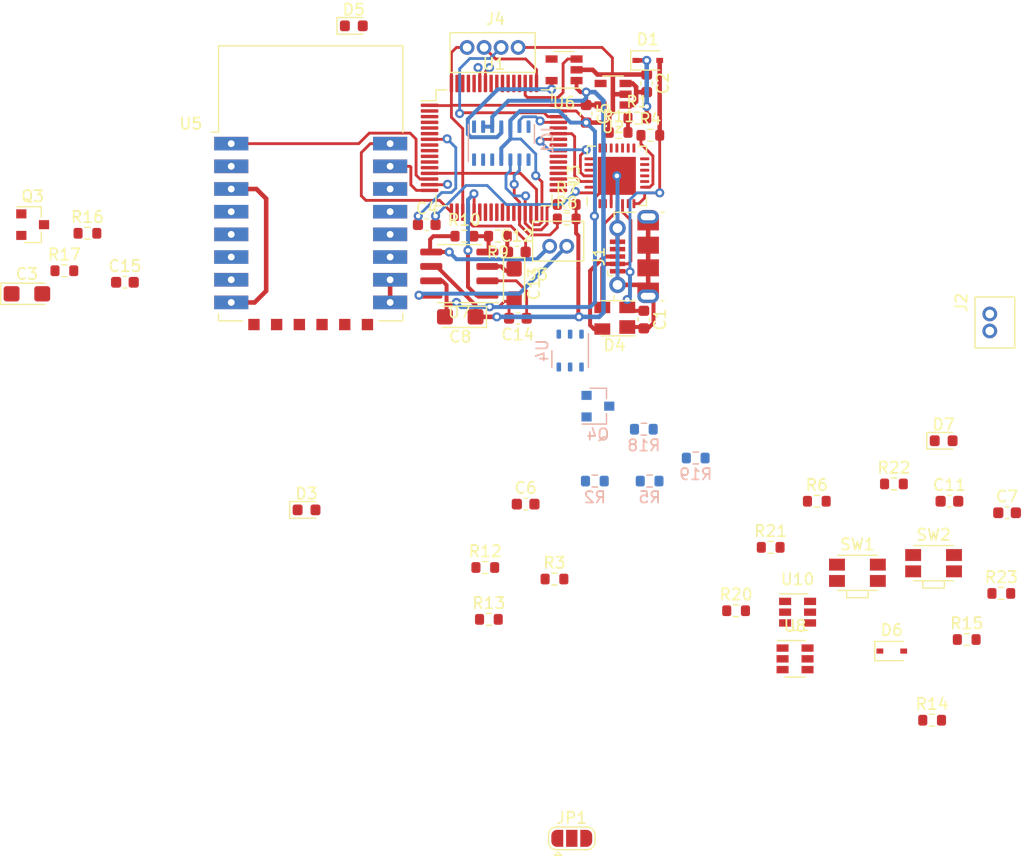
<source format=kicad_pcb>
(kicad_pcb (version 20171130) (host pcbnew "(5.1.7)-1")

  (general
    (thickness 0.5)
    (drawings 0)
    (tracks 358)
    (zones 0)
    (modules 61)
    (nets 52)
  )

  (page A4)
  (layers
    (0 F.Cu signal)
    (31 B.Cu signal)
    (32 B.Adhes user hide)
    (33 F.Adhes user hide)
    (34 B.Paste user hide)
    (35 F.Paste user hide)
    (36 B.SilkS user)
    (37 F.SilkS user)
    (38 B.Mask user)
    (39 F.Mask user)
    (40 Dwgs.User user hide)
    (41 Cmts.User user hide)
    (42 Eco1.User user hide)
    (43 Eco2.User user hide)
    (44 Edge.Cuts user)
    (45 Margin user hide)
    (46 B.CrtYd user hide)
    (47 F.CrtYd user hide)
    (48 B.Fab user hide)
    (49 F.Fab user hide)
  )

  (setup
    (last_trace_width 0.25)
    (user_trace_width 0.35)
    (user_trace_width 0.4)
    (trace_clearance 0.2)
    (zone_clearance 0.3)
    (zone_45_only no)
    (trace_min 0.2)
    (via_size 0.8)
    (via_drill 0.4)
    (via_min_size 0.4)
    (via_min_drill 0.3)
    (uvia_size 0.3)
    (uvia_drill 0.1)
    (uvias_allowed no)
    (uvia_min_size 0.2)
    (uvia_min_drill 0.1)
    (edge_width 0.05)
    (segment_width 0.2)
    (pcb_text_width 0.3)
    (pcb_text_size 1.5 1.5)
    (mod_edge_width 0.15)
    (mod_text_size 1 1)
    (mod_text_width 0.15)
    (pad_size 1.5 2.4)
    (pad_drill 0)
    (pad_to_mask_clearance 0.051)
    (solder_mask_min_width 0.25)
    (aux_axis_origin 0 0)
    (visible_elements 7FFFFFFF)
    (pcbplotparams
      (layerselection 0x010f0_ffffffff)
      (usegerberextensions true)
      (usegerberattributes false)
      (usegerberadvancedattributes false)
      (creategerberjobfile true)
      (excludeedgelayer true)
      (linewidth 0.100000)
      (plotframeref false)
      (viasonmask false)
      (mode 1)
      (useauxorigin false)
      (hpglpennumber 1)
      (hpglpenspeed 20)
      (hpglpendiameter 15.000000)
      (psnegative false)
      (psa4output false)
      (plotreference true)
      (plotvalue true)
      (plotinvisibletext false)
      (padsonsilk false)
      (subtractmaskfromsilk true)
      (outputformat 1)
      (mirror false)
      (drillshape 0)
      (scaleselection 1)
      (outputdirectory "gerber"))
  )

  (net 0 "")
  (net 1 GND)
  (net 2 +5V)
  (net 3 +3V3)
  (net 4 /Rst_wifi)
  (net 5 /En_wifi)
  (net 6 "Net-(R3-Pad2)")
  (net 7 "Net-(R4-Pad1)")
  (net 8 /DIO)
  (net 9 /CLK)
  (net 10 "Net-(C4-Pad2)")
  (net 11 /res)
  (net 12 /audio)
  (net 13 "Net-(D3-Pad2)")
  (net 14 "Net-(D3-Pad1)")
  (net 15 "Net-(D4-Pad4)")
  (net 16 "Net-(D4-Pad3)")
  (net 17 "Net-(D5-Pad2)")
  (net 18 "Net-(D5-Pad1)")
  (net 19 "Net-(IC1-Pad11)")
  (net 20 /SDA_puls)
  (net 21 /SCL_puls)
  (net 22 "Net-(J3-Pad1)")
  (net 23 /SDA_temp)
  (net 24 /SCL_temp)
  (net 25 /Tx_debug)
  (net 26 /Rx_debug)
  (net 27 /audio_on)
  (net 28 /Rx_wifi)
  (net 29 /Tx_wifi)
  (net 30 "Net-(D6-Pad2)")
  (net 31 /boot0)
  (net 32 /int_puls)
  (net 33 "Net-(Q3-Pad3)")
  (net 34 "Net-(Q3-Pad1)")
  (net 35 "Net-(Q4-Pad3)")
  (net 36 "Net-(Q4-Pad1)")
  (net 37 /temp_on)
  (net 38 "Net-(C12-Pad1)")
  (net 39 "Net-(R22-Pad2)")
  (net 40 "Net-(R22-Pad1)")
  (net 41 "Net-(D7-Pad1)")
  (net 42 "Net-(C2-Pad2)")
  (net 43 "Net-(C7-Pad2)")
  (net 44 "Net-(C11-Pad2)")
  (net 45 "Net-(C13-Pad1)")
  (net 46 "Net-(C14-Pad1)")
  (net 47 "Net-(J3-Pad2)")
  (net 48 /vbat)
  (net 49 "Net-(R10-Pad2)")
  (net 50 "Net-(SW1-Pad1)")
  (net 51 /pulse_on)

  (net_class Default "Это класс цепей по умолчанию."
    (clearance 0.2)
    (trace_width 0.25)
    (via_dia 0.8)
    (via_drill 0.4)
    (uvia_dia 0.3)
    (uvia_drill 0.1)
    (add_net +3V3)
    (add_net +5V)
    (add_net /CLK)
    (add_net /DIO)
    (add_net /En_wifi)
    (add_net /Rst_wifi)
    (add_net /Rx_debug)
    (add_net /Rx_wifi)
    (add_net /SCL_puls)
    (add_net /SCL_temp)
    (add_net /SDA_puls)
    (add_net /SDA_temp)
    (add_net /Tx_debug)
    (add_net /Tx_wifi)
    (add_net /audio)
    (add_net /audio_on)
    (add_net /boot0)
    (add_net /int_puls)
    (add_net /pulse_on)
    (add_net /res)
    (add_net /temp_on)
    (add_net /vbat)
    (add_net GND)
    (add_net "Net-(C11-Pad2)")
    (add_net "Net-(C12-Pad1)")
    (add_net "Net-(C13-Pad1)")
    (add_net "Net-(C14-Pad1)")
    (add_net "Net-(C2-Pad2)")
    (add_net "Net-(C4-Pad2)")
    (add_net "Net-(C7-Pad2)")
    (add_net "Net-(D3-Pad1)")
    (add_net "Net-(D3-Pad2)")
    (add_net "Net-(D4-Pad3)")
    (add_net "Net-(D4-Pad4)")
    (add_net "Net-(D5-Pad1)")
    (add_net "Net-(D5-Pad2)")
    (add_net "Net-(D6-Pad2)")
    (add_net "Net-(D7-Pad1)")
    (add_net "Net-(IC1-Pad11)")
    (add_net "Net-(J3-Pad1)")
    (add_net "Net-(J3-Pad2)")
    (add_net "Net-(Q3-Pad1)")
    (add_net "Net-(Q3-Pad3)")
    (add_net "Net-(Q4-Pad1)")
    (add_net "Net-(Q4-Pad3)")
    (add_net "Net-(R10-Pad2)")
    (add_net "Net-(R22-Pad1)")
    (add_net "Net-(R22-Pad2)")
    (add_net "Net-(R3-Pad2)")
    (add_net "Net-(R4-Pad1)")
    (add_net "Net-(SW1-Pad1)")
  )

  (module body_temp:USB_Micro-B_Molex-105017-0001 (layer F.Cu) (tedit 5F91C122) (tstamp 5F9092A2)
    (at 38.0055 -2.016 90)
    (descr http://www.molex.com/pdm_docs/sd/1050170001_sd.pdf)
    (tags "Micro-USB SMD Typ-B")
    (path /5EF938C7)
    (attr smd)
    (fp_text reference J1 (at 0 -3.1125 90) (layer F.SilkS)
      (effects (font (size 1 1) (thickness 0.15)))
    )
    (fp_text value USB_B_Micro (at 0.3 4.3375 90) (layer F.Fab)
      (effects (font (size 1 1) (thickness 0.15)))
    )
    (fp_text user "PCB Edge" (at 0 2.6875 90) (layer Dwgs.User)
      (effects (font (size 0.5 0.5) (thickness 0.08)))
    )
    (fp_text user %R (at 0 0.8875 90) (layer F.Fab)
      (effects (font (size 1 1) (thickness 0.15)))
    )
    (fp_line (start -1.1 -2.1225) (end -1.1 -1.9125) (layer F.Fab) (width 0.1))
    (fp_line (start -1.5 -2.1225) (end -1.5 -1.9125) (layer F.Fab) (width 0.1))
    (fp_line (start -1.5 -2.1225) (end -1.1 -2.1225) (layer F.Fab) (width 0.1))
    (fp_line (start -1.1 -1.9125) (end -1.3 -1.7125) (layer F.Fab) (width 0.1))
    (fp_line (start -1.3 -1.7125) (end -1.5 -1.9125) (layer F.Fab) (width 0.1))
    (fp_line (start -1.7 -2.3125) (end -1.7 -1.8625) (layer F.SilkS) (width 0.12))
    (fp_line (start -1.7 -2.3125) (end -1.25 -2.3125) (layer F.SilkS) (width 0.12))
    (fp_line (start 3.9 -1.7625) (end 3.45 -1.7625) (layer F.SilkS) (width 0.12))
    (fp_line (start 3.9 0.0875) (end 3.9 -1.7625) (layer F.SilkS) (width 0.12))
    (fp_line (start -3.9 2.6375) (end -3.9 2.3875) (layer F.SilkS) (width 0.12))
    (fp_line (start -3.75 3.3875) (end -3.75 -1.6125) (layer F.Fab) (width 0.1))
    (fp_line (start -3.75 -1.6125) (end 3.75 -1.6125) (layer F.Fab) (width 0.1))
    (fp_line (start -3.75 3.389204) (end 3.75 3.389204) (layer F.Fab) (width 0.1))
    (fp_line (start -3 2.689204) (end 3 2.689204) (layer F.Fab) (width 0.1))
    (fp_line (start 3.75 3.3875) (end 3.75 -1.6125) (layer F.Fab) (width 0.1))
    (fp_line (start 3.9 2.6375) (end 3.9 2.3875) (layer F.SilkS) (width 0.12))
    (fp_line (start -3.9 0.0875) (end -3.9 -1.7625) (layer F.SilkS) (width 0.12))
    (fp_line (start -3.9 -1.7625) (end -3.45 -1.7625) (layer F.SilkS) (width 0.12))
    (fp_line (start -4.4 3.64) (end -4.4 -2.46) (layer F.CrtYd) (width 0.05))
    (fp_line (start -4.4 -2.46) (end 4.4 -2.46) (layer F.CrtYd) (width 0.05))
    (fp_line (start 4.4 -2.46) (end 4.4 3.64) (layer F.CrtYd) (width 0.05))
    (fp_line (start -4.4 3.64) (end 4.4 3.64) (layer F.CrtYd) (width 0.05))
    (pad 6 smd rect (at 1 1.2375 90) (size 1.5 1.9) (layers F.Cu F.Paste F.Mask)
      (net 1 GND))
    (pad 6 thru_hole circle (at -2.5 -1.4625 90) (size 1.45 1.45) (drill 0.85) (layers *.Cu *.Mask)
      (net 1 GND))
    (pad 2 smd rect (at -0.65 -1.4625 90) (size 0.4 1.35) (layers F.Cu F.Paste F.Mask)
      (net 16 "Net-(D4-Pad3)"))
    (pad 1 smd rect (at -1.3 -1.4625 90) (size 0.4 1.35) (layers F.Cu F.Paste F.Mask)
      (net 2 +5V))
    (pad 5 smd rect (at 1.3 -1.4625 90) (size 0.4 1.35) (layers F.Cu F.Paste F.Mask)
      (net 1 GND))
    (pad 4 smd rect (at 0.65 -1.4625 90) (size 0.4 1.35) (layers F.Cu F.Paste F.Mask))
    (pad 3 smd rect (at 0 -1.4625 90) (size 0.4 1.35) (layers F.Cu F.Paste F.Mask)
      (net 15 "Net-(D4-Pad4)"))
    (pad 6 thru_hole circle (at 2.5 -1.4625 90) (size 1.45 1.45) (drill 0.85) (layers *.Cu *.Mask)
      (net 1 GND))
    (pad 6 smd rect (at -1 1.2375 90) (size 1.5 1.9) (layers F.Cu F.Paste F.Mask)
      (net 1 GND))
    (pad 6 thru_hole oval (at -3.5 1.2375 270) (size 1.2 1.9) (drill oval 0.6 1.3) (layers *.Cu *.Mask)
      (net 1 GND))
    (pad 6 thru_hole oval (at 3.5 1.2375 90) (size 1.2 1.9) (drill oval 0.6 1.3) (layers *.Cu *.Mask)
      (net 1 GND))
    (pad 6 smd rect (at 2.9 1.2375 90) (size 1.2 1.9) (layers F.Cu F.Mask)
      (net 1 GND))
    (pad 6 smd rect (at -2.9 1.2375 90) (size 1.2 1.9) (layers F.Cu F.Mask)
      (net 1 GND))
    (model ${KISYS3DMOD}/Connector_USB.3dshapes/USB_Micro-B_Molex-105017-0001.wrl
      (at (xyz 0 0 0))
      (scale (xyz 1 1 1))
      (rotate (xyz 0 0 0))
    )
    (model ${KIPRJMOD}/body/usb_micro.wrl
      (offset (xyz 0 -1 1.2))
      (scale (xyz 393.9 393.9 393.9))
      (rotate (xyz -90 0 0))
    )
  )

  (module body_temp:ZH_Conn_04x01 (layer F.Cu) (tedit 5EFE3D4C) (tstamp 5F93A62F)
    (at 26.789 -23.447)
    (path /5FB05C18)
    (fp_text reference J4 (at -1 0.5) (layer F.SilkS)
      (effects (font (size 1 1) (thickness 0.15)))
    )
    (fp_text value ST-Link (at -1 -1) (layer F.Fab)
      (effects (font (size 1 1) (thickness 0.15)))
    )
    (fp_line (start 2.5 5.2) (end -5 5.2) (layer F.SilkS) (width 0.12))
    (fp_line (start -5 5.2) (end -5 1.7) (layer F.SilkS) (width 0.12))
    (fp_line (start -5 1.7) (end 2.5 1.7) (layer F.SilkS) (width 0.12))
    (fp_line (start 2.5 1.7) (end 2.5 5.2) (layer F.SilkS) (width 0.12))
    (pad 4 thru_hole circle (at 1 3) (size 1.3 1.3) (drill 0.762) (layers *.Cu *.Mask)
      (net 1 GND))
    (pad 3 thru_hole circle (at -0.5 3) (size 1.3 1.3) (drill 0.762) (layers *.Cu *.Mask)
      (net 8 /DIO))
    (pad 2 thru_hole circle (at -2 3) (size 1.3 1.3) (drill 0.762) (layers *.Cu *.Mask)
      (net 9 /CLK))
    (pad 1 thru_hole circle (at -3.5 3) (size 1.3 1.3) (drill 0.762) (layers *.Cu *.Mask)
      (net 3 +3V3))
    (model ${KIPRJMOD}/body/zh_04x01_1.5mm.wrl
      (offset (xyz -1.25 -3.45 0))
      (scale (xyz 393.9 393.9 393.9))
      (rotate (xyz -90 0 0))
    )
  )

  (module body_temp:ZH_Conn_02x01 (layer F.Cu) (tedit 5F85F015) (tstamp 5F93EC42)
    (at 28.5675 0.079 180)
    (path /5F5BD609)
    (fp_text reference J3 (at -1 0.5) (layer F.SilkS)
      (effects (font (size 1 1) (thickness 0.15)))
    )
    (fp_text value "Динамик на плату" (at -1 -1) (layer F.Fab)
      (effects (font (size 1 1) (thickness 0.15)))
    )
    (fp_line (start -0.5 5.2) (end -5 5.2) (layer F.SilkS) (width 0.12))
    (fp_line (start -5 5.2) (end -5 1.7) (layer F.SilkS) (width 0.12))
    (fp_line (start -5 1.7) (end -0.5 1.7) (layer F.SilkS) (width 0.12))
    (fp_line (start -0.5 1.7) (end -0.5 5.2) (layer F.SilkS) (width 0.12))
    (pad 1 thru_hole circle (at -3.5 3 180) (size 1.3 1.3) (drill 0.762) (layers *.Cu *.Mask)
      (net 22 "Net-(J3-Pad1)"))
    (pad 2 thru_hole circle (at -2 3 180) (size 1.3 1.3) (drill 0.762) (layers *.Cu *.Mask)
      (net 47 "Net-(J3-Pad2)"))
    (model ${KIPRJMOD}/body/zh_02x01_1.5mm.wrl
      (offset (xyz -2.75 -2.09 1.8))
      (scale (xyz 393.9 393.9 393.9))
      (rotate (xyz 0 0 0))
    )
  )

  (module Package_SO:SOIC-8_3.9x4.9mm_P1.27mm (layer F.Cu) (tedit 5D9F72B1) (tstamp 5F9095FF)
    (at 22.606 -0.508 180)
    (descr "SOIC, 8 Pin (JEDEC MS-012AA, https://www.analog.com/media/en/package-pcb-resources/package/pkg_pdf/soic_narrow-r/r_8.pdf), generated with kicad-footprint-generator ipc_gullwing_generator.py")
    (tags "SOIC SO")
    (path /5F932F0D)
    (attr smd)
    (fp_text reference U7 (at 0 -3.4) (layer F.SilkS)
      (effects (font (size 1 1) (thickness 0.15)))
    )
    (fp_text value LM4818 (at 0 3.4) (layer F.Fab)
      (effects (font (size 1 1) (thickness 0.15)))
    )
    (fp_text user %R (at 0 0) (layer F.Fab)
      (effects (font (size 0.98 0.98) (thickness 0.15)))
    )
    (fp_line (start 0 2.56) (end 1.95 2.56) (layer F.SilkS) (width 0.12))
    (fp_line (start 0 2.56) (end -1.95 2.56) (layer F.SilkS) (width 0.12))
    (fp_line (start 0 -2.56) (end 1.95 -2.56) (layer F.SilkS) (width 0.12))
    (fp_line (start 0 -2.56) (end -3.45 -2.56) (layer F.SilkS) (width 0.12))
    (fp_line (start -0.975 -2.45) (end 1.95 -2.45) (layer F.Fab) (width 0.1))
    (fp_line (start 1.95 -2.45) (end 1.95 2.45) (layer F.Fab) (width 0.1))
    (fp_line (start 1.95 2.45) (end -1.95 2.45) (layer F.Fab) (width 0.1))
    (fp_line (start -1.95 2.45) (end -1.95 -1.475) (layer F.Fab) (width 0.1))
    (fp_line (start -1.95 -1.475) (end -0.975 -2.45) (layer F.Fab) (width 0.1))
    (fp_line (start -3.7 -2.7) (end -3.7 2.7) (layer F.CrtYd) (width 0.05))
    (fp_line (start -3.7 2.7) (end 3.7 2.7) (layer F.CrtYd) (width 0.05))
    (fp_line (start 3.7 2.7) (end 3.7 -2.7) (layer F.CrtYd) (width 0.05))
    (fp_line (start 3.7 -2.7) (end -3.7 -2.7) (layer F.CrtYd) (width 0.05))
    (pad 8 smd roundrect (at 2.475 -1.905 180) (size 1.95 0.6) (layers F.Cu F.Paste F.Mask) (roundrect_rratio 0.25)
      (net 22 "Net-(J3-Pad1)"))
    (pad 7 smd roundrect (at 2.475 -0.635 180) (size 1.95 0.6) (layers F.Cu F.Paste F.Mask) (roundrect_rratio 0.25)
      (net 1 GND))
    (pad 6 smd roundrect (at 2.475 0.635 180) (size 1.95 0.6) (layers F.Cu F.Paste F.Mask) (roundrect_rratio 0.25)
      (net 3 +3V3))
    (pad 5 smd roundrect (at 2.475 1.905 180) (size 1.95 0.6) (layers F.Cu F.Paste F.Mask) (roundrect_rratio 0.25)
      (net 47 "Net-(J3-Pad2)"))
    (pad 4 smd roundrect (at -2.475 1.905 180) (size 1.95 0.6) (layers F.Cu F.Paste F.Mask) (roundrect_rratio 0.25)
      (net 49 "Net-(R10-Pad2)"))
    (pad 3 smd roundrect (at -2.475 0.635 180) (size 1.95 0.6) (layers F.Cu F.Paste F.Mask) (roundrect_rratio 0.25)
      (net 45 "Net-(C13-Pad1)"))
    (pad 2 smd roundrect (at -2.475 -0.635 180) (size 1.95 0.6) (layers F.Cu F.Paste F.Mask) (roundrect_rratio 0.25)
      (net 46 "Net-(C14-Pad1)"))
    (pad 1 smd roundrect (at -2.475 -1.905 180) (size 1.95 0.6) (layers F.Cu F.Paste F.Mask) (roundrect_rratio 0.25)
      (net 27 /audio_on))
    (model ${KISYS3DMOD}/Package_SO.3dshapes/SOIC-8_3.9x4.9mm_P1.27mm.wrl
      (at (xyz 0 0 0))
      (scale (xyz 1 1 1))
      (rotate (xyz 0 0 0))
    )
  )

  (module Package_TO_SOT_SMD:SOT-23-5 (layer F.Cu) (tedit 5A02FF57) (tstamp 5F9174F0)
    (at 31.834 -18.476 180)
    (descr "5-pin SOT23 package")
    (tags SOT-23-5)
    (path /5FE28811)
    (attr smd)
    (fp_text reference U6 (at 0 -2.9) (layer F.SilkS)
      (effects (font (size 1 1) (thickness 0.15)))
    )
    (fp_text value TPS76318 (at 0 2.9) (layer F.Fab)
      (effects (font (size 1 1) (thickness 0.15)))
    )
    (fp_text user %R (at 0 0 90) (layer F.Fab)
      (effects (font (size 0.5 0.5) (thickness 0.075)))
    )
    (fp_line (start -0.9 1.61) (end 0.9 1.61) (layer F.SilkS) (width 0.12))
    (fp_line (start 0.9 -1.61) (end -1.55 -1.61) (layer F.SilkS) (width 0.12))
    (fp_line (start -1.9 -1.8) (end 1.9 -1.8) (layer F.CrtYd) (width 0.05))
    (fp_line (start 1.9 -1.8) (end 1.9 1.8) (layer F.CrtYd) (width 0.05))
    (fp_line (start 1.9 1.8) (end -1.9 1.8) (layer F.CrtYd) (width 0.05))
    (fp_line (start -1.9 1.8) (end -1.9 -1.8) (layer F.CrtYd) (width 0.05))
    (fp_line (start -0.9 -0.9) (end -0.25 -1.55) (layer F.Fab) (width 0.1))
    (fp_line (start 0.9 -1.55) (end -0.25 -1.55) (layer F.Fab) (width 0.1))
    (fp_line (start -0.9 -0.9) (end -0.9 1.55) (layer F.Fab) (width 0.1))
    (fp_line (start 0.9 1.55) (end -0.9 1.55) (layer F.Fab) (width 0.1))
    (fp_line (start 0.9 -1.55) (end 0.9 1.55) (layer F.Fab) (width 0.1))
    (pad 5 smd rect (at 1.1 -0.95 180) (size 1.06 0.65) (layers F.Cu F.Paste F.Mask)
      (net 19 "Net-(IC1-Pad11)"))
    (pad 4 smd rect (at 1.1 0.95 180) (size 1.06 0.65) (layers F.Cu F.Paste F.Mask))
    (pad 3 smd rect (at -1.1 0.95 180) (size 1.06 0.65) (layers F.Cu F.Paste F.Mask)
      (net 51 /pulse_on))
    (pad 2 smd rect (at -1.1 0 180) (size 1.06 0.65) (layers F.Cu F.Paste F.Mask)
      (net 1 GND))
    (pad 1 smd rect (at -1.1 -0.95 180) (size 1.06 0.65) (layers F.Cu F.Paste F.Mask)
      (net 3 +3V3))
    (model ${KISYS3DMOD}/Package_TO_SOT_SMD.3dshapes/SOT-23-5.wrl
      (at (xyz 0 0 0))
      (scale (xyz 1 1 1))
      (rotate (xyz 0 0 0))
    )
  )

  (module Jumper:SolderJumper-3_P1.3mm_Open_RoundedPad1.0x1.5mm (layer F.Cu) (tedit 5B391EB7) (tstamp 5F916F25)
    (at 32.512 49.276)
    (descr "SMD Solder 3-pad Jumper, 1x1.5mm rounded Pads, 0.3mm gap, open")
    (tags "solder jumper open")
    (path /5FCD7934)
    (attr virtual)
    (fp_text reference JP1 (at 0 -1.8) (layer F.SilkS)
      (effects (font (size 1 1) (thickness 0.15)))
    )
    (fp_text value SolderJumper_3_Open (at 0 1.9) (layer F.Fab)
      (effects (font (size 1 1) (thickness 0.15)))
    )
    (fp_arc (start -1.35 -0.3) (end -1.35 -1) (angle -90) (layer F.SilkS) (width 0.12))
    (fp_arc (start -1.35 0.3) (end -2.05 0.3) (angle -90) (layer F.SilkS) (width 0.12))
    (fp_arc (start 1.35 0.3) (end 1.35 1) (angle -90) (layer F.SilkS) (width 0.12))
    (fp_arc (start 1.35 -0.3) (end 2.05 -0.3) (angle -90) (layer F.SilkS) (width 0.12))
    (fp_line (start -1.2 1.2) (end -0.9 1.5) (layer F.SilkS) (width 0.12))
    (fp_line (start -1.5 1.5) (end -0.9 1.5) (layer F.SilkS) (width 0.12))
    (fp_line (start -1.2 1.2) (end -1.5 1.5) (layer F.SilkS) (width 0.12))
    (fp_line (start -2.05 0.3) (end -2.05 -0.3) (layer F.SilkS) (width 0.12))
    (fp_line (start 1.4 1) (end -1.4 1) (layer F.SilkS) (width 0.12))
    (fp_line (start 2.05 -0.3) (end 2.05 0.3) (layer F.SilkS) (width 0.12))
    (fp_line (start -1.4 -1) (end 1.4 -1) (layer F.SilkS) (width 0.12))
    (fp_line (start -2.3 -1.25) (end 2.3 -1.25) (layer F.CrtYd) (width 0.05))
    (fp_line (start -2.3 -1.25) (end -2.3 1.25) (layer F.CrtYd) (width 0.05))
    (fp_line (start 2.3 1.25) (end 2.3 -1.25) (layer F.CrtYd) (width 0.05))
    (fp_line (start 2.3 1.25) (end -2.3 1.25) (layer F.CrtYd) (width 0.05))
    (pad 2 smd rect (at 0 0) (size 1 1.5) (layers F.Cu F.Mask))
    (pad 3 smd custom (at 1.3 0) (size 1 0.5) (layers F.Cu F.Mask)
      (zone_connect 2)
      (options (clearance outline) (anchor rect))
      (primitives
        (gr_circle (center 0 0.25) (end 0.5 0.25) (width 0))
        (gr_circle (center 0 -0.25) (end 0.5 -0.25) (width 0))
        (gr_poly (pts
           (xy -0.55 -0.75) (xy 0 -0.75) (xy 0 0.75) (xy -0.55 0.75)) (width 0))
      ))
    (pad 1 smd custom (at -1.3 0) (size 1 0.5) (layers F.Cu F.Mask)
      (zone_connect 2)
      (options (clearance outline) (anchor rect))
      (primitives
        (gr_circle (center 0 0.25) (end 0.5 0.25) (width 0))
        (gr_circle (center 0 -0.25) (end 0.5 -0.25) (width 0))
        (gr_poly (pts
           (xy 0.55 -0.75) (xy 0 -0.75) (xy 0 0.75) (xy 0.55 0.75)) (width 0))
      ))
  )

  (module Package_TO_SOT_SMD:SOT-23-6 (layer F.Cu) (tedit 5A02FF57) (tstamp 5F90962B)
    (at 52.408 29.337)
    (descr "6-pin SOT-23 package")
    (tags SOT-23-6)
    (path /5FBFF322)
    (attr smd)
    (fp_text reference U10 (at 0 -2.9) (layer F.SilkS)
      (effects (font (size 1 1) (thickness 0.15)))
    )
    (fp_text value 74LVC2G14 (at 0 2.9) (layer F.Fab)
      (effects (font (size 1 1) (thickness 0.15)))
    )
    (fp_line (start 0.9 -1.55) (end 0.9 1.55) (layer F.Fab) (width 0.1))
    (fp_line (start 0.9 1.55) (end -0.9 1.55) (layer F.Fab) (width 0.1))
    (fp_line (start -0.9 -0.9) (end -0.9 1.55) (layer F.Fab) (width 0.1))
    (fp_line (start 0.9 -1.55) (end -0.25 -1.55) (layer F.Fab) (width 0.1))
    (fp_line (start -0.9 -0.9) (end -0.25 -1.55) (layer F.Fab) (width 0.1))
    (fp_line (start -1.9 -1.8) (end -1.9 1.8) (layer F.CrtYd) (width 0.05))
    (fp_line (start -1.9 1.8) (end 1.9 1.8) (layer F.CrtYd) (width 0.05))
    (fp_line (start 1.9 1.8) (end 1.9 -1.8) (layer F.CrtYd) (width 0.05))
    (fp_line (start 1.9 -1.8) (end -1.9 -1.8) (layer F.CrtYd) (width 0.05))
    (fp_line (start 0.9 -1.61) (end -1.55 -1.61) (layer F.SilkS) (width 0.12))
    (fp_line (start -0.9 1.61) (end 0.9 1.61) (layer F.SilkS) (width 0.12))
    (fp_text user %R (at 0 0 90) (layer F.Fab)
      (effects (font (size 0.5 0.5) (thickness 0.075)))
    )
    (pad 5 smd rect (at 1.1 0) (size 1.06 0.65) (layers F.Cu F.Paste F.Mask)
      (net 3 +3V3))
    (pad 6 smd rect (at 1.1 -0.95) (size 1.06 0.65) (layers F.Cu F.Paste F.Mask)
      (net 31 /boot0))
    (pad 4 smd rect (at 1.1 0.95) (size 1.06 0.65) (layers F.Cu F.Paste F.Mask)
      (net 39 "Net-(R22-Pad2)"))
    (pad 3 smd rect (at -1.1 0.95) (size 1.06 0.65) (layers F.Cu F.Paste F.Mask)
      (net 44 "Net-(C11-Pad2)"))
    (pad 2 smd rect (at -1.1 0) (size 1.06 0.65) (layers F.Cu F.Paste F.Mask)
      (net 1 GND))
    (pad 1 smd rect (at -1.1 -0.95) (size 1.06 0.65) (layers F.Cu F.Paste F.Mask)
      (net 39 "Net-(R22-Pad2)"))
    (model ${KISYS3DMOD}/Package_TO_SOT_SMD.3dshapes/SOT-23-6.wrl
      (at (xyz 0 0 0))
      (scale (xyz 1 1 1))
      (rotate (xyz 0 0 0))
    )
  )

  (module Package_TO_SOT_SMD:SOT-23-6 (layer F.Cu) (tedit 5A02FF57) (tstamp 5F909615)
    (at 52.185 33.452)
    (descr "6-pin SOT-23 package")
    (tags SOT-23-6)
    (path /5F45E21C)
    (attr smd)
    (fp_text reference U8 (at 0 -2.9) (layer F.SilkS)
      (effects (font (size 1 1) (thickness 0.15)))
    )
    (fp_text value 74LVC2G14 (at 0 2.9) (layer F.Fab)
      (effects (font (size 1 1) (thickness 0.15)))
    )
    (fp_line (start 0.9 -1.55) (end 0.9 1.55) (layer F.Fab) (width 0.1))
    (fp_line (start 0.9 1.55) (end -0.9 1.55) (layer F.Fab) (width 0.1))
    (fp_line (start -0.9 -0.9) (end -0.9 1.55) (layer F.Fab) (width 0.1))
    (fp_line (start 0.9 -1.55) (end -0.25 -1.55) (layer F.Fab) (width 0.1))
    (fp_line (start -0.9 -0.9) (end -0.25 -1.55) (layer F.Fab) (width 0.1))
    (fp_line (start -1.9 -1.8) (end -1.9 1.8) (layer F.CrtYd) (width 0.05))
    (fp_line (start -1.9 1.8) (end 1.9 1.8) (layer F.CrtYd) (width 0.05))
    (fp_line (start 1.9 1.8) (end 1.9 -1.8) (layer F.CrtYd) (width 0.05))
    (fp_line (start 1.9 -1.8) (end -1.9 -1.8) (layer F.CrtYd) (width 0.05))
    (fp_line (start 0.9 -1.61) (end -1.55 -1.61) (layer F.SilkS) (width 0.12))
    (fp_line (start -0.9 1.61) (end 0.9 1.61) (layer F.SilkS) (width 0.12))
    (fp_text user %R (at 0 0 90) (layer F.Fab)
      (effects (font (size 0.5 0.5) (thickness 0.075)))
    )
    (pad 5 smd rect (at 1.1 0) (size 1.06 0.65) (layers F.Cu F.Paste F.Mask)
      (net 3 +3V3))
    (pad 6 smd rect (at 1.1 -0.95) (size 1.06 0.65) (layers F.Cu F.Paste F.Mask)
      (net 40 "Net-(R22-Pad1)"))
    (pad 4 smd rect (at 1.1 0.95) (size 1.06 0.65) (layers F.Cu F.Paste F.Mask)
      (net 11 /res))
    (pad 3 smd rect (at -1.1 0.95) (size 1.06 0.65) (layers F.Cu F.Paste F.Mask)
      (net 30 "Net-(D6-Pad2)"))
    (pad 2 smd rect (at -1.1 0) (size 1.06 0.65) (layers F.Cu F.Paste F.Mask)
      (net 1 GND))
    (pad 1 smd rect (at -1.1 -0.95) (size 1.06 0.65) (layers F.Cu F.Paste F.Mask)
      (net 43 "Net-(C7-Pad2)"))
    (model ${KISYS3DMOD}/Package_TO_SOT_SMD.3dshapes/SOT-23-6.wrl
      (at (xyz 0 0 0))
      (scale (xyz 1 1 1))
      (rotate (xyz 0 0 0))
    )
  )

  (module body_temp:ESP-12E (layer F.Cu) (tedit 5F3C390C) (tstamp 5F9095D0)
    (at 9.51 -8.468)
    (descr "Wi-Fi Module, http://wiki.ai-thinker.com/_media/esp8266/docs/aithinker_esp_12f_datasheet_en.pdf")
    (tags "Wi-Fi Module")
    (path /5EFB9D06)
    (attr smd)
    (fp_text reference U5 (at -10.56 -5.26) (layer F.SilkS)
      (effects (font (size 1 1) (thickness 0.15)))
    )
    (fp_text value ESP-12F (at -0.06 -12.78) (layer F.Fab)
      (effects (font (size 1 1) (thickness 0.15)))
    )
    (fp_line (start -8 -12) (end 8 -12) (layer F.Fab) (width 0.12))
    (fp_line (start 8 -12) (end 8 12) (layer F.Fab) (width 0.12))
    (fp_line (start 8 12) (end -8 12) (layer F.Fab) (width 0.12))
    (fp_line (start -8 12) (end -8 -3) (layer F.Fab) (width 0.12))
    (fp_line (start -8 -3) (end -7.5 -3.5) (layer F.Fab) (width 0.12))
    (fp_line (start -7.5 -3.5) (end -8 -4) (layer F.Fab) (width 0.12))
    (fp_line (start -8 -4) (end -8 -12) (layer F.Fab) (width 0.12))
    (fp_line (start -9.05 -12.2) (end 9.05 -12.2) (layer F.CrtYd) (width 0.05))
    (fp_line (start 9.05 -12.2) (end 9.05 13.1) (layer F.CrtYd) (width 0.05))
    (fp_line (start 9.05 13.1) (end -9.05 13.1) (layer F.CrtYd) (width 0.05))
    (fp_line (start -9.05 13.1) (end -9.05 -12.2) (layer F.CrtYd) (width 0.05))
    (fp_line (start -8.12 -12.12) (end 8.12 -12.12) (layer F.SilkS) (width 0.12))
    (fp_line (start 8.12 -12.12) (end 8.12 -4.5) (layer F.SilkS) (width 0.12))
    (fp_line (start 8.12 11.5) (end 8.12 12.12) (layer F.SilkS) (width 0.12))
    (fp_line (start 8.12 12.12) (end 6 12.12) (layer F.SilkS) (width 0.12))
    (fp_line (start -6 12.12) (end -8.12 12.12) (layer F.SilkS) (width 0.12))
    (fp_line (start -8.12 12.12) (end -8.12 11.5) (layer F.SilkS) (width 0.12))
    (fp_line (start -8.12 -4.5) (end -8.12 -12.12) (layer F.SilkS) (width 0.12))
    (fp_line (start -8.12 -4.5) (end -8.73 -4.5) (layer F.SilkS) (width 0.12))
    (fp_line (start -8.12 -12.12) (end 8.12 -12.12) (layer Dwgs.User) (width 0.12))
    (fp_line (start 8.12 -12.12) (end 8.12 -4.8) (layer Dwgs.User) (width 0.12))
    (fp_line (start 8.12 -4.8) (end -8.12 -4.8) (layer Dwgs.User) (width 0.12))
    (fp_line (start -8.12 -4.8) (end -8.12 -12.12) (layer Dwgs.User) (width 0.12))
    (fp_line (start -8.12 -9.12) (end -5.12 -12.12) (layer Dwgs.User) (width 0.12))
    (fp_line (start -8.12 -6.12) (end -2.12 -12.12) (layer Dwgs.User) (width 0.12))
    (fp_line (start -6.44 -4.8) (end 0.88 -12.12) (layer Dwgs.User) (width 0.12))
    (fp_line (start -3.44 -4.8) (end 3.88 -12.12) (layer Dwgs.User) (width 0.12))
    (fp_line (start -0.44 -4.8) (end 6.88 -12.12) (layer Dwgs.User) (width 0.12))
    (fp_line (start 2.56 -4.8) (end 8.12 -10.36) (layer Dwgs.User) (width 0.12))
    (fp_line (start 5.56 -4.8) (end 8.12 -7.36) (layer Dwgs.User) (width 0.12))
    (fp_text user Antenna (at -0.06 -7 180) (layer Cmts.User)
      (effects (font (size 1 1) (thickness 0.15)))
    )
    (fp_text user "KEEP-OUT ZONE" (at 0.03 -9.55 180) (layer Cmts.User)
      (effects (font (size 1 1) (thickness 0.15)))
    )
    (fp_text user %R (at 0.49 -0.8) (layer F.Fab)
      (effects (font (size 1 1) (thickness 0.15)))
    )
    (pad 1 thru_hole rect (at -7 -3.5) (size 3 1.2) (drill 0.6) (layers *.Cu *.Mask)
      (net 4 /Rst_wifi))
    (pad 2 thru_hole rect (at -7 -1.5) (size 3 1.2) (drill 0.6) (layers *.Cu *.Mask))
    (pad 3 thru_hole rect (at -7 0.5) (size 3 1.2) (drill 0.6) (layers *.Cu *.Mask)
      (net 33 "Net-(Q3-Pad3)"))
    (pad 4 thru_hole rect (at -7 2.5) (size 3 1.2) (drill 0.6) (layers *.Cu *.Mask))
    (pad 5 thru_hole rect (at -7 4.5) (size 3 1.2) (drill 0.6) (layers *.Cu *.Mask))
    (pad 6 thru_hole rect (at -7 6.5) (size 3 1.2) (drill 0.6) (layers *.Cu *.Mask))
    (pad 7 thru_hole rect (at -7 8.5) (size 3 1.2) (drill 0.6) (layers *.Cu *.Mask))
    (pad 8 thru_hole rect (at -7 10.5) (size 3 1.2) (drill 0.6) (layers *.Cu *.Mask)
      (net 33 "Net-(Q3-Pad3)"))
    (pad 9 smd rect (at -5 12.45) (size 1 1) (layers F.Cu F.Paste F.Mask))
    (pad 10 smd rect (at -3 12.45) (size 1 1) (layers F.Cu F.Paste F.Mask))
    (pad 11 smd rect (at -1 12.45) (size 1 1) (layers F.Cu F.Paste F.Mask))
    (pad 12 smd rect (at 1 12.45) (size 1 1) (layers F.Cu F.Paste F.Mask))
    (pad 13 smd rect (at 3 12.45) (size 1 1) (layers F.Cu F.Paste F.Mask))
    (pad 14 smd rect (at 5 12.45) (size 1 1) (layers F.Cu F.Paste F.Mask))
    (pad 15 thru_hole rect (at 7 10.5) (size 3 1.2) (drill 0.6) (layers *.Cu *.Mask)
      (net 1 GND))
    (pad 16 thru_hole rect (at 7 8.5) (size 3 1.2) (drill 0.6) (layers *.Cu *.Mask)
      (net 1 GND))
    (pad 17 thru_hole rect (at 7 6.5) (size 3 1.2) (drill 0.6) (layers *.Cu *.Mask))
    (pad 18 thru_hole rect (at 7 4.5) (size 3 1.2) (drill 0.6) (layers *.Cu *.Mask))
    (pad 19 thru_hole rect (at 7 2.5) (size 3 1.2) (drill 0.6) (layers *.Cu *.Mask))
    (pad 20 thru_hole rect (at 7 0.5) (size 3 1.2) (drill 0.6) (layers *.Cu *.Mask))
    (pad 21 thru_hole rect (at 7 -1.5) (size 3 1.2) (drill 0.6) (layers *.Cu *.Mask)
      (net 29 /Tx_wifi))
    (pad 22 thru_hole rect (at 7 -3.5) (size 3 1.2) (drill 0.6) (layers *.Cu *.Mask)
      (net 28 /Rx_wifi))
    (model ${KIPRJMOD}/body/esp-12f_.wrl
      (offset (xyz 0 -0.5 0))
      (scale (xyz 0.3939 0.3939 0.3939))
      (rotate (xyz -90 0 0))
    )
  )

  (module body_temp:DFN-6-1EP_3x3mm_P1mm_EP1.5x2.4mm (layer B.Cu) (tedit 5F19C07C) (tstamp 5F909595)
    (at 32.369 6.276 270)
    (descr "DFN, 6 Pin (https://www.silabs.com/documents/public/data-sheets/Si7020-A20.pdf), generated with kicad-footprint-generator ipc_noLead_generator.py")
    (tags "DFN NoLead")
    (path /5EF8C469)
    (attr smd)
    (fp_text reference U4 (at 0 2.45 90) (layer B.SilkS)
      (effects (font (size 1 1) (thickness 0.15)) (justify mirror))
    )
    (fp_text value Si7051-A20 (at 0 -2.45 90) (layer B.Fab)
      (effects (font (size 1 1) (thickness 0.15)) (justify mirror))
    )
    (fp_line (start 2.1 1.75) (end -2.1 1.75) (layer B.CrtYd) (width 0.05))
    (fp_line (start 2.1 -1.75) (end 2.1 1.75) (layer B.CrtYd) (width 0.05))
    (fp_line (start -2.1 -1.75) (end 2.1 -1.75) (layer B.CrtYd) (width 0.05))
    (fp_line (start -2.1 1.75) (end -2.1 -1.75) (layer B.CrtYd) (width 0.05))
    (fp_line (start -1.5 0.75) (end -0.75 1.5) (layer B.Fab) (width 0.1))
    (fp_line (start -1.5 -1.5) (end -1.5 0.75) (layer B.Fab) (width 0.1))
    (fp_line (start 1.5 -1.5) (end -1.5 -1.5) (layer B.Fab) (width 0.1))
    (fp_line (start 1.5 1.5) (end 1.5 -1.5) (layer B.Fab) (width 0.1))
    (fp_line (start -0.75 1.5) (end 1.5 1.5) (layer B.Fab) (width 0.1))
    (fp_line (start -1.5 -1.61) (end 1.5 -1.61) (layer B.SilkS) (width 0.12))
    (fp_line (start 0 1.61) (end 1.5 1.61) (layer B.SilkS) (width 0.12))
    (fp_text user %R (at 0 0 90) (layer B.Fab)
      (effects (font (size 0.75 0.75) (thickness 0.11)) (justify mirror))
    )
    (pad 6 smd roundrect (at 1.45 1 270) (size 0.8 0.4) (layers B.Cu B.Paste B.Mask) (roundrect_rratio 0.25)
      (net 24 /SCL_temp))
    (pad 5 smd roundrect (at 1.45 0 270) (size 0.8 0.4) (layers B.Cu B.Paste B.Mask) (roundrect_rratio 0.25)
      (net 35 "Net-(Q4-Pad3)"))
    (pad 4 smd roundrect (at 1.45 -1 270) (size 0.8 0.4) (layers B.Cu B.Paste B.Mask) (roundrect_rratio 0.25))
    (pad 3 smd roundrect (at -1.45 -1 270) (size 0.8 0.4) (layers B.Cu B.Paste B.Mask) (roundrect_rratio 0.25))
    (pad 2 smd roundrect (at -1.45 0 270) (size 0.8 0.4) (layers B.Cu B.Paste B.Mask) (roundrect_rratio 0.25)
      (net 1 GND))
    (pad 1 smd roundrect (at -1.45 1 270) (size 0.8 0.4) (layers B.Cu B.Paste B.Mask) (roundrect_rratio 0.25)
      (net 23 /SDA_temp))
    (model ${KISYS3DMOD}/Package_DFN_QFN.3dshapes/DFN-6-1EP_3x3mm_P1mm_EP1.5x2.4mm.wrl
      (at (xyz 0 0 0))
      (scale (xyz 1 1 1))
      (rotate (xyz 0 0 0))
    )
  )

  (module Package_DFN_QFN:QFN-28-1EP_5x5mm_P0.5mm_EP3.35x3.35mm (layer F.Cu) (tedit 5DC5F6A4) (tstamp 5F90957F)
    (at 36.486 -9.128 90)
    (descr "QFN, 28 Pin (http://ww1.microchip.com/downloads/en/PackagingSpec/00000049BQ.pdf#page=283), generated with kicad-footprint-generator ipc_noLead_generator.py")
    (tags "QFN NoLead")
    (path /5F35845E)
    (attr smd)
    (fp_text reference U3 (at 0 -3.8 90) (layer F.SilkS)
      (effects (font (size 1 1) (thickness 0.15)))
    )
    (fp_text value CP2102N-A01-GQFN28 (at 0 3.8 90) (layer F.Fab)
      (effects (font (size 1 1) (thickness 0.15)))
    )
    (fp_line (start 3.1 -3.1) (end -3.1 -3.1) (layer F.CrtYd) (width 0.05))
    (fp_line (start 3.1 3.1) (end 3.1 -3.1) (layer F.CrtYd) (width 0.05))
    (fp_line (start -3.1 3.1) (end 3.1 3.1) (layer F.CrtYd) (width 0.05))
    (fp_line (start -3.1 -3.1) (end -3.1 3.1) (layer F.CrtYd) (width 0.05))
    (fp_line (start -2.5 -1.5) (end -1.5 -2.5) (layer F.Fab) (width 0.1))
    (fp_line (start -2.5 2.5) (end -2.5 -1.5) (layer F.Fab) (width 0.1))
    (fp_line (start 2.5 2.5) (end -2.5 2.5) (layer F.Fab) (width 0.1))
    (fp_line (start 2.5 -2.5) (end 2.5 2.5) (layer F.Fab) (width 0.1))
    (fp_line (start -1.5 -2.5) (end 2.5 -2.5) (layer F.Fab) (width 0.1))
    (fp_line (start -1.885 -2.61) (end -2.61 -2.61) (layer F.SilkS) (width 0.12))
    (fp_line (start 2.61 2.61) (end 2.61 1.885) (layer F.SilkS) (width 0.12))
    (fp_line (start 1.885 2.61) (end 2.61 2.61) (layer F.SilkS) (width 0.12))
    (fp_line (start -2.61 2.61) (end -2.61 1.885) (layer F.SilkS) (width 0.12))
    (fp_line (start -1.885 2.61) (end -2.61 2.61) (layer F.SilkS) (width 0.12))
    (fp_line (start 2.61 -2.61) (end 2.61 -1.885) (layer F.SilkS) (width 0.12))
    (fp_line (start 1.885 -2.61) (end 2.61 -2.61) (layer F.SilkS) (width 0.12))
    (fp_text user %R (at 0 0 90) (layer F.Fab)
      (effects (font (size 1 1) (thickness 0.15)))
    )
    (pad "" smd roundrect (at 1.12 1.12 90) (size 0.9 0.9) (layers F.Paste) (roundrect_rratio 0.25))
    (pad "" smd roundrect (at 1.12 0 90) (size 0.9 0.9) (layers F.Paste) (roundrect_rratio 0.25))
    (pad "" smd roundrect (at 1.12 -1.12 90) (size 0.9 0.9) (layers F.Paste) (roundrect_rratio 0.25))
    (pad "" smd roundrect (at 0 1.12 90) (size 0.9 0.9) (layers F.Paste) (roundrect_rratio 0.25))
    (pad "" smd roundrect (at 0 0 90) (size 0.9 0.9) (layers F.Paste) (roundrect_rratio 0.25))
    (pad "" smd roundrect (at 0 -1.12 90) (size 0.9 0.9) (layers F.Paste) (roundrect_rratio 0.25))
    (pad "" smd roundrect (at -1.12 1.12 90) (size 0.9 0.9) (layers F.Paste) (roundrect_rratio 0.25))
    (pad "" smd roundrect (at -1.12 0 90) (size 0.9 0.9) (layers F.Paste) (roundrect_rratio 0.25))
    (pad "" smd roundrect (at -1.12 -1.12 90) (size 0.9 0.9) (layers F.Paste) (roundrect_rratio 0.25))
    (pad 29 smd rect (at 0 0 90) (size 3.35 3.35) (layers F.Cu F.Mask)
      (net 1 GND))
    (pad 28 smd roundrect (at -1.5 -2.45 90) (size 0.25 0.8) (layers F.Cu F.Paste F.Mask) (roundrect_rratio 0.25)
      (net 10 "Net-(C4-Pad2)"))
    (pad 27 smd roundrect (at -1 -2.45 90) (size 0.25 0.8) (layers F.Cu F.Paste F.Mask) (roundrect_rratio 0.25))
    (pad 26 smd roundrect (at -0.5 -2.45 90) (size 0.25 0.8) (layers F.Cu F.Paste F.Mask) (roundrect_rratio 0.25)
      (net 25 /Tx_debug))
    (pad 25 smd roundrect (at 0 -2.45 90) (size 0.25 0.8) (layers F.Cu F.Paste F.Mask) (roundrect_rratio 0.25)
      (net 26 /Rx_debug))
    (pad 24 smd roundrect (at 0.5 -2.45 90) (size 0.25 0.8) (layers F.Cu F.Paste F.Mask) (roundrect_rratio 0.25))
    (pad 23 smd roundrect (at 1 -2.45 90) (size 0.25 0.8) (layers F.Cu F.Paste F.Mask) (roundrect_rratio 0.25))
    (pad 22 smd roundrect (at 1.5 -2.45 90) (size 0.25 0.8) (layers F.Cu F.Paste F.Mask) (roundrect_rratio 0.25))
    (pad 21 smd roundrect (at 2.45 -1.5 90) (size 0.8 0.25) (layers F.Cu F.Paste F.Mask) (roundrect_rratio 0.25))
    (pad 20 smd roundrect (at 2.45 -1 90) (size 0.8 0.25) (layers F.Cu F.Paste F.Mask) (roundrect_rratio 0.25))
    (pad 19 smd roundrect (at 2.45 -0.5 90) (size 0.8 0.25) (layers F.Cu F.Paste F.Mask) (roundrect_rratio 0.25))
    (pad 18 smd roundrect (at 2.45 0 90) (size 0.8 0.25) (layers F.Cu F.Paste F.Mask) (roundrect_rratio 0.25))
    (pad 17 smd roundrect (at 2.45 0.5 90) (size 0.8 0.25) (layers F.Cu F.Paste F.Mask) (roundrect_rratio 0.25))
    (pad 16 smd roundrect (at 2.45 1 90) (size 0.8 0.25) (layers F.Cu F.Paste F.Mask) (roundrect_rratio 0.25))
    (pad 15 smd roundrect (at 2.45 1.5 90) (size 0.8 0.25) (layers F.Cu F.Paste F.Mask) (roundrect_rratio 0.25))
    (pad 14 smd roundrect (at 1.5 2.45 90) (size 0.25 0.8) (layers F.Cu F.Paste F.Mask) (roundrect_rratio 0.25))
    (pad 13 smd roundrect (at 1 2.45 90) (size 0.25 0.8) (layers F.Cu F.Paste F.Mask) (roundrect_rratio 0.25))
    (pad 12 smd roundrect (at 0.5 2.45 90) (size 0.25 0.8) (layers F.Cu F.Paste F.Mask) (roundrect_rratio 0.25))
    (pad 11 smd roundrect (at 0 2.45 90) (size 0.25 0.8) (layers F.Cu F.Paste F.Mask) (roundrect_rratio 0.25))
    (pad 10 smd roundrect (at -0.5 2.45 90) (size 0.25 0.8) (layers F.Cu F.Paste F.Mask) (roundrect_rratio 0.25))
    (pad 9 smd roundrect (at -1 2.45 90) (size 0.25 0.8) (layers F.Cu F.Paste F.Mask) (roundrect_rratio 0.25)
      (net 7 "Net-(R4-Pad1)"))
    (pad 8 smd roundrect (at -1.5 2.45 90) (size 0.25 0.8) (layers F.Cu F.Paste F.Mask) (roundrect_rratio 0.25)
      (net 2 +5V))
    (pad 7 smd roundrect (at -2.45 1.5 90) (size 0.8 0.25) (layers F.Cu F.Paste F.Mask) (roundrect_rratio 0.25)
      (net 2 +5V))
    (pad 6 smd roundrect (at -2.45 1 90) (size 0.8 0.25) (layers F.Cu F.Paste F.Mask) (roundrect_rratio 0.25))
    (pad 5 smd roundrect (at -2.45 0.5 90) (size 0.8 0.25) (layers F.Cu F.Paste F.Mask) (roundrect_rratio 0.25)
      (net 16 "Net-(D4-Pad3)"))
    (pad 4 smd roundrect (at -2.45 0 90) (size 0.8 0.25) (layers F.Cu F.Paste F.Mask) (roundrect_rratio 0.25)
      (net 15 "Net-(D4-Pad4)"))
    (pad 3 smd roundrect (at -2.45 -0.5 90) (size 0.8 0.25) (layers F.Cu F.Paste F.Mask) (roundrect_rratio 0.25)
      (net 1 GND))
    (pad 2 smd roundrect (at -2.45 -1 90) (size 0.8 0.25) (layers F.Cu F.Paste F.Mask) (roundrect_rratio 0.25))
    (pad 1 smd roundrect (at -2.45 -1.5 90) (size 0.8 0.25) (layers F.Cu F.Paste F.Mask) (roundrect_rratio 0.25))
    (model ${KISYS3DMOD}/Package_DFN_QFN.3dshapes/QFN-28-1EP_5x5mm_P0.5mm_EP3.35x3.35mm.wrl
      (at (xyz 0 0 0))
      (scale (xyz 1 1 1))
      (rotate (xyz 0 0 0))
    )
  )

  (module Package_TO_SOT_SMD:SOT-23-5 (layer F.Cu) (tedit 5A02FF57) (tstamp 5F909544)
    (at 36.152 -16.322 180)
    (descr "5-pin SOT23 package")
    (tags SOT-23-5)
    (path /5F91907A)
    (attr smd)
    (fp_text reference U2 (at 0 -2.9) (layer F.SilkS)
      (effects (font (size 1 1) (thickness 0.15)))
    )
    (fp_text value LM8805-3.3 (at 0 2.9) (layer F.Fab)
      (effects (font (size 1 1) (thickness 0.15)))
    )
    (fp_line (start 0.9 -1.55) (end 0.9 1.55) (layer F.Fab) (width 0.1))
    (fp_line (start 0.9 1.55) (end -0.9 1.55) (layer F.Fab) (width 0.1))
    (fp_line (start -0.9 -0.9) (end -0.9 1.55) (layer F.Fab) (width 0.1))
    (fp_line (start 0.9 -1.55) (end -0.25 -1.55) (layer F.Fab) (width 0.1))
    (fp_line (start -0.9 -0.9) (end -0.25 -1.55) (layer F.Fab) (width 0.1))
    (fp_line (start -1.9 1.8) (end -1.9 -1.8) (layer F.CrtYd) (width 0.05))
    (fp_line (start 1.9 1.8) (end -1.9 1.8) (layer F.CrtYd) (width 0.05))
    (fp_line (start 1.9 -1.8) (end 1.9 1.8) (layer F.CrtYd) (width 0.05))
    (fp_line (start -1.9 -1.8) (end 1.9 -1.8) (layer F.CrtYd) (width 0.05))
    (fp_line (start 0.9 -1.61) (end -1.55 -1.61) (layer F.SilkS) (width 0.12))
    (fp_line (start -0.9 1.61) (end 0.9 1.61) (layer F.SilkS) (width 0.12))
    (fp_text user %R (at 0 0 90) (layer F.Fab)
      (effects (font (size 0.5 0.5) (thickness 0.075)))
    )
    (pad 5 smd rect (at 1.1 -0.95 180) (size 1.06 0.65) (layers F.Cu F.Paste F.Mask)
      (net 3 +3V3))
    (pad 4 smd rect (at 1.1 0.95 180) (size 1.06 0.65) (layers F.Cu F.Paste F.Mask))
    (pad 3 smd rect (at -1.1 0.95 180) (size 1.06 0.65) (layers F.Cu F.Paste F.Mask)
      (net 42 "Net-(C2-Pad2)"))
    (pad 2 smd rect (at -1.1 0 180) (size 1.06 0.65) (layers F.Cu F.Paste F.Mask)
      (net 1 GND))
    (pad 1 smd rect (at -1.1 -0.95 180) (size 1.06 0.65) (layers F.Cu F.Paste F.Mask)
      (net 42 "Net-(C2-Pad2)"))
    (model ${KISYS3DMOD}/Package_TO_SOT_SMD.3dshapes/SOT-23-5.wrl
      (at (xyz 0 0 0))
      (scale (xyz 1 1 1))
      (rotate (xyz 0 0 0))
    )
  )

  (module Package_QFP:LQFP-64_10x10mm_P0.5mm (layer F.Cu) (tedit 5D9F72AF) (tstamp 5F94667B)
    (at 25.658 -11.597)
    (descr "LQFP, 64 Pin (https://www.analog.com/media/en/technical-documentation/data-sheets/ad7606_7606-6_7606-4.pdf), generated with kicad-footprint-generator ipc_gullwing_generator.py")
    (tags "LQFP QFP")
    (path /5F4E1C52)
    (attr smd)
    (fp_text reference U1 (at 0 -7.4) (layer F.SilkS)
      (effects (font (size 1 1) (thickness 0.15)))
    )
    (fp_text value STM32F103RCTx (at 0 7.4) (layer F.Fab)
      (effects (font (size 1 1) (thickness 0.15)))
    )
    (fp_line (start 6.7 4.15) (end 6.7 0) (layer F.CrtYd) (width 0.05))
    (fp_line (start 5.25 4.15) (end 6.7 4.15) (layer F.CrtYd) (width 0.05))
    (fp_line (start 5.25 5.25) (end 5.25 4.15) (layer F.CrtYd) (width 0.05))
    (fp_line (start 4.15 5.25) (end 5.25 5.25) (layer F.CrtYd) (width 0.05))
    (fp_line (start 4.15 6.7) (end 4.15 5.25) (layer F.CrtYd) (width 0.05))
    (fp_line (start 0 6.7) (end 4.15 6.7) (layer F.CrtYd) (width 0.05))
    (fp_line (start -6.7 4.15) (end -6.7 0) (layer F.CrtYd) (width 0.05))
    (fp_line (start -5.25 4.15) (end -6.7 4.15) (layer F.CrtYd) (width 0.05))
    (fp_line (start -5.25 5.25) (end -5.25 4.15) (layer F.CrtYd) (width 0.05))
    (fp_line (start -4.15 5.25) (end -5.25 5.25) (layer F.CrtYd) (width 0.05))
    (fp_line (start -4.15 6.7) (end -4.15 5.25) (layer F.CrtYd) (width 0.05))
    (fp_line (start 0 6.7) (end -4.15 6.7) (layer F.CrtYd) (width 0.05))
    (fp_line (start 6.7 -4.15) (end 6.7 0) (layer F.CrtYd) (width 0.05))
    (fp_line (start 5.25 -4.15) (end 6.7 -4.15) (layer F.CrtYd) (width 0.05))
    (fp_line (start 5.25 -5.25) (end 5.25 -4.15) (layer F.CrtYd) (width 0.05))
    (fp_line (start 4.15 -5.25) (end 5.25 -5.25) (layer F.CrtYd) (width 0.05))
    (fp_line (start 4.15 -6.7) (end 4.15 -5.25) (layer F.CrtYd) (width 0.05))
    (fp_line (start 0 -6.7) (end 4.15 -6.7) (layer F.CrtYd) (width 0.05))
    (fp_line (start -6.7 -4.15) (end -6.7 0) (layer F.CrtYd) (width 0.05))
    (fp_line (start -5.25 -4.15) (end -6.7 -4.15) (layer F.CrtYd) (width 0.05))
    (fp_line (start -5.25 -5.25) (end -5.25 -4.15) (layer F.CrtYd) (width 0.05))
    (fp_line (start -4.15 -5.25) (end -5.25 -5.25) (layer F.CrtYd) (width 0.05))
    (fp_line (start -4.15 -6.7) (end -4.15 -5.25) (layer F.CrtYd) (width 0.05))
    (fp_line (start 0 -6.7) (end -4.15 -6.7) (layer F.CrtYd) (width 0.05))
    (fp_line (start -5 -4) (end -4 -5) (layer F.Fab) (width 0.1))
    (fp_line (start -5 5) (end -5 -4) (layer F.Fab) (width 0.1))
    (fp_line (start 5 5) (end -5 5) (layer F.Fab) (width 0.1))
    (fp_line (start 5 -5) (end 5 5) (layer F.Fab) (width 0.1))
    (fp_line (start -4 -5) (end 5 -5) (layer F.Fab) (width 0.1))
    (fp_line (start -5.11 -4.16) (end -6.45 -4.16) (layer F.SilkS) (width 0.12))
    (fp_line (start -5.11 -5.11) (end -5.11 -4.16) (layer F.SilkS) (width 0.12))
    (fp_line (start -4.16 -5.11) (end -5.11 -5.11) (layer F.SilkS) (width 0.12))
    (fp_line (start 5.11 -5.11) (end 5.11 -4.16) (layer F.SilkS) (width 0.12))
    (fp_line (start 4.16 -5.11) (end 5.11 -5.11) (layer F.SilkS) (width 0.12))
    (fp_line (start -5.11 5.11) (end -5.11 4.16) (layer F.SilkS) (width 0.12))
    (fp_line (start -4.16 5.11) (end -5.11 5.11) (layer F.SilkS) (width 0.12))
    (fp_line (start 5.11 5.11) (end 5.11 4.16) (layer F.SilkS) (width 0.12))
    (fp_line (start 4.16 5.11) (end 5.11 5.11) (layer F.SilkS) (width 0.12))
    (fp_text user %R (at 0 0) (layer F.Fab)
      (effects (font (size 1 1) (thickness 0.15)))
    )
    (pad 64 smd roundrect (at -3.75 -5.675) (size 0.3 1.55) (layers F.Cu F.Paste F.Mask) (roundrect_rratio 0.25)
      (net 3 +3V3))
    (pad 63 smd roundrect (at -3.25 -5.675) (size 0.3 1.55) (layers F.Cu F.Paste F.Mask) (roundrect_rratio 0.25)
      (net 1 GND))
    (pad 62 smd roundrect (at -2.75 -5.675) (size 0.3 1.55) (layers F.Cu F.Paste F.Mask) (roundrect_rratio 0.25))
    (pad 61 smd roundrect (at -2.25 -5.675) (size 0.3 1.55) (layers F.Cu F.Paste F.Mask) (roundrect_rratio 0.25))
    (pad 60 smd roundrect (at -1.75 -5.675) (size 0.3 1.55) (layers F.Cu F.Paste F.Mask) (roundrect_rratio 0.25)
      (net 31 /boot0))
    (pad 59 smd roundrect (at -1.25 -5.675) (size 0.3 1.55) (layers F.Cu F.Paste F.Mask) (roundrect_rratio 0.25)
      (net 23 /SDA_temp))
    (pad 58 smd roundrect (at -0.75 -5.675) (size 0.3 1.55) (layers F.Cu F.Paste F.Mask) (roundrect_rratio 0.25)
      (net 24 /SCL_temp))
    (pad 57 smd roundrect (at -0.25 -5.675) (size 0.3 1.55) (layers F.Cu F.Paste F.Mask) (roundrect_rratio 0.25))
    (pad 56 smd roundrect (at 0.25 -5.675) (size 0.3 1.55) (layers F.Cu F.Paste F.Mask) (roundrect_rratio 0.25))
    (pad 55 smd roundrect (at 0.75 -5.675) (size 0.3 1.55) (layers F.Cu F.Paste F.Mask) (roundrect_rratio 0.25))
    (pad 54 smd roundrect (at 1.25 -5.675) (size 0.3 1.55) (layers F.Cu F.Paste F.Mask) (roundrect_rratio 0.25))
    (pad 53 smd roundrect (at 1.75 -5.675) (size 0.3 1.55) (layers F.Cu F.Paste F.Mask) (roundrect_rratio 0.25))
    (pad 52 smd roundrect (at 2.25 -5.675) (size 0.3 1.55) (layers F.Cu F.Paste F.Mask) (roundrect_rratio 0.25))
    (pad 51 smd roundrect (at 2.75 -5.675) (size 0.3 1.55) (layers F.Cu F.Paste F.Mask) (roundrect_rratio 0.25)
      (net 51 /pulse_on))
    (pad 50 smd roundrect (at 3.25 -5.675) (size 0.3 1.55) (layers F.Cu F.Paste F.Mask) (roundrect_rratio 0.25)
      (net 37 /temp_on))
    (pad 49 smd roundrect (at 3.75 -5.675) (size 0.3 1.55) (layers F.Cu F.Paste F.Mask) (roundrect_rratio 0.25)
      (net 9 /CLK))
    (pad 48 smd roundrect (at 5.675 -3.75) (size 1.55 0.3) (layers F.Cu F.Paste F.Mask) (roundrect_rratio 0.25)
      (net 3 +3V3))
    (pad 47 smd roundrect (at 5.675 -3.25) (size 1.55 0.3) (layers F.Cu F.Paste F.Mask) (roundrect_rratio 0.25)
      (net 1 GND))
    (pad 46 smd roundrect (at 5.675 -2.75) (size 1.55 0.3) (layers F.Cu F.Paste F.Mask) (roundrect_rratio 0.25)
      (net 8 /DIO))
    (pad 45 smd roundrect (at 5.675 -2.25) (size 1.55 0.3) (layers F.Cu F.Paste F.Mask) (roundrect_rratio 0.25)
      (net 32 /int_puls))
    (pad 44 smd roundrect (at 5.675 -1.75) (size 1.55 0.3) (layers F.Cu F.Paste F.Mask) (roundrect_rratio 0.25))
    (pad 43 smd roundrect (at 5.675 -1.25) (size 1.55 0.3) (layers F.Cu F.Paste F.Mask) (roundrect_rratio 0.25)
      (net 25 /Tx_debug))
    (pad 42 smd roundrect (at 5.675 -0.75) (size 1.55 0.3) (layers F.Cu F.Paste F.Mask) (roundrect_rratio 0.25)
      (net 26 /Rx_debug))
    (pad 41 smd roundrect (at 5.675 -0.25) (size 1.55 0.3) (layers F.Cu F.Paste F.Mask) (roundrect_rratio 0.25))
    (pad 40 smd roundrect (at 5.675 0.25) (size 1.55 0.3) (layers F.Cu F.Paste F.Mask) (roundrect_rratio 0.25))
    (pad 39 smd roundrect (at 5.675 0.75) (size 1.55 0.3) (layers F.Cu F.Paste F.Mask) (roundrect_rratio 0.25))
    (pad 38 smd roundrect (at 5.675 1.25) (size 1.55 0.3) (layers F.Cu F.Paste F.Mask) (roundrect_rratio 0.25))
    (pad 37 smd roundrect (at 5.675 1.75) (size 1.55 0.3) (layers F.Cu F.Paste F.Mask) (roundrect_rratio 0.25))
    (pad 36 smd roundrect (at 5.675 2.25) (size 1.55 0.3) (layers F.Cu F.Paste F.Mask) (roundrect_rratio 0.25)
      (net 50 "Net-(SW1-Pad1)"))
    (pad 35 smd roundrect (at 5.675 2.75) (size 1.55 0.3) (layers F.Cu F.Paste F.Mask) (roundrect_rratio 0.25))
    (pad 34 smd roundrect (at 5.675 3.25) (size 1.55 0.3) (layers F.Cu F.Paste F.Mask) (roundrect_rratio 0.25))
    (pad 33 smd roundrect (at 5.675 3.75) (size 1.55 0.3) (layers F.Cu F.Paste F.Mask) (roundrect_rratio 0.25))
    (pad 32 smd roundrect (at 3.75 5.675) (size 0.3 1.55) (layers F.Cu F.Paste F.Mask) (roundrect_rratio 0.25)
      (net 3 +3V3))
    (pad 31 smd roundrect (at 3.25 5.675) (size 0.3 1.55) (layers F.Cu F.Paste F.Mask) (roundrect_rratio 0.25)
      (net 1 GND))
    (pad 30 smd roundrect (at 2.75 5.675) (size 0.3 1.55) (layers F.Cu F.Paste F.Mask) (roundrect_rratio 0.25)
      (net 20 /SDA_puls))
    (pad 29 smd roundrect (at 2.25 5.675) (size 0.3 1.55) (layers F.Cu F.Paste F.Mask) (roundrect_rratio 0.25)
      (net 21 /SCL_puls))
    (pad 28 smd roundrect (at 1.75 5.675) (size 0.3 1.55) (layers F.Cu F.Paste F.Mask) (roundrect_rratio 0.25)
      (net 6 "Net-(R3-Pad2)"))
    (pad 27 smd roundrect (at 1.25 5.675) (size 0.3 1.55) (layers F.Cu F.Paste F.Mask) (roundrect_rratio 0.25))
    (pad 26 smd roundrect (at 0.75 5.675) (size 0.3 1.55) (layers F.Cu F.Paste F.Mask) (roundrect_rratio 0.25))
    (pad 25 smd roundrect (at 0.25 5.675) (size 0.3 1.55) (layers F.Cu F.Paste F.Mask) (roundrect_rratio 0.25))
    (pad 24 smd roundrect (at -0.25 5.675) (size 0.3 1.55) (layers F.Cu F.Paste F.Mask) (roundrect_rratio 0.25))
    (pad 23 smd roundrect (at -0.75 5.675) (size 0.3 1.55) (layers F.Cu F.Paste F.Mask) (roundrect_rratio 0.25))
    (pad 22 smd roundrect (at -1.25 5.675) (size 0.3 1.55) (layers F.Cu F.Paste F.Mask) (roundrect_rratio 0.25))
    (pad 21 smd roundrect (at -1.75 5.675) (size 0.3 1.55) (layers F.Cu F.Paste F.Mask) (roundrect_rratio 0.25)
      (net 27 /audio_on))
    (pad 20 smd roundrect (at -2.25 5.675) (size 0.3 1.55) (layers F.Cu F.Paste F.Mask) (roundrect_rratio 0.25)
      (net 12 /audio))
    (pad 19 smd roundrect (at -2.75 5.675) (size 0.3 1.55) (layers F.Cu F.Paste F.Mask) (roundrect_rratio 0.25)
      (net 3 +3V3))
    (pad 18 smd roundrect (at -3.25 5.675) (size 0.3 1.55) (layers F.Cu F.Paste F.Mask) (roundrect_rratio 0.25)
      (net 1 GND))
    (pad 17 smd roundrect (at -3.75 5.675) (size 0.3 1.55) (layers F.Cu F.Paste F.Mask) (roundrect_rratio 0.25)
      (net 28 /Rx_wifi))
    (pad 16 smd roundrect (at -5.675 3.75) (size 1.55 0.3) (layers F.Cu F.Paste F.Mask) (roundrect_rratio 0.25)
      (net 29 /Tx_wifi))
    (pad 15 smd roundrect (at -5.675 3.25) (size 1.55 0.3) (layers F.Cu F.Paste F.Mask) (roundrect_rratio 0.25)
      (net 5 /En_wifi))
    (pad 14 smd roundrect (at -5.675 2.75) (size 1.55 0.3) (layers F.Cu F.Paste F.Mask) (roundrect_rratio 0.25)
      (net 4 /Rst_wifi))
    (pad 13 smd roundrect (at -5.675 2.25) (size 1.55 0.3) (layers F.Cu F.Paste F.Mask) (roundrect_rratio 0.25)
      (net 3 +3V3))
    (pad 12 smd roundrect (at -5.675 1.75) (size 1.55 0.3) (layers F.Cu F.Paste F.Mask) (roundrect_rratio 0.25)
      (net 1 GND))
    (pad 11 smd roundrect (at -5.675 1.25) (size 1.55 0.3) (layers F.Cu F.Paste F.Mask) (roundrect_rratio 0.25))
    (pad 10 smd roundrect (at -5.675 0.75) (size 1.55 0.3) (layers F.Cu F.Paste F.Mask) (roundrect_rratio 0.25))
    (pad 9 smd roundrect (at -5.675 0.25) (size 1.55 0.3) (layers F.Cu F.Paste F.Mask) (roundrect_rratio 0.25))
    (pad 8 smd roundrect (at -5.675 -0.25) (size 1.55 0.3) (layers F.Cu F.Paste F.Mask) (roundrect_rratio 0.25))
    (pad 7 smd roundrect (at -5.675 -0.75) (size 1.55 0.3) (layers F.Cu F.Paste F.Mask) (roundrect_rratio 0.25)
      (net 11 /res))
    (pad 6 smd roundrect (at -5.675 -1.25) (size 1.55 0.3) (layers F.Cu F.Paste F.Mask) (roundrect_rratio 0.25)
      (net 13 "Net-(D3-Pad2)"))
    (pad 5 smd roundrect (at -5.675 -1.75) (size 1.55 0.3) (layers F.Cu F.Paste F.Mask) (roundrect_rratio 0.25)
      (net 17 "Net-(D5-Pad2)"))
    (pad 4 smd roundrect (at -5.675 -2.25) (size 1.55 0.3) (layers F.Cu F.Paste F.Mask) (roundrect_rratio 0.25))
    (pad 3 smd roundrect (at -5.675 -2.75) (size 1.55 0.3) (layers F.Cu F.Paste F.Mask) (roundrect_rratio 0.25))
    (pad 2 smd roundrect (at -5.675 -3.25) (size 1.55 0.3) (layers F.Cu F.Paste F.Mask) (roundrect_rratio 0.25))
    (pad 1 smd roundrect (at -5.675 -3.75) (size 1.55 0.3) (layers F.Cu F.Paste F.Mask) (roundrect_rratio 0.25)
      (net 3 +3V3))
    (model ${KISYS3DMOD}/Package_QFP.3dshapes/LQFP-64_10x10mm_P0.5mm.wrl
      (at (xyz 0 0 0))
      (scale (xyz 1 1 1))
      (rotate (xyz 0 0 0))
    )
  )

  (module body_temp:SW_SPST_EVQP7C (layer F.Cu) (tedit 5F0342A7) (tstamp 5F9094C4)
    (at 64.389 25.019)
    (descr "Light Touch Switch")
    (path /5F79E074)
    (attr smd)
    (fp_text reference SW2 (at 0 -2.5) (layer F.SilkS)
      (effects (font (size 1 1) (thickness 0.15)))
    )
    (fp_text value Prog_button (at 0 3.25) (layer F.Fab)
      (effects (font (size 1 1) (thickness 0.15)))
    )
    (fp_line (start 0.95 1.55) (end 0.95 2.2) (layer F.SilkS) (width 0.12))
    (fp_line (start 0.95 2.2) (end -0.95 2.2) (layer F.SilkS) (width 0.12))
    (fp_line (start -0.95 2.2) (end -0.95 1.55) (layer F.SilkS) (width 0.12))
    (fp_line (start -0.85 2.1) (end 0.85 2.1) (layer F.Fab) (width 0.1))
    (fp_line (start 0.85 2.1) (end 0.85 1.45) (layer F.Fab) (width 0.1))
    (fp_line (start -0.85 2.1) (end -0.85 1.45) (layer F.Fab) (width 0.1))
    (fp_line (start -1.75 -1.45) (end 1.75 -1.45) (layer F.Fab) (width 0.1))
    (fp_line (start 1.75 -1.45) (end 1.75 1.45) (layer F.Fab) (width 0.1))
    (fp_line (start 1.75 1.45) (end -1.75 1.45) (layer F.Fab) (width 0.1))
    (fp_line (start -1.75 1.45) (end -1.75 -1.4) (layer F.Fab) (width 0.1))
    (fp_line (start -1.1 2.35) (end -1.1 1.7) (layer F.CrtYd) (width 0.05))
    (fp_line (start -1.1 1.7) (end -2.75 1.7) (layer F.CrtYd) (width 0.05))
    (fp_line (start 2.75 1.7) (end 1.1 1.7) (layer F.CrtYd) (width 0.05))
    (fp_line (start 1.1 1.7) (end 1.1 2.35) (layer F.CrtYd) (width 0.05))
    (fp_line (start -1.75 -1.55) (end 1.75 -1.55) (layer F.SilkS) (width 0.12))
    (fp_line (start 1.75 1.55) (end -1.75 1.55) (layer F.SilkS) (width 0.12))
    (fp_line (start -2.75 -1.7) (end 2.75 -1.7) (layer F.CrtYd) (width 0.05))
    (fp_line (start 2.75 -1.7) (end 2.75 1.7) (layer F.CrtYd) (width 0.05))
    (fp_line (start 1.1 2.35) (end -1.1 2.35) (layer F.CrtYd) (width 0.05))
    (fp_line (start -2.75 1.7) (end -2.75 -1.7) (layer F.CrtYd) (width 0.05))
    (fp_text user %R (at 0 -2.5) (layer F.Fab)
      (effects (font (size 1 1) (thickness 0.15)))
    )
    (pad 1 smd rect (at 1.8 -0.72) (size 1.4 1.05) (layers F.Cu F.Paste F.Mask)
      (net 3 +3V3))
    (pad 1 smd rect (at -1.8 -0.72) (size 1.4 1.05) (layers F.Cu F.Paste F.Mask)
      (net 3 +3V3))
    (pad 2 smd rect (at 1.8 0.72) (size 1.4 1.05) (layers F.Cu F.Paste F.Mask)
      (net 30 "Net-(D6-Pad2)"))
    (pad 2 smd rect (at -1.8 0.72) (size 1.4 1.05) (layers F.Cu F.Paste F.Mask)
      (net 30 "Net-(D6-Pad2)"))
    (pad "" np_thru_hole circle (at 0 -0.9) (size 0.7 0.7) (drill 0.7) (layers *.Cu *.Mask))
    (pad "" np_thru_hole circle (at 0 0.9) (size 0.7 0.7) (drill 0.7) (layers *.Cu *.Mask))
    (model ${KISYS3DMOD}/Button_Switch_SMD.3dshapes/SW_SPST_EVQP7C.wrl
      (at (xyz 0 0 0))
      (scale (xyz 1 1 1))
      (rotate (xyz 0 0 0))
    )
    (model ${KIPRJMOD}/body/button.wrl
      (offset (xyz 0 0 1.35))
      (scale (xyz 393.9 393.9 393.9))
      (rotate (xyz 0 180 0))
    )
  )

  (module body_temp:SW_SPST_EVQP7C (layer F.Cu) (tedit 5F0342A7) (tstamp 5F9094A5)
    (at 57.68 25.866)
    (descr "Light Touch Switch")
    (path /5FC911A3)
    (attr smd)
    (fp_text reference SW1 (at 0 -2.5) (layer F.SilkS)
      (effects (font (size 1 1) (thickness 0.15)))
    )
    (fp_text value "extern button" (at 0 3.25) (layer F.Fab)
      (effects (font (size 1 1) (thickness 0.15)))
    )
    (fp_line (start 0.95 1.55) (end 0.95 2.2) (layer F.SilkS) (width 0.12))
    (fp_line (start 0.95 2.2) (end -0.95 2.2) (layer F.SilkS) (width 0.12))
    (fp_line (start -0.95 2.2) (end -0.95 1.55) (layer F.SilkS) (width 0.12))
    (fp_line (start -0.85 2.1) (end 0.85 2.1) (layer F.Fab) (width 0.1))
    (fp_line (start 0.85 2.1) (end 0.85 1.45) (layer F.Fab) (width 0.1))
    (fp_line (start -0.85 2.1) (end -0.85 1.45) (layer F.Fab) (width 0.1))
    (fp_line (start -1.75 -1.45) (end 1.75 -1.45) (layer F.Fab) (width 0.1))
    (fp_line (start 1.75 -1.45) (end 1.75 1.45) (layer F.Fab) (width 0.1))
    (fp_line (start 1.75 1.45) (end -1.75 1.45) (layer F.Fab) (width 0.1))
    (fp_line (start -1.75 1.45) (end -1.75 -1.4) (layer F.Fab) (width 0.1))
    (fp_line (start -1.1 2.35) (end -1.1 1.7) (layer F.CrtYd) (width 0.05))
    (fp_line (start -1.1 1.7) (end -2.75 1.7) (layer F.CrtYd) (width 0.05))
    (fp_line (start 2.75 1.7) (end 1.1 1.7) (layer F.CrtYd) (width 0.05))
    (fp_line (start 1.1 1.7) (end 1.1 2.35) (layer F.CrtYd) (width 0.05))
    (fp_line (start -1.75 -1.55) (end 1.75 -1.55) (layer F.SilkS) (width 0.12))
    (fp_line (start 1.75 1.55) (end -1.75 1.55) (layer F.SilkS) (width 0.12))
    (fp_line (start -2.75 -1.7) (end 2.75 -1.7) (layer F.CrtYd) (width 0.05))
    (fp_line (start 2.75 -1.7) (end 2.75 1.7) (layer F.CrtYd) (width 0.05))
    (fp_line (start 1.1 2.35) (end -1.1 2.35) (layer F.CrtYd) (width 0.05))
    (fp_line (start -2.75 1.7) (end -2.75 -1.7) (layer F.CrtYd) (width 0.05))
    (fp_text user %R (at 0 -2.5) (layer F.Fab)
      (effects (font (size 1 1) (thickness 0.15)))
    )
    (pad 1 smd rect (at 1.8 -0.72) (size 1.4 1.05) (layers F.Cu F.Paste F.Mask)
      (net 50 "Net-(SW1-Pad1)"))
    (pad 1 smd rect (at -1.8 -0.72) (size 1.4 1.05) (layers F.Cu F.Paste F.Mask)
      (net 50 "Net-(SW1-Pad1)"))
    (pad 2 smd rect (at 1.8 0.72) (size 1.4 1.05) (layers F.Cu F.Paste F.Mask)
      (net 1 GND))
    (pad 2 smd rect (at -1.8 0.72) (size 1.4 1.05) (layers F.Cu F.Paste F.Mask)
      (net 1 GND))
    (pad "" np_thru_hole circle (at 0 -0.9) (size 0.7 0.7) (drill 0.7) (layers *.Cu *.Mask))
    (pad "" np_thru_hole circle (at 0 0.9) (size 0.7 0.7) (drill 0.7) (layers *.Cu *.Mask))
    (model ${KISYS3DMOD}/Button_Switch_SMD.3dshapes/SW_SPST_EVQP7C.wrl
      (at (xyz 0 0 0))
      (scale (xyz 1 1 1))
      (rotate (xyz 0 0 0))
    )
    (model ${KIPRJMOD}/body/button.wrl
      (offset (xyz 0 0 1.35))
      (scale (xyz 393.9 393.9 393.9))
      (rotate (xyz 0 180 0))
    )
  )

  (module Resistor_SMD:R_0603_1608Metric (layer F.Cu) (tedit 5F68FEEE) (tstamp 5F909486)
    (at 70.358 27.686)
    (descr "Resistor SMD 0603 (1608 Metric), square (rectangular) end terminal, IPC_7351 nominal, (Body size source: IPC-SM-782 page 72, https://www.pcb-3d.com/wordpress/wp-content/uploads/ipc-sm-782a_amendment_1_and_2.pdf), generated with kicad-footprint-generator")
    (tags resistor)
    (path /5F777680)
    (attr smd)
    (fp_text reference R23 (at 0 -1.43) (layer F.SilkS)
      (effects (font (size 1 1) (thickness 0.15)))
    )
    (fp_text value 1k (at 0 1.43) (layer F.Fab)
      (effects (font (size 1 1) (thickness 0.15)))
    )
    (fp_line (start 1.48 0.73) (end -1.48 0.73) (layer F.CrtYd) (width 0.05))
    (fp_line (start 1.48 -0.73) (end 1.48 0.73) (layer F.CrtYd) (width 0.05))
    (fp_line (start -1.48 -0.73) (end 1.48 -0.73) (layer F.CrtYd) (width 0.05))
    (fp_line (start -1.48 0.73) (end -1.48 -0.73) (layer F.CrtYd) (width 0.05))
    (fp_line (start -0.237258 0.5225) (end 0.237258 0.5225) (layer F.SilkS) (width 0.12))
    (fp_line (start -0.237258 -0.5225) (end 0.237258 -0.5225) (layer F.SilkS) (width 0.12))
    (fp_line (start 0.8 0.4125) (end -0.8 0.4125) (layer F.Fab) (width 0.1))
    (fp_line (start 0.8 -0.4125) (end 0.8 0.4125) (layer F.Fab) (width 0.1))
    (fp_line (start -0.8 -0.4125) (end 0.8 -0.4125) (layer F.Fab) (width 0.1))
    (fp_line (start -0.8 0.4125) (end -0.8 -0.4125) (layer F.Fab) (width 0.1))
    (fp_text user %R (at 0 0) (layer F.Fab)
      (effects (font (size 0.4 0.4) (thickness 0.06)))
    )
    (pad 2 smd roundrect (at 0.825 0) (size 0.8 0.95) (layers F.Cu F.Paste F.Mask) (roundrect_rratio 0.25)
      (net 1 GND))
    (pad 1 smd roundrect (at -0.825 0) (size 0.8 0.95) (layers F.Cu F.Paste F.Mask) (roundrect_rratio 0.25)
      (net 41 "Net-(D7-Pad1)"))
    (model ${KISYS3DMOD}/Resistor_SMD.3dshapes/R_0603_1608Metric.wrl
      (at (xyz 0 0 0))
      (scale (xyz 1 1 1))
      (rotate (xyz 0 0 0))
    )
  )

  (module Resistor_SMD:R_0603_1608Metric (layer F.Cu) (tedit 5F68FEEE) (tstamp 5F909475)
    (at 60.897 18.034)
    (descr "Resistor SMD 0603 (1608 Metric), square (rectangular) end terminal, IPC_7351 nominal, (Body size source: IPC-SM-782 page 72, https://www.pcb-3d.com/wordpress/wp-content/uploads/ipc-sm-782a_amendment_1_and_2.pdf), generated with kicad-footprint-generator")
    (tags resistor)
    (path /5F72F663)
    (attr smd)
    (fp_text reference R22 (at 0 -1.43) (layer F.SilkS)
      (effects (font (size 1 1) (thickness 0.15)))
    )
    (fp_text value 10k (at 0 1.43) (layer F.Fab)
      (effects (font (size 1 1) (thickness 0.15)))
    )
    (fp_line (start 1.48 0.73) (end -1.48 0.73) (layer F.CrtYd) (width 0.05))
    (fp_line (start 1.48 -0.73) (end 1.48 0.73) (layer F.CrtYd) (width 0.05))
    (fp_line (start -1.48 -0.73) (end 1.48 -0.73) (layer F.CrtYd) (width 0.05))
    (fp_line (start -1.48 0.73) (end -1.48 -0.73) (layer F.CrtYd) (width 0.05))
    (fp_line (start -0.237258 0.5225) (end 0.237258 0.5225) (layer F.SilkS) (width 0.12))
    (fp_line (start -0.237258 -0.5225) (end 0.237258 -0.5225) (layer F.SilkS) (width 0.12))
    (fp_line (start 0.8 0.4125) (end -0.8 0.4125) (layer F.Fab) (width 0.1))
    (fp_line (start 0.8 -0.4125) (end 0.8 0.4125) (layer F.Fab) (width 0.1))
    (fp_line (start -0.8 -0.4125) (end 0.8 -0.4125) (layer F.Fab) (width 0.1))
    (fp_line (start -0.8 0.4125) (end -0.8 -0.4125) (layer F.Fab) (width 0.1))
    (fp_text user %R (at 0 0) (layer F.Fab)
      (effects (font (size 0.4 0.4) (thickness 0.06)))
    )
    (pad 2 smd roundrect (at 0.825 0) (size 0.8 0.95) (layers F.Cu F.Paste F.Mask) (roundrect_rratio 0.25)
      (net 39 "Net-(R22-Pad2)"))
    (pad 1 smd roundrect (at -0.825 0) (size 0.8 0.95) (layers F.Cu F.Paste F.Mask) (roundrect_rratio 0.25)
      (net 40 "Net-(R22-Pad1)"))
    (model ${KISYS3DMOD}/Resistor_SMD.3dshapes/R_0603_1608Metric.wrl
      (at (xyz 0 0 0))
      (scale (xyz 1 1 1))
      (rotate (xyz 0 0 0))
    )
  )

  (module Resistor_SMD:R_0603_1608Metric (layer F.Cu) (tedit 5F68FEEE) (tstamp 5F909464)
    (at 50.038 23.622)
    (descr "Resistor SMD 0603 (1608 Metric), square (rectangular) end terminal, IPC_7351 nominal, (Body size source: IPC-SM-782 page 72, https://www.pcb-3d.com/wordpress/wp-content/uploads/ipc-sm-782a_amendment_1_and_2.pdf), generated with kicad-footprint-generator")
    (tags resistor)
    (path /5F814066)
    (attr smd)
    (fp_text reference R21 (at 0 -1.43) (layer F.SilkS)
      (effects (font (size 1 1) (thickness 0.15)))
    )
    (fp_text value 150k (at 0 1.43) (layer F.Fab)
      (effects (font (size 1 1) (thickness 0.15)))
    )
    (fp_line (start 1.48 0.73) (end -1.48 0.73) (layer F.CrtYd) (width 0.05))
    (fp_line (start 1.48 -0.73) (end 1.48 0.73) (layer F.CrtYd) (width 0.05))
    (fp_line (start -1.48 -0.73) (end 1.48 -0.73) (layer F.CrtYd) (width 0.05))
    (fp_line (start -1.48 0.73) (end -1.48 -0.73) (layer F.CrtYd) (width 0.05))
    (fp_line (start -0.237258 0.5225) (end 0.237258 0.5225) (layer F.SilkS) (width 0.12))
    (fp_line (start -0.237258 -0.5225) (end 0.237258 -0.5225) (layer F.SilkS) (width 0.12))
    (fp_line (start 0.8 0.4125) (end -0.8 0.4125) (layer F.Fab) (width 0.1))
    (fp_line (start 0.8 -0.4125) (end 0.8 0.4125) (layer F.Fab) (width 0.1))
    (fp_line (start -0.8 -0.4125) (end 0.8 -0.4125) (layer F.Fab) (width 0.1))
    (fp_line (start -0.8 0.4125) (end -0.8 -0.4125) (layer F.Fab) (width 0.1))
    (fp_text user %R (at 0 0) (layer F.Fab)
      (effects (font (size 0.4 0.4) (thickness 0.06)))
    )
    (pad 2 smd roundrect (at 0.825 0) (size 0.8 0.95) (layers F.Cu F.Paste F.Mask) (roundrect_rratio 0.25)
      (net 1 GND))
    (pad 1 smd roundrect (at -0.825 0) (size 0.8 0.95) (layers F.Cu F.Paste F.Mask) (roundrect_rratio 0.25)
      (net 44 "Net-(C11-Pad2)"))
    (model ${KISYS3DMOD}/Resistor_SMD.3dshapes/R_0603_1608Metric.wrl
      (at (xyz 0 0 0))
      (scale (xyz 1 1 1))
      (rotate (xyz 0 0 0))
    )
  )

  (module Resistor_SMD:R_0603_1608Metric (layer F.Cu) (tedit 5F68FEEE) (tstamp 5F909453)
    (at 46.99 29.21)
    (descr "Resistor SMD 0603 (1608 Metric), square (rectangular) end terminal, IPC_7351 nominal, (Body size source: IPC-SM-782 page 72, https://www.pcb-3d.com/wordpress/wp-content/uploads/ipc-sm-782a_amendment_1_and_2.pdf), generated with kicad-footprint-generator")
    (tags resistor)
    (path /5F789E1F)
    (attr smd)
    (fp_text reference R20 (at 0 -1.43) (layer F.SilkS)
      (effects (font (size 1 1) (thickness 0.15)))
    )
    (fp_text value 50k (at 0 1.43) (layer F.Fab)
      (effects (font (size 1 1) (thickness 0.15)))
    )
    (fp_line (start 1.48 0.73) (end -1.48 0.73) (layer F.CrtYd) (width 0.05))
    (fp_line (start 1.48 -0.73) (end 1.48 0.73) (layer F.CrtYd) (width 0.05))
    (fp_line (start -1.48 -0.73) (end 1.48 -0.73) (layer F.CrtYd) (width 0.05))
    (fp_line (start -1.48 0.73) (end -1.48 -0.73) (layer F.CrtYd) (width 0.05))
    (fp_line (start -0.237258 0.5225) (end 0.237258 0.5225) (layer F.SilkS) (width 0.12))
    (fp_line (start -0.237258 -0.5225) (end 0.237258 -0.5225) (layer F.SilkS) (width 0.12))
    (fp_line (start 0.8 0.4125) (end -0.8 0.4125) (layer F.Fab) (width 0.1))
    (fp_line (start 0.8 -0.4125) (end 0.8 0.4125) (layer F.Fab) (width 0.1))
    (fp_line (start -0.8 -0.4125) (end 0.8 -0.4125) (layer F.Fab) (width 0.1))
    (fp_line (start -0.8 0.4125) (end -0.8 -0.4125) (layer F.Fab) (width 0.1))
    (fp_text user %R (at 0 0) (layer F.Fab)
      (effects (font (size 0.4 0.4) (thickness 0.06)))
    )
    (pad 2 smd roundrect (at 0.825 0) (size 0.8 0.95) (layers F.Cu F.Paste F.Mask) (roundrect_rratio 0.25)
      (net 44 "Net-(C11-Pad2)"))
    (pad 1 smd roundrect (at -0.825 0) (size 0.8 0.95) (layers F.Cu F.Paste F.Mask) (roundrect_rratio 0.25)
      (net 30 "Net-(D6-Pad2)"))
    (model ${KISYS3DMOD}/Resistor_SMD.3dshapes/R_0603_1608Metric.wrl
      (at (xyz 0 0 0))
      (scale (xyz 1 1 1))
      (rotate (xyz 0 0 0))
    )
  )

  (module Resistor_SMD:R_0603_1608Metric (layer B.Cu) (tedit 5F68FEEE) (tstamp 5F909442)
    (at 43.434 15.748)
    (descr "Resistor SMD 0603 (1608 Metric), square (rectangular) end terminal, IPC_7351 nominal, (Body size source: IPC-SM-782 page 72, https://www.pcb-3d.com/wordpress/wp-content/uploads/ipc-sm-782a_amendment_1_and_2.pdf), generated with kicad-footprint-generator")
    (tags resistor)
    (path /5F71177F)
    (attr smd)
    (fp_text reference R19 (at 0 1.43) (layer B.SilkS)
      (effects (font (size 1 1) (thickness 0.15)) (justify mirror))
    )
    (fp_text value 100 (at 0 -1.43) (layer B.Fab)
      (effects (font (size 1 1) (thickness 0.15)) (justify mirror))
    )
    (fp_line (start 1.48 -0.73) (end -1.48 -0.73) (layer B.CrtYd) (width 0.05))
    (fp_line (start 1.48 0.73) (end 1.48 -0.73) (layer B.CrtYd) (width 0.05))
    (fp_line (start -1.48 0.73) (end 1.48 0.73) (layer B.CrtYd) (width 0.05))
    (fp_line (start -1.48 -0.73) (end -1.48 0.73) (layer B.CrtYd) (width 0.05))
    (fp_line (start -0.237258 -0.5225) (end 0.237258 -0.5225) (layer B.SilkS) (width 0.12))
    (fp_line (start -0.237258 0.5225) (end 0.237258 0.5225) (layer B.SilkS) (width 0.12))
    (fp_line (start 0.8 -0.4125) (end -0.8 -0.4125) (layer B.Fab) (width 0.1))
    (fp_line (start 0.8 0.4125) (end 0.8 -0.4125) (layer B.Fab) (width 0.1))
    (fp_line (start -0.8 0.4125) (end 0.8 0.4125) (layer B.Fab) (width 0.1))
    (fp_line (start -0.8 -0.4125) (end -0.8 0.4125) (layer B.Fab) (width 0.1))
    (fp_text user %R (at 0 0) (layer B.Fab)
      (effects (font (size 0.4 0.4) (thickness 0.06)) (justify mirror))
    )
    (pad 2 smd roundrect (at 0.825 0) (size 0.8 0.95) (layers B.Cu B.Paste B.Mask) (roundrect_rratio 0.25)
      (net 36 "Net-(Q4-Pad1)"))
    (pad 1 smd roundrect (at -0.825 0) (size 0.8 0.95) (layers B.Cu B.Paste B.Mask) (roundrect_rratio 0.25)
      (net 37 /temp_on))
    (model ${KISYS3DMOD}/Resistor_SMD.3dshapes/R_0603_1608Metric.wrl
      (at (xyz 0 0 0))
      (scale (xyz 1 1 1))
      (rotate (xyz 0 0 0))
    )
  )

  (module Resistor_SMD:R_0603_1608Metric (layer B.Cu) (tedit 5F68FEEE) (tstamp 5F909431)
    (at 38.862 13.208)
    (descr "Resistor SMD 0603 (1608 Metric), square (rectangular) end terminal, IPC_7351 nominal, (Body size source: IPC-SM-782 page 72, https://www.pcb-3d.com/wordpress/wp-content/uploads/ipc-sm-782a_amendment_1_and_2.pdf), generated with kicad-footprint-generator")
    (tags resistor)
    (path /5F71176D)
    (attr smd)
    (fp_text reference R18 (at 0 1.43) (layer B.SilkS)
      (effects (font (size 1 1) (thickness 0.15)) (justify mirror))
    )
    (fp_text value 10k (at 0 -1.43) (layer B.Fab)
      (effects (font (size 1 1) (thickness 0.15)) (justify mirror))
    )
    (fp_line (start 1.48 -0.73) (end -1.48 -0.73) (layer B.CrtYd) (width 0.05))
    (fp_line (start 1.48 0.73) (end 1.48 -0.73) (layer B.CrtYd) (width 0.05))
    (fp_line (start -1.48 0.73) (end 1.48 0.73) (layer B.CrtYd) (width 0.05))
    (fp_line (start -1.48 -0.73) (end -1.48 0.73) (layer B.CrtYd) (width 0.05))
    (fp_line (start -0.237258 -0.5225) (end 0.237258 -0.5225) (layer B.SilkS) (width 0.12))
    (fp_line (start -0.237258 0.5225) (end 0.237258 0.5225) (layer B.SilkS) (width 0.12))
    (fp_line (start 0.8 -0.4125) (end -0.8 -0.4125) (layer B.Fab) (width 0.1))
    (fp_line (start 0.8 0.4125) (end 0.8 -0.4125) (layer B.Fab) (width 0.1))
    (fp_line (start -0.8 0.4125) (end 0.8 0.4125) (layer B.Fab) (width 0.1))
    (fp_line (start -0.8 -0.4125) (end -0.8 0.4125) (layer B.Fab) (width 0.1))
    (fp_text user %R (at 0 0) (layer B.Fab)
      (effects (font (size 0.4 0.4) (thickness 0.06)) (justify mirror))
    )
    (pad 2 smd roundrect (at 0.825 0) (size 0.8 0.95) (layers B.Cu B.Paste B.Mask) (roundrect_rratio 0.25)
      (net 36 "Net-(Q4-Pad1)"))
    (pad 1 smd roundrect (at -0.825 0) (size 0.8 0.95) (layers B.Cu B.Paste B.Mask) (roundrect_rratio 0.25)
      (net 3 +3V3))
    (model ${KISYS3DMOD}/Resistor_SMD.3dshapes/R_0603_1608Metric.wrl
      (at (xyz 0 0 0))
      (scale (xyz 1 1 1))
      (rotate (xyz 0 0 0))
    )
  )

  (module Resistor_SMD:R_0603_1608Metric (layer F.Cu) (tedit 5F68FEEE) (tstamp 5F909420)
    (at -12.192 -0.762)
    (descr "Resistor SMD 0603 (1608 Metric), square (rectangular) end terminal, IPC_7351 nominal, (Body size source: IPC-SM-782 page 72, https://www.pcb-3d.com/wordpress/wp-content/uploads/ipc-sm-782a_amendment_1_and_2.pdf), generated with kicad-footprint-generator")
    (tags resistor)
    (path /5F813578)
    (attr smd)
    (fp_text reference R17 (at 0 -1.43) (layer F.SilkS)
      (effects (font (size 1 1) (thickness 0.15)))
    )
    (fp_text value 10k (at 0 1.43) (layer F.Fab)
      (effects (font (size 1 1) (thickness 0.15)))
    )
    (fp_line (start 1.48 0.73) (end -1.48 0.73) (layer F.CrtYd) (width 0.05))
    (fp_line (start 1.48 -0.73) (end 1.48 0.73) (layer F.CrtYd) (width 0.05))
    (fp_line (start -1.48 -0.73) (end 1.48 -0.73) (layer F.CrtYd) (width 0.05))
    (fp_line (start -1.48 0.73) (end -1.48 -0.73) (layer F.CrtYd) (width 0.05))
    (fp_line (start -0.237258 0.5225) (end 0.237258 0.5225) (layer F.SilkS) (width 0.12))
    (fp_line (start -0.237258 -0.5225) (end 0.237258 -0.5225) (layer F.SilkS) (width 0.12))
    (fp_line (start 0.8 0.4125) (end -0.8 0.4125) (layer F.Fab) (width 0.1))
    (fp_line (start 0.8 -0.4125) (end 0.8 0.4125) (layer F.Fab) (width 0.1))
    (fp_line (start -0.8 -0.4125) (end 0.8 -0.4125) (layer F.Fab) (width 0.1))
    (fp_line (start -0.8 0.4125) (end -0.8 -0.4125) (layer F.Fab) (width 0.1))
    (fp_text user %R (at 0 0) (layer F.Fab)
      (effects (font (size 0.4 0.4) (thickness 0.06)))
    )
    (pad 2 smd roundrect (at 0.825 0) (size 0.8 0.95) (layers F.Cu F.Paste F.Mask) (roundrect_rratio 0.25)
      (net 3 +3V3))
    (pad 1 smd roundrect (at -0.825 0) (size 0.8 0.95) (layers F.Cu F.Paste F.Mask) (roundrect_rratio 0.25)
      (net 34 "Net-(Q3-Pad1)"))
    (model ${KISYS3DMOD}/Resistor_SMD.3dshapes/R_0603_1608Metric.wrl
      (at (xyz 0 0 0))
      (scale (xyz 1 1 1))
      (rotate (xyz 0 0 0))
    )
  )

  (module Resistor_SMD:R_0603_1608Metric (layer F.Cu) (tedit 5F68FEEE) (tstamp 5F90940F)
    (at -10.16 -4.064)
    (descr "Resistor SMD 0603 (1608 Metric), square (rectangular) end terminal, IPC_7351 nominal, (Body size source: IPC-SM-782 page 72, https://www.pcb-3d.com/wordpress/wp-content/uploads/ipc-sm-782a_amendment_1_and_2.pdf), generated with kicad-footprint-generator")
    (tags resistor)
    (path /5F81358A)
    (attr smd)
    (fp_text reference R16 (at 0 -1.43) (layer F.SilkS)
      (effects (font (size 1 1) (thickness 0.15)))
    )
    (fp_text value 100 (at 0 1.43) (layer F.Fab)
      (effects (font (size 1 1) (thickness 0.15)))
    )
    (fp_line (start 1.48 0.73) (end -1.48 0.73) (layer F.CrtYd) (width 0.05))
    (fp_line (start 1.48 -0.73) (end 1.48 0.73) (layer F.CrtYd) (width 0.05))
    (fp_line (start -1.48 -0.73) (end 1.48 -0.73) (layer F.CrtYd) (width 0.05))
    (fp_line (start -1.48 0.73) (end -1.48 -0.73) (layer F.CrtYd) (width 0.05))
    (fp_line (start -0.237258 0.5225) (end 0.237258 0.5225) (layer F.SilkS) (width 0.12))
    (fp_line (start -0.237258 -0.5225) (end 0.237258 -0.5225) (layer F.SilkS) (width 0.12))
    (fp_line (start 0.8 0.4125) (end -0.8 0.4125) (layer F.Fab) (width 0.1))
    (fp_line (start 0.8 -0.4125) (end 0.8 0.4125) (layer F.Fab) (width 0.1))
    (fp_line (start -0.8 -0.4125) (end 0.8 -0.4125) (layer F.Fab) (width 0.1))
    (fp_line (start -0.8 0.4125) (end -0.8 -0.4125) (layer F.Fab) (width 0.1))
    (fp_text user %R (at 0 0) (layer F.Fab)
      (effects (font (size 0.4 0.4) (thickness 0.06)))
    )
    (pad 2 smd roundrect (at 0.825 0) (size 0.8 0.95) (layers F.Cu F.Paste F.Mask) (roundrect_rratio 0.25)
      (net 34 "Net-(Q3-Pad1)"))
    (pad 1 smd roundrect (at -0.825 0) (size 0.8 0.95) (layers F.Cu F.Paste F.Mask) (roundrect_rratio 0.25)
      (net 5 /En_wifi))
    (model ${KISYS3DMOD}/Resistor_SMD.3dshapes/R_0603_1608Metric.wrl
      (at (xyz 0 0 0))
      (scale (xyz 1 1 1))
      (rotate (xyz 0 0 0))
    )
  )

  (module Resistor_SMD:R_0603_1608Metric (layer F.Cu) (tedit 5F68FEEE) (tstamp 5F9093FE)
    (at 67.31 31.75)
    (descr "Resistor SMD 0603 (1608 Metric), square (rectangular) end terminal, IPC_7351 nominal, (Body size source: IPC-SM-782 page 72, https://www.pcb-3d.com/wordpress/wp-content/uploads/ipc-sm-782a_amendment_1_and_2.pdf), generated with kicad-footprint-generator")
    (tags resistor)
    (path /5F58833C)
    (attr smd)
    (fp_text reference R15 (at 0 -1.43) (layer F.SilkS)
      (effects (font (size 1 1) (thickness 0.15)))
    )
    (fp_text value 10k (at 0 1.43) (layer F.Fab)
      (effects (font (size 1 1) (thickness 0.15)))
    )
    (fp_line (start 1.48 0.73) (end -1.48 0.73) (layer F.CrtYd) (width 0.05))
    (fp_line (start 1.48 -0.73) (end 1.48 0.73) (layer F.CrtYd) (width 0.05))
    (fp_line (start -1.48 -0.73) (end 1.48 -0.73) (layer F.CrtYd) (width 0.05))
    (fp_line (start -1.48 0.73) (end -1.48 -0.73) (layer F.CrtYd) (width 0.05))
    (fp_line (start -0.237258 0.5225) (end 0.237258 0.5225) (layer F.SilkS) (width 0.12))
    (fp_line (start -0.237258 -0.5225) (end 0.237258 -0.5225) (layer F.SilkS) (width 0.12))
    (fp_line (start 0.8 0.4125) (end -0.8 0.4125) (layer F.Fab) (width 0.1))
    (fp_line (start 0.8 -0.4125) (end 0.8 0.4125) (layer F.Fab) (width 0.1))
    (fp_line (start -0.8 -0.4125) (end 0.8 -0.4125) (layer F.Fab) (width 0.1))
    (fp_line (start -0.8 0.4125) (end -0.8 -0.4125) (layer F.Fab) (width 0.1))
    (fp_text user %R (at 0 0) (layer F.Fab)
      (effects (font (size 0.4 0.4) (thickness 0.06)))
    )
    (pad 2 smd roundrect (at 0.825 0) (size 0.8 0.95) (layers F.Cu F.Paste F.Mask) (roundrect_rratio 0.25)
      (net 30 "Net-(D6-Pad2)"))
    (pad 1 smd roundrect (at -0.825 0) (size 0.8 0.95) (layers F.Cu F.Paste F.Mask) (roundrect_rratio 0.25)
      (net 1 GND))
    (model ${KISYS3DMOD}/Resistor_SMD.3dshapes/R_0603_1608Metric.wrl
      (at (xyz 0 0 0))
      (scale (xyz 1 1 1))
      (rotate (xyz 0 0 0))
    )
  )

  (module Resistor_SMD:R_0603_1608Metric (layer F.Cu) (tedit 5F68FEEE) (tstamp 5F9093ED)
    (at 64.262 38.862)
    (descr "Resistor SMD 0603 (1608 Metric), square (rectangular) end terminal, IPC_7351 nominal, (Body size source: IPC-SM-782 page 72, https://www.pcb-3d.com/wordpress/wp-content/uploads/ipc-sm-782a_amendment_1_and_2.pdf), generated with kicad-footprint-generator")
    (tags resistor)
    (path /5F4962F9)
    (attr smd)
    (fp_text reference R14 (at 0 -1.43) (layer F.SilkS)
      (effects (font (size 1 1) (thickness 0.15)))
    )
    (fp_text value 50k (at 0 1.43) (layer F.Fab)
      (effects (font (size 1 1) (thickness 0.15)))
    )
    (fp_line (start 1.48 0.73) (end -1.48 0.73) (layer F.CrtYd) (width 0.05))
    (fp_line (start 1.48 -0.73) (end 1.48 0.73) (layer F.CrtYd) (width 0.05))
    (fp_line (start -1.48 -0.73) (end 1.48 -0.73) (layer F.CrtYd) (width 0.05))
    (fp_line (start -1.48 0.73) (end -1.48 -0.73) (layer F.CrtYd) (width 0.05))
    (fp_line (start -0.237258 0.5225) (end 0.237258 0.5225) (layer F.SilkS) (width 0.12))
    (fp_line (start -0.237258 -0.5225) (end 0.237258 -0.5225) (layer F.SilkS) (width 0.12))
    (fp_line (start 0.8 0.4125) (end -0.8 0.4125) (layer F.Fab) (width 0.1))
    (fp_line (start 0.8 -0.4125) (end 0.8 0.4125) (layer F.Fab) (width 0.1))
    (fp_line (start -0.8 -0.4125) (end 0.8 -0.4125) (layer F.Fab) (width 0.1))
    (fp_line (start -0.8 0.4125) (end -0.8 -0.4125) (layer F.Fab) (width 0.1))
    (fp_text user %R (at 0 0) (layer F.Fab)
      (effects (font (size 0.4 0.4) (thickness 0.06)))
    )
    (pad 2 smd roundrect (at 0.825 0) (size 0.8 0.95) (layers F.Cu F.Paste F.Mask) (roundrect_rratio 0.25)
      (net 1 GND))
    (pad 1 smd roundrect (at -0.825 0) (size 0.8 0.95) (layers F.Cu F.Paste F.Mask) (roundrect_rratio 0.25)
      (net 43 "Net-(C7-Pad2)"))
    (model ${KISYS3DMOD}/Resistor_SMD.3dshapes/R_0603_1608Metric.wrl
      (at (xyz 0 0 0))
      (scale (xyz 1 1 1))
      (rotate (xyz 0 0 0))
    )
  )

  (module Resistor_SMD:R_0603_1608Metric (layer F.Cu) (tedit 5F68FEEE) (tstamp 5F9093DC)
    (at 25.209 29.972)
    (descr "Resistor SMD 0603 (1608 Metric), square (rectangular) end terminal, IPC_7351 nominal, (Body size source: IPC-SM-782 page 72, https://www.pcb-3d.com/wordpress/wp-content/uploads/ipc-sm-782a_amendment_1_and_2.pdf), generated with kicad-footprint-generator")
    (tags resistor)
    (path /5FE1ABA8)
    (attr smd)
    (fp_text reference R13 (at 0 -1.43) (layer F.SilkS)
      (effects (font (size 1 1) (thickness 0.15)))
    )
    (fp_text value 1k (at 0 1.43) (layer F.Fab)
      (effects (font (size 1 1) (thickness 0.15)))
    )
    (fp_line (start 1.48 0.73) (end -1.48 0.73) (layer F.CrtYd) (width 0.05))
    (fp_line (start 1.48 -0.73) (end 1.48 0.73) (layer F.CrtYd) (width 0.05))
    (fp_line (start -1.48 -0.73) (end 1.48 -0.73) (layer F.CrtYd) (width 0.05))
    (fp_line (start -1.48 0.73) (end -1.48 -0.73) (layer F.CrtYd) (width 0.05))
    (fp_line (start -0.237258 0.5225) (end 0.237258 0.5225) (layer F.SilkS) (width 0.12))
    (fp_line (start -0.237258 -0.5225) (end 0.237258 -0.5225) (layer F.SilkS) (width 0.12))
    (fp_line (start 0.8 0.4125) (end -0.8 0.4125) (layer F.Fab) (width 0.1))
    (fp_line (start 0.8 -0.4125) (end 0.8 0.4125) (layer F.Fab) (width 0.1))
    (fp_line (start -0.8 -0.4125) (end 0.8 -0.4125) (layer F.Fab) (width 0.1))
    (fp_line (start -0.8 0.4125) (end -0.8 -0.4125) (layer F.Fab) (width 0.1))
    (fp_text user %R (at 0 0) (layer F.Fab)
      (effects (font (size 0.4 0.4) (thickness 0.06)))
    )
    (pad 2 smd roundrect (at 0.825 0) (size 0.8 0.95) (layers F.Cu F.Paste F.Mask) (roundrect_rratio 0.25)
      (net 1 GND))
    (pad 1 smd roundrect (at -0.825 0) (size 0.8 0.95) (layers F.Cu F.Paste F.Mask) (roundrect_rratio 0.25)
      (net 14 "Net-(D3-Pad1)"))
    (model ${KISYS3DMOD}/Resistor_SMD.3dshapes/R_0603_1608Metric.wrl
      (at (xyz 0 0 0))
      (scale (xyz 1 1 1))
      (rotate (xyz 0 0 0))
    )
  )

  (module Resistor_SMD:R_0603_1608Metric (layer F.Cu) (tedit 5F68FEEE) (tstamp 5F9093CB)
    (at 24.892 25.4)
    (descr "Resistor SMD 0603 (1608 Metric), square (rectangular) end terminal, IPC_7351 nominal, (Body size source: IPC-SM-782 page 72, https://www.pcb-3d.com/wordpress/wp-content/uploads/ipc-sm-782a_amendment_1_and_2.pdf), generated with kicad-footprint-generator")
    (tags resistor)
    (path /5FDC9B23)
    (attr smd)
    (fp_text reference R12 (at 0 -1.43) (layer F.SilkS)
      (effects (font (size 1 1) (thickness 0.15)))
    )
    (fp_text value 1k (at 0 1.43) (layer F.Fab)
      (effects (font (size 1 1) (thickness 0.15)))
    )
    (fp_line (start 1.48 0.73) (end -1.48 0.73) (layer F.CrtYd) (width 0.05))
    (fp_line (start 1.48 -0.73) (end 1.48 0.73) (layer F.CrtYd) (width 0.05))
    (fp_line (start -1.48 -0.73) (end 1.48 -0.73) (layer F.CrtYd) (width 0.05))
    (fp_line (start -1.48 0.73) (end -1.48 -0.73) (layer F.CrtYd) (width 0.05))
    (fp_line (start -0.237258 0.5225) (end 0.237258 0.5225) (layer F.SilkS) (width 0.12))
    (fp_line (start -0.237258 -0.5225) (end 0.237258 -0.5225) (layer F.SilkS) (width 0.12))
    (fp_line (start 0.8 0.4125) (end -0.8 0.4125) (layer F.Fab) (width 0.1))
    (fp_line (start 0.8 -0.4125) (end 0.8 0.4125) (layer F.Fab) (width 0.1))
    (fp_line (start -0.8 -0.4125) (end 0.8 -0.4125) (layer F.Fab) (width 0.1))
    (fp_line (start -0.8 0.4125) (end -0.8 -0.4125) (layer F.Fab) (width 0.1))
    (fp_text user %R (at 0 0) (layer F.Fab)
      (effects (font (size 0.4 0.4) (thickness 0.06)))
    )
    (pad 2 smd roundrect (at 0.825 0) (size 0.8 0.95) (layers F.Cu F.Paste F.Mask) (roundrect_rratio 0.25)
      (net 1 GND))
    (pad 1 smd roundrect (at -0.825 0) (size 0.8 0.95) (layers F.Cu F.Paste F.Mask) (roundrect_rratio 0.25)
      (net 18 "Net-(D5-Pad1)"))
    (model ${KISYS3DMOD}/Resistor_SMD.3dshapes/R_0603_1608Metric.wrl
      (at (xyz 0 0 0))
      (scale (xyz 1 1 1))
      (rotate (xyz 0 0 0))
    )
  )

  (module Resistor_SMD:R_0603_1608Metric (layer F.Cu) (tedit 5F68FEEE) (tstamp 5F9093BA)
    (at 36.639 -12.954)
    (descr "Resistor SMD 0603 (1608 Metric), square (rectangular) end terminal, IPC_7351 nominal, (Body size source: IPC-SM-782 page 72, https://www.pcb-3d.com/wordpress/wp-content/uploads/ipc-sm-782a_amendment_1_and_2.pdf), generated with kicad-footprint-generator")
    (tags resistor)
    (path /5F9E9B0E)
    (attr smd)
    (fp_text reference R11 (at 0 -1.43) (layer F.SilkS)
      (effects (font (size 1 1) (thickness 0.15)))
    )
    (fp_text value 10k (at 0 1.43) (layer F.Fab)
      (effects (font (size 1 1) (thickness 0.15)))
    )
    (fp_line (start 1.48 0.73) (end -1.48 0.73) (layer F.CrtYd) (width 0.05))
    (fp_line (start 1.48 -0.73) (end 1.48 0.73) (layer F.CrtYd) (width 0.05))
    (fp_line (start -1.48 -0.73) (end 1.48 -0.73) (layer F.CrtYd) (width 0.05))
    (fp_line (start -1.48 0.73) (end -1.48 -0.73) (layer F.CrtYd) (width 0.05))
    (fp_line (start -0.237258 0.5225) (end 0.237258 0.5225) (layer F.SilkS) (width 0.12))
    (fp_line (start -0.237258 -0.5225) (end 0.237258 -0.5225) (layer F.SilkS) (width 0.12))
    (fp_line (start 0.8 0.4125) (end -0.8 0.4125) (layer F.Fab) (width 0.1))
    (fp_line (start 0.8 -0.4125) (end 0.8 0.4125) (layer F.Fab) (width 0.1))
    (fp_line (start -0.8 -0.4125) (end 0.8 -0.4125) (layer F.Fab) (width 0.1))
    (fp_line (start -0.8 0.4125) (end -0.8 -0.4125) (layer F.Fab) (width 0.1))
    (fp_text user %R (at 0 0) (layer F.Fab)
      (effects (font (size 0.4 0.4) (thickness 0.06)))
    )
    (pad 2 smd roundrect (at 0.825 0) (size 0.8 0.95) (layers F.Cu F.Paste F.Mask) (roundrect_rratio 0.25)
      (net 48 /vbat))
    (pad 1 smd roundrect (at -0.825 0) (size 0.8 0.95) (layers F.Cu F.Paste F.Mask) (roundrect_rratio 0.25)
      (net 1 GND))
    (model ${KISYS3DMOD}/Resistor_SMD.3dshapes/R_0603_1608Metric.wrl
      (at (xyz 0 0 0))
      (scale (xyz 1 1 1))
      (rotate (xyz 0 0 0))
    )
  )

  (module Resistor_SMD:R_0603_1608Metric (layer F.Cu) (tedit 5F68FEEE) (tstamp 5F9093A9)
    (at 23.051 -3.81)
    (descr "Resistor SMD 0603 (1608 Metric), square (rectangular) end terminal, IPC_7351 nominal, (Body size source: IPC-SM-782 page 72, https://www.pcb-3d.com/wordpress/wp-content/uploads/ipc-sm-782a_amendment_1_and_2.pdf), generated with kicad-footprint-generator")
    (tags resistor)
    (path /5F47C02B)
    (attr smd)
    (fp_text reference R10 (at 0 -1.43) (layer F.SilkS)
      (effects (font (size 1 1) (thickness 0.15)))
    )
    (fp_text value 22k (at 0 1.43) (layer F.Fab)
      (effects (font (size 1 1) (thickness 0.15)))
    )
    (fp_line (start 1.48 0.73) (end -1.48 0.73) (layer F.CrtYd) (width 0.05))
    (fp_line (start 1.48 -0.73) (end 1.48 0.73) (layer F.CrtYd) (width 0.05))
    (fp_line (start -1.48 -0.73) (end 1.48 -0.73) (layer F.CrtYd) (width 0.05))
    (fp_line (start -1.48 0.73) (end -1.48 -0.73) (layer F.CrtYd) (width 0.05))
    (fp_line (start -0.237258 0.5225) (end 0.237258 0.5225) (layer F.SilkS) (width 0.12))
    (fp_line (start -0.237258 -0.5225) (end 0.237258 -0.5225) (layer F.SilkS) (width 0.12))
    (fp_line (start 0.8 0.4125) (end -0.8 0.4125) (layer F.Fab) (width 0.1))
    (fp_line (start 0.8 -0.4125) (end 0.8 0.4125) (layer F.Fab) (width 0.1))
    (fp_line (start -0.8 -0.4125) (end 0.8 -0.4125) (layer F.Fab) (width 0.1))
    (fp_line (start -0.8 0.4125) (end -0.8 -0.4125) (layer F.Fab) (width 0.1))
    (fp_text user %R (at 0 0) (layer F.Fab)
      (effects (font (size 0.4 0.4) (thickness 0.06)))
    )
    (pad 2 smd roundrect (at 0.825 0) (size 0.8 0.95) (layers F.Cu F.Paste F.Mask) (roundrect_rratio 0.25)
      (net 49 "Net-(R10-Pad2)"))
    (pad 1 smd roundrect (at -0.825 0) (size 0.8 0.95) (layers F.Cu F.Paste F.Mask) (roundrect_rratio 0.25)
      (net 47 "Net-(J3-Pad2)"))
    (model ${KISYS3DMOD}/Resistor_SMD.3dshapes/R_0603_1608Metric.wrl
      (at (xyz 0 0 0))
      (scale (xyz 1 1 1))
      (rotate (xyz 0 0 0))
    )
  )

  (module Resistor_SMD:R_0603_1608Metric (layer F.Cu) (tedit 5F68FEEE) (tstamp 5F909398)
    (at 26.006 -3.81 180)
    (descr "Resistor SMD 0603 (1608 Metric), square (rectangular) end terminal, IPC_7351 nominal, (Body size source: IPC-SM-782 page 72, https://www.pcb-3d.com/wordpress/wp-content/uploads/ipc-sm-782a_amendment_1_and_2.pdf), generated with kicad-footprint-generator")
    (tags resistor)
    (path /5F3CE1ED)
    (attr smd)
    (fp_text reference R9 (at 0 -1.43) (layer F.SilkS)
      (effects (font (size 1 1) (thickness 0.15)))
    )
    (fp_text value 22k (at 0 1.43) (layer F.Fab)
      (effects (font (size 1 1) (thickness 0.15)))
    )
    (fp_line (start 1.48 0.73) (end -1.48 0.73) (layer F.CrtYd) (width 0.05))
    (fp_line (start 1.48 -0.73) (end 1.48 0.73) (layer F.CrtYd) (width 0.05))
    (fp_line (start -1.48 -0.73) (end 1.48 -0.73) (layer F.CrtYd) (width 0.05))
    (fp_line (start -1.48 0.73) (end -1.48 -0.73) (layer F.CrtYd) (width 0.05))
    (fp_line (start -0.237258 0.5225) (end 0.237258 0.5225) (layer F.SilkS) (width 0.12))
    (fp_line (start -0.237258 -0.5225) (end 0.237258 -0.5225) (layer F.SilkS) (width 0.12))
    (fp_line (start 0.8 0.4125) (end -0.8 0.4125) (layer F.Fab) (width 0.1))
    (fp_line (start 0.8 -0.4125) (end 0.8 0.4125) (layer F.Fab) (width 0.1))
    (fp_line (start -0.8 -0.4125) (end 0.8 -0.4125) (layer F.Fab) (width 0.1))
    (fp_line (start -0.8 0.4125) (end -0.8 -0.4125) (layer F.Fab) (width 0.1))
    (fp_text user %R (at 0 0) (layer F.Fab)
      (effects (font (size 0.4 0.4) (thickness 0.06)))
    )
    (pad 2 smd roundrect (at 0.825 0 180) (size 0.8 0.95) (layers F.Cu F.Paste F.Mask) (roundrect_rratio 0.25)
      (net 49 "Net-(R10-Pad2)"))
    (pad 1 smd roundrect (at -0.825 0 180) (size 0.8 0.95) (layers F.Cu F.Paste F.Mask) (roundrect_rratio 0.25)
      (net 38 "Net-(C12-Pad1)"))
    (model ${KISYS3DMOD}/Resistor_SMD.3dshapes/R_0603_1608Metric.wrl
      (at (xyz 0 0 0))
      (scale (xyz 1 1 1))
      (rotate (xyz 0 0 0))
    )
  )

  (module Resistor_SMD:R_0603_1608Metric (layer F.Cu) (tedit 5F68FEEE) (tstamp 5F909387)
    (at 32.067 -5.334)
    (descr "Resistor SMD 0603 (1608 Metric), square (rectangular) end terminal, IPC_7351 nominal, (Body size source: IPC-SM-782 page 72, https://www.pcb-3d.com/wordpress/wp-content/uploads/ipc-sm-782a_amendment_1_and_2.pdf), generated with kicad-footprint-generator")
    (tags resistor)
    (path /5F529E8D)
    (attr smd)
    (fp_text reference R8 (at 0 -1.43) (layer F.SilkS)
      (effects (font (size 1 1) (thickness 0.15)))
    )
    (fp_text value 10k (at 0 1.43) (layer F.Fab)
      (effects (font (size 1 1) (thickness 0.15)))
    )
    (fp_line (start 1.48 0.73) (end -1.48 0.73) (layer F.CrtYd) (width 0.05))
    (fp_line (start 1.48 -0.73) (end 1.48 0.73) (layer F.CrtYd) (width 0.05))
    (fp_line (start -1.48 -0.73) (end 1.48 -0.73) (layer F.CrtYd) (width 0.05))
    (fp_line (start -1.48 0.73) (end -1.48 -0.73) (layer F.CrtYd) (width 0.05))
    (fp_line (start -0.237258 0.5225) (end 0.237258 0.5225) (layer F.SilkS) (width 0.12))
    (fp_line (start -0.237258 -0.5225) (end 0.237258 -0.5225) (layer F.SilkS) (width 0.12))
    (fp_line (start 0.8 0.4125) (end -0.8 0.4125) (layer F.Fab) (width 0.1))
    (fp_line (start 0.8 -0.4125) (end 0.8 0.4125) (layer F.Fab) (width 0.1))
    (fp_line (start -0.8 -0.4125) (end 0.8 -0.4125) (layer F.Fab) (width 0.1))
    (fp_line (start -0.8 0.4125) (end -0.8 -0.4125) (layer F.Fab) (width 0.1))
    (fp_text user %R (at 0 0) (layer F.Fab)
      (effects (font (size 0.4 0.4) (thickness 0.06)))
    )
    (pad 2 smd roundrect (at 0.825 0) (size 0.8 0.95) (layers F.Cu F.Paste F.Mask) (roundrect_rratio 0.25)
      (net 3 +3V3))
    (pad 1 smd roundrect (at -0.825 0) (size 0.8 0.95) (layers F.Cu F.Paste F.Mask) (roundrect_rratio 0.25)
      (net 21 /SCL_puls))
    (model ${KISYS3DMOD}/Resistor_SMD.3dshapes/R_0603_1608Metric.wrl
      (at (xyz 0 0 0))
      (scale (xyz 1 1 1))
      (rotate (xyz 0 0 0))
    )
  )

  (module Resistor_SMD:R_0603_1608Metric (layer F.Cu) (tedit 5F68FEEE) (tstamp 5F909376)
    (at 32.067 -6.604)
    (descr "Resistor SMD 0603 (1608 Metric), square (rectangular) end terminal, IPC_7351 nominal, (Body size source: IPC-SM-782 page 72, https://www.pcb-3d.com/wordpress/wp-content/uploads/ipc-sm-782a_amendment_1_and_2.pdf), generated with kicad-footprint-generator")
    (tags resistor)
    (path /5F529E95)
    (attr smd)
    (fp_text reference R7 (at 0 -1.43) (layer F.SilkS)
      (effects (font (size 1 1) (thickness 0.15)))
    )
    (fp_text value 10k (at 0 1.43) (layer F.Fab)
      (effects (font (size 1 1) (thickness 0.15)))
    )
    (fp_line (start 1.48 0.73) (end -1.48 0.73) (layer F.CrtYd) (width 0.05))
    (fp_line (start 1.48 -0.73) (end 1.48 0.73) (layer F.CrtYd) (width 0.05))
    (fp_line (start -1.48 -0.73) (end 1.48 -0.73) (layer F.CrtYd) (width 0.05))
    (fp_line (start -1.48 0.73) (end -1.48 -0.73) (layer F.CrtYd) (width 0.05))
    (fp_line (start -0.237258 0.5225) (end 0.237258 0.5225) (layer F.SilkS) (width 0.12))
    (fp_line (start -0.237258 -0.5225) (end 0.237258 -0.5225) (layer F.SilkS) (width 0.12))
    (fp_line (start 0.8 0.4125) (end -0.8 0.4125) (layer F.Fab) (width 0.1))
    (fp_line (start 0.8 -0.4125) (end 0.8 0.4125) (layer F.Fab) (width 0.1))
    (fp_line (start -0.8 -0.4125) (end 0.8 -0.4125) (layer F.Fab) (width 0.1))
    (fp_line (start -0.8 0.4125) (end -0.8 -0.4125) (layer F.Fab) (width 0.1))
    (fp_text user %R (at 0 0) (layer F.Fab)
      (effects (font (size 0.4 0.4) (thickness 0.06)))
    )
    (pad 2 smd roundrect (at 0.825 0) (size 0.8 0.95) (layers F.Cu F.Paste F.Mask) (roundrect_rratio 0.25)
      (net 3 +3V3))
    (pad 1 smd roundrect (at -0.825 0) (size 0.8 0.95) (layers F.Cu F.Paste F.Mask) (roundrect_rratio 0.25)
      (net 20 /SDA_puls))
    (model ${KISYS3DMOD}/Resistor_SMD.3dshapes/R_0603_1608Metric.wrl
      (at (xyz 0 0 0))
      (scale (xyz 1 1 1))
      (rotate (xyz 0 0 0))
    )
  )

  (module Resistor_SMD:R_0603_1608Metric (layer F.Cu) (tedit 5F68FEEE) (tstamp 5F909365)
    (at 54.102 19.558)
    (descr "Resistor SMD 0603 (1608 Metric), square (rectangular) end terminal, IPC_7351 nominal, (Body size source: IPC-SM-782 page 72, https://www.pcb-3d.com/wordpress/wp-content/uploads/ipc-sm-782a_amendment_1_and_2.pdf), generated with kicad-footprint-generator")
    (tags resistor)
    (path /5F0670B9)
    (attr smd)
    (fp_text reference R6 (at 0 -1.43) (layer F.SilkS)
      (effects (font (size 1 1) (thickness 0.15)))
    )
    (fp_text value 10k (at 0 1.43) (layer F.Fab)
      (effects (font (size 1 1) (thickness 0.15)))
    )
    (fp_line (start 1.48 0.73) (end -1.48 0.73) (layer F.CrtYd) (width 0.05))
    (fp_line (start 1.48 -0.73) (end 1.48 0.73) (layer F.CrtYd) (width 0.05))
    (fp_line (start -1.48 -0.73) (end 1.48 -0.73) (layer F.CrtYd) (width 0.05))
    (fp_line (start -1.48 0.73) (end -1.48 -0.73) (layer F.CrtYd) (width 0.05))
    (fp_line (start -0.237258 0.5225) (end 0.237258 0.5225) (layer F.SilkS) (width 0.12))
    (fp_line (start -0.237258 -0.5225) (end 0.237258 -0.5225) (layer F.SilkS) (width 0.12))
    (fp_line (start 0.8 0.4125) (end -0.8 0.4125) (layer F.Fab) (width 0.1))
    (fp_line (start 0.8 -0.4125) (end 0.8 0.4125) (layer F.Fab) (width 0.1))
    (fp_line (start -0.8 -0.4125) (end 0.8 -0.4125) (layer F.Fab) (width 0.1))
    (fp_line (start -0.8 0.4125) (end -0.8 -0.4125) (layer F.Fab) (width 0.1))
    (fp_text user %R (at 0 0) (layer F.Fab)
      (effects (font (size 0.4 0.4) (thickness 0.06)))
    )
    (pad 2 smd roundrect (at 0.825 0) (size 0.8 0.95) (layers F.Cu F.Paste F.Mask) (roundrect_rratio 0.25)
      (net 11 /res))
    (pad 1 smd roundrect (at -0.825 0) (size 0.8 0.95) (layers F.Cu F.Paste F.Mask) (roundrect_rratio 0.25)
      (net 39 "Net-(R22-Pad2)"))
    (model ${KISYS3DMOD}/Resistor_SMD.3dshapes/R_0603_1608Metric.wrl
      (at (xyz 0 0 0))
      (scale (xyz 1 1 1))
      (rotate (xyz 0 0 0))
    )
  )

  (module Resistor_SMD:R_0603_1608Metric (layer B.Cu) (tedit 5F68FEEE) (tstamp 5F909354)
    (at 39.37 17.78)
    (descr "Resistor SMD 0603 (1608 Metric), square (rectangular) end terminal, IPC_7351 nominal, (Body size source: IPC-SM-782 page 72, https://www.pcb-3d.com/wordpress/wp-content/uploads/ipc-sm-782a_amendment_1_and_2.pdf), generated with kicad-footprint-generator")
    (tags resistor)
    (path /5F4F398F)
    (attr smd)
    (fp_text reference R5 (at 0 1.43) (layer B.SilkS)
      (effects (font (size 1 1) (thickness 0.15)) (justify mirror))
    )
    (fp_text value 10k (at 0 -1.43) (layer B.Fab)
      (effects (font (size 1 1) (thickness 0.15)) (justify mirror))
    )
    (fp_line (start 1.48 -0.73) (end -1.48 -0.73) (layer B.CrtYd) (width 0.05))
    (fp_line (start 1.48 0.73) (end 1.48 -0.73) (layer B.CrtYd) (width 0.05))
    (fp_line (start -1.48 0.73) (end 1.48 0.73) (layer B.CrtYd) (width 0.05))
    (fp_line (start -1.48 -0.73) (end -1.48 0.73) (layer B.CrtYd) (width 0.05))
    (fp_line (start -0.237258 -0.5225) (end 0.237258 -0.5225) (layer B.SilkS) (width 0.12))
    (fp_line (start -0.237258 0.5225) (end 0.237258 0.5225) (layer B.SilkS) (width 0.12))
    (fp_line (start 0.8 -0.4125) (end -0.8 -0.4125) (layer B.Fab) (width 0.1))
    (fp_line (start 0.8 0.4125) (end 0.8 -0.4125) (layer B.Fab) (width 0.1))
    (fp_line (start -0.8 0.4125) (end 0.8 0.4125) (layer B.Fab) (width 0.1))
    (fp_line (start -0.8 -0.4125) (end -0.8 0.4125) (layer B.Fab) (width 0.1))
    (fp_text user %R (at 0 0) (layer B.Fab)
      (effects (font (size 0.4 0.4) (thickness 0.06)) (justify mirror))
    )
    (pad 2 smd roundrect (at 0.825 0) (size 0.8 0.95) (layers B.Cu B.Paste B.Mask) (roundrect_rratio 0.25)
      (net 3 +3V3))
    (pad 1 smd roundrect (at -0.825 0) (size 0.8 0.95) (layers B.Cu B.Paste B.Mask) (roundrect_rratio 0.25)
      (net 24 /SCL_temp))
    (model ${KISYS3DMOD}/Resistor_SMD.3dshapes/R_0603_1608Metric.wrl
      (at (xyz 0 0 0))
      (scale (xyz 1 1 1))
      (rotate (xyz 0 0 0))
    )
  )

  (module Resistor_SMD:R_0603_1608Metric (layer F.Cu) (tedit 5F68FEEE) (tstamp 5F909343)
    (at 39.433 -12.7)
    (descr "Resistor SMD 0603 (1608 Metric), square (rectangular) end terminal, IPC_7351 nominal, (Body size source: IPC-SM-782 page 72, https://www.pcb-3d.com/wordpress/wp-content/uploads/ipc-sm-782a_amendment_1_and_2.pdf), generated with kicad-footprint-generator")
    (tags resistor)
    (path /5F35D34A)
    (attr smd)
    (fp_text reference R4 (at 0 -1.43) (layer F.SilkS)
      (effects (font (size 1 1) (thickness 0.15)))
    )
    (fp_text value 10k (at 0 1.43) (layer F.Fab)
      (effects (font (size 1 1) (thickness 0.15)))
    )
    (fp_line (start 1.48 0.73) (end -1.48 0.73) (layer F.CrtYd) (width 0.05))
    (fp_line (start 1.48 -0.73) (end 1.48 0.73) (layer F.CrtYd) (width 0.05))
    (fp_line (start -1.48 -0.73) (end 1.48 -0.73) (layer F.CrtYd) (width 0.05))
    (fp_line (start -1.48 0.73) (end -1.48 -0.73) (layer F.CrtYd) (width 0.05))
    (fp_line (start -0.237258 0.5225) (end 0.237258 0.5225) (layer F.SilkS) (width 0.12))
    (fp_line (start -0.237258 -0.5225) (end 0.237258 -0.5225) (layer F.SilkS) (width 0.12))
    (fp_line (start 0.8 0.4125) (end -0.8 0.4125) (layer F.Fab) (width 0.1))
    (fp_line (start 0.8 -0.4125) (end 0.8 0.4125) (layer F.Fab) (width 0.1))
    (fp_line (start -0.8 -0.4125) (end 0.8 -0.4125) (layer F.Fab) (width 0.1))
    (fp_line (start -0.8 0.4125) (end -0.8 -0.4125) (layer F.Fab) (width 0.1))
    (fp_text user %R (at 0 0) (layer F.Fab)
      (effects (font (size 0.4 0.4) (thickness 0.06)))
    )
    (pad 2 smd roundrect (at 0.825 0) (size 0.8 0.95) (layers F.Cu F.Paste F.Mask) (roundrect_rratio 0.25)
      (net 2 +5V))
    (pad 1 smd roundrect (at -0.825 0) (size 0.8 0.95) (layers F.Cu F.Paste F.Mask) (roundrect_rratio 0.25)
      (net 7 "Net-(R4-Pad1)"))
    (model ${KISYS3DMOD}/Resistor_SMD.3dshapes/R_0603_1608Metric.wrl
      (at (xyz 0 0 0))
      (scale (xyz 1 1 1))
      (rotate (xyz 0 0 0))
    )
  )

  (module Resistor_SMD:R_0603_1608Metric (layer F.Cu) (tedit 5F68FEEE) (tstamp 5F909332)
    (at 30.988 26.416)
    (descr "Resistor SMD 0603 (1608 Metric), square (rectangular) end terminal, IPC_7351 nominal, (Body size source: IPC-SM-782 page 72, https://www.pcb-3d.com/wordpress/wp-content/uploads/ipc-sm-782a_amendment_1_and_2.pdf), generated with kicad-footprint-generator")
    (tags resistor)
    (path /5F41401A)
    (attr smd)
    (fp_text reference R3 (at 0 -1.43) (layer F.SilkS)
      (effects (font (size 1 1) (thickness 0.15)))
    )
    (fp_text value 10k (at 0 1.43) (layer F.Fab)
      (effects (font (size 1 1) (thickness 0.15)))
    )
    (fp_line (start 1.48 0.73) (end -1.48 0.73) (layer F.CrtYd) (width 0.05))
    (fp_line (start 1.48 -0.73) (end 1.48 0.73) (layer F.CrtYd) (width 0.05))
    (fp_line (start -1.48 -0.73) (end 1.48 -0.73) (layer F.CrtYd) (width 0.05))
    (fp_line (start -1.48 0.73) (end -1.48 -0.73) (layer F.CrtYd) (width 0.05))
    (fp_line (start -0.237258 0.5225) (end 0.237258 0.5225) (layer F.SilkS) (width 0.12))
    (fp_line (start -0.237258 -0.5225) (end 0.237258 -0.5225) (layer F.SilkS) (width 0.12))
    (fp_line (start 0.8 0.4125) (end -0.8 0.4125) (layer F.Fab) (width 0.1))
    (fp_line (start 0.8 -0.4125) (end 0.8 0.4125) (layer F.Fab) (width 0.1))
    (fp_line (start -0.8 -0.4125) (end 0.8 -0.4125) (layer F.Fab) (width 0.1))
    (fp_line (start -0.8 0.4125) (end -0.8 -0.4125) (layer F.Fab) (width 0.1))
    (fp_text user %R (at 0 0) (layer F.Fab)
      (effects (font (size 0.4 0.4) (thickness 0.06)))
    )
    (pad 2 smd roundrect (at 0.825 0) (size 0.8 0.95) (layers F.Cu F.Paste F.Mask) (roundrect_rratio 0.25)
      (net 6 "Net-(R3-Pad2)"))
    (pad 1 smd roundrect (at -0.825 0) (size 0.8 0.95) (layers F.Cu F.Paste F.Mask) (roundrect_rratio 0.25)
      (net 1 GND))
    (model ${KISYS3DMOD}/Resistor_SMD.3dshapes/R_0603_1608Metric.wrl
      (at (xyz 0 0 0))
      (scale (xyz 1 1 1))
      (rotate (xyz 0 0 0))
    )
  )

  (module Resistor_SMD:R_0603_1608Metric (layer B.Cu) (tedit 5F68FEEE) (tstamp 5F909321)
    (at 34.544 17.78)
    (descr "Resistor SMD 0603 (1608 Metric), square (rectangular) end terminal, IPC_7351 nominal, (Body size source: IPC-SM-782 page 72, https://www.pcb-3d.com/wordpress/wp-content/uploads/ipc-sm-782a_amendment_1_and_2.pdf), generated with kicad-footprint-generator")
    (tags resistor)
    (path /5F4FCDDA)
    (attr smd)
    (fp_text reference R2 (at 0 1.43) (layer B.SilkS)
      (effects (font (size 1 1) (thickness 0.15)) (justify mirror))
    )
    (fp_text value 10k (at 0 -1.43) (layer B.Fab)
      (effects (font (size 1 1) (thickness 0.15)) (justify mirror))
    )
    (fp_line (start 1.48 -0.73) (end -1.48 -0.73) (layer B.CrtYd) (width 0.05))
    (fp_line (start 1.48 0.73) (end 1.48 -0.73) (layer B.CrtYd) (width 0.05))
    (fp_line (start -1.48 0.73) (end 1.48 0.73) (layer B.CrtYd) (width 0.05))
    (fp_line (start -1.48 -0.73) (end -1.48 0.73) (layer B.CrtYd) (width 0.05))
    (fp_line (start -0.237258 -0.5225) (end 0.237258 -0.5225) (layer B.SilkS) (width 0.12))
    (fp_line (start -0.237258 0.5225) (end 0.237258 0.5225) (layer B.SilkS) (width 0.12))
    (fp_line (start 0.8 -0.4125) (end -0.8 -0.4125) (layer B.Fab) (width 0.1))
    (fp_line (start 0.8 0.4125) (end 0.8 -0.4125) (layer B.Fab) (width 0.1))
    (fp_line (start -0.8 0.4125) (end 0.8 0.4125) (layer B.Fab) (width 0.1))
    (fp_line (start -0.8 -0.4125) (end -0.8 0.4125) (layer B.Fab) (width 0.1))
    (fp_text user %R (at 0 0) (layer B.Fab)
      (effects (font (size 0.4 0.4) (thickness 0.06)) (justify mirror))
    )
    (pad 2 smd roundrect (at 0.825 0) (size 0.8 0.95) (layers B.Cu B.Paste B.Mask) (roundrect_rratio 0.25)
      (net 3 +3V3))
    (pad 1 smd roundrect (at -0.825 0) (size 0.8 0.95) (layers B.Cu B.Paste B.Mask) (roundrect_rratio 0.25)
      (net 23 /SDA_temp))
    (model ${KISYS3DMOD}/Resistor_SMD.3dshapes/R_0603_1608Metric.wrl
      (at (xyz 0 0 0))
      (scale (xyz 1 1 1))
      (rotate (xyz 0 0 0))
    )
  )

  (module Resistor_SMD:R_0603_1608Metric (layer F.Cu) (tedit 5F68FEEE) (tstamp 5F909310)
    (at 38.291 -14.224)
    (descr "Resistor SMD 0603 (1608 Metric), square (rectangular) end terminal, IPC_7351 nominal, (Body size source: IPC-SM-782 page 72, https://www.pcb-3d.com/wordpress/wp-content/uploads/ipc-sm-782a_amendment_1_and_2.pdf), generated with kicad-footprint-generator")
    (tags resistor)
    (path /5FBCC885)
    (attr smd)
    (fp_text reference R1 (at 0 -1.43) (layer F.SilkS)
      (effects (font (size 1 1) (thickness 0.15)))
    )
    (fp_text value 10k (at 0 1.43) (layer F.Fab)
      (effects (font (size 1 1) (thickness 0.15)))
    )
    (fp_line (start 1.48 0.73) (end -1.48 0.73) (layer F.CrtYd) (width 0.05))
    (fp_line (start 1.48 -0.73) (end 1.48 0.73) (layer F.CrtYd) (width 0.05))
    (fp_line (start -1.48 -0.73) (end 1.48 -0.73) (layer F.CrtYd) (width 0.05))
    (fp_line (start -1.48 0.73) (end -1.48 -0.73) (layer F.CrtYd) (width 0.05))
    (fp_line (start -0.237258 0.5225) (end 0.237258 0.5225) (layer F.SilkS) (width 0.12))
    (fp_line (start -0.237258 -0.5225) (end 0.237258 -0.5225) (layer F.SilkS) (width 0.12))
    (fp_line (start 0.8 0.4125) (end -0.8 0.4125) (layer F.Fab) (width 0.1))
    (fp_line (start 0.8 -0.4125) (end 0.8 0.4125) (layer F.Fab) (width 0.1))
    (fp_line (start -0.8 -0.4125) (end 0.8 -0.4125) (layer F.Fab) (width 0.1))
    (fp_line (start -0.8 0.4125) (end -0.8 -0.4125) (layer F.Fab) (width 0.1))
    (fp_text user %R (at 0 0) (layer F.Fab)
      (effects (font (size 0.4 0.4) (thickness 0.06)))
    )
    (pad 2 smd roundrect (at 0.825 0) (size 0.8 0.95) (layers F.Cu F.Paste F.Mask) (roundrect_rratio 0.25)
      (net 42 "Net-(C2-Pad2)"))
    (pad 1 smd roundrect (at -0.825 0) (size 0.8 0.95) (layers F.Cu F.Paste F.Mask) (roundrect_rratio 0.25)
      (net 48 /vbat))
    (model ${KISYS3DMOD}/Resistor_SMD.3dshapes/R_0603_1608Metric.wrl
      (at (xyz 0 0 0))
      (scale (xyz 1 1 1))
      (rotate (xyz 0 0 0))
    )
  )

  (module Package_TO_SOT_SMD:SOT-23 (layer B.Cu) (tedit 5A02FF57) (tstamp 5F9092FF)
    (at 34.814 11.176)
    (descr "SOT-23, Standard")
    (tags SOT-23)
    (path /5F711762)
    (attr smd)
    (fp_text reference Q4 (at 0 2.5) (layer B.SilkS)
      (effects (font (size 1 1) (thickness 0.15)) (justify mirror))
    )
    (fp_text value IRLML6402 (at 0 -2.5) (layer B.Fab)
      (effects (font (size 1 1) (thickness 0.15)) (justify mirror))
    )
    (fp_line (start 0.76 -1.58) (end -0.7 -1.58) (layer B.SilkS) (width 0.12))
    (fp_line (start 0.76 1.58) (end -1.4 1.58) (layer B.SilkS) (width 0.12))
    (fp_line (start -1.7 -1.75) (end -1.7 1.75) (layer B.CrtYd) (width 0.05))
    (fp_line (start 1.7 -1.75) (end -1.7 -1.75) (layer B.CrtYd) (width 0.05))
    (fp_line (start 1.7 1.75) (end 1.7 -1.75) (layer B.CrtYd) (width 0.05))
    (fp_line (start -1.7 1.75) (end 1.7 1.75) (layer B.CrtYd) (width 0.05))
    (fp_line (start 0.76 1.58) (end 0.76 0.65) (layer B.SilkS) (width 0.12))
    (fp_line (start 0.76 -1.58) (end 0.76 -0.65) (layer B.SilkS) (width 0.12))
    (fp_line (start -0.7 -1.52) (end 0.7 -1.52) (layer B.Fab) (width 0.1))
    (fp_line (start 0.7 1.52) (end 0.7 -1.52) (layer B.Fab) (width 0.1))
    (fp_line (start -0.7 0.95) (end -0.15 1.52) (layer B.Fab) (width 0.1))
    (fp_line (start -0.15 1.52) (end 0.7 1.52) (layer B.Fab) (width 0.1))
    (fp_line (start -0.7 0.95) (end -0.7 -1.5) (layer B.Fab) (width 0.1))
    (fp_text user %R (at 0 0 -90) (layer B.Fab)
      (effects (font (size 0.5 0.5) (thickness 0.075)) (justify mirror))
    )
    (pad 3 smd rect (at 1 0) (size 0.9 0.8) (layers B.Cu B.Paste B.Mask)
      (net 35 "Net-(Q4-Pad3)"))
    (pad 2 smd rect (at -1 -0.95) (size 0.9 0.8) (layers B.Cu B.Paste B.Mask)
      (net 3 +3V3))
    (pad 1 smd rect (at -1 0.95) (size 0.9 0.8) (layers B.Cu B.Paste B.Mask)
      (net 36 "Net-(Q4-Pad1)"))
    (model ${KISYS3DMOD}/Package_TO_SOT_SMD.3dshapes/SOT-23.wrl
      (at (xyz 0 0 0))
      (scale (xyz 1 1 1))
      (rotate (xyz 0 0 0))
    )
  )

  (module Package_TO_SOT_SMD:SOT-23 (layer F.Cu) (tedit 5A02FF57) (tstamp 5F9092EA)
    (at -14.986 -4.826)
    (descr "SOT-23, Standard")
    (tags SOT-23)
    (path /5F81356D)
    (attr smd)
    (fp_text reference Q3 (at 0 -2.5) (layer F.SilkS)
      (effects (font (size 1 1) (thickness 0.15)))
    )
    (fp_text value IRLML6402 (at 0 2.5) (layer F.Fab)
      (effects (font (size 1 1) (thickness 0.15)))
    )
    (fp_line (start 0.76 1.58) (end -0.7 1.58) (layer F.SilkS) (width 0.12))
    (fp_line (start 0.76 -1.58) (end -1.4 -1.58) (layer F.SilkS) (width 0.12))
    (fp_line (start -1.7 1.75) (end -1.7 -1.75) (layer F.CrtYd) (width 0.05))
    (fp_line (start 1.7 1.75) (end -1.7 1.75) (layer F.CrtYd) (width 0.05))
    (fp_line (start 1.7 -1.75) (end 1.7 1.75) (layer F.CrtYd) (width 0.05))
    (fp_line (start -1.7 -1.75) (end 1.7 -1.75) (layer F.CrtYd) (width 0.05))
    (fp_line (start 0.76 -1.58) (end 0.76 -0.65) (layer F.SilkS) (width 0.12))
    (fp_line (start 0.76 1.58) (end 0.76 0.65) (layer F.SilkS) (width 0.12))
    (fp_line (start -0.7 1.52) (end 0.7 1.52) (layer F.Fab) (width 0.1))
    (fp_line (start 0.7 -1.52) (end 0.7 1.52) (layer F.Fab) (width 0.1))
    (fp_line (start -0.7 -0.95) (end -0.15 -1.52) (layer F.Fab) (width 0.1))
    (fp_line (start -0.15 -1.52) (end 0.7 -1.52) (layer F.Fab) (width 0.1))
    (fp_line (start -0.7 -0.95) (end -0.7 1.5) (layer F.Fab) (width 0.1))
    (fp_text user %R (at 0 0 90) (layer F.Fab)
      (effects (font (size 0.5 0.5) (thickness 0.075)))
    )
    (pad 3 smd rect (at 1 0) (size 0.9 0.8) (layers F.Cu F.Paste F.Mask)
      (net 33 "Net-(Q3-Pad3)"))
    (pad 2 smd rect (at -1 0.95) (size 0.9 0.8) (layers F.Cu F.Paste F.Mask)
      (net 3 +3V3))
    (pad 1 smd rect (at -1 -0.95) (size 0.9 0.8) (layers F.Cu F.Paste F.Mask)
      (net 34 "Net-(Q3-Pad1)"))
    (model ${KISYS3DMOD}/Package_TO_SOT_SMD.3dshapes/SOT-23.wrl
      (at (xyz 0 0 0))
      (scale (xyz 1 1 1))
      (rotate (xyz 0 0 0))
    )
  )

  (module body_temp:ZH_Conn_02x01 (layer F.Cu) (tedit 5F85F015) (tstamp 5F9092AC)
    (at 66.342 1.048 90)
    (path /5EF91F2E)
    (fp_text reference J2 (at -1 0.5 90) (layer F.SilkS)
      (effects (font (size 1 1) (thickness 0.15)))
    )
    (fp_text value "Аккумулятор  на плату" (at -1 -1 90) (layer F.Fab)
      (effects (font (size 1 1) (thickness 0.15)))
    )
    (fp_line (start -0.5 5.2) (end -5 5.2) (layer F.SilkS) (width 0.12))
    (fp_line (start -5 5.2) (end -5 1.7) (layer F.SilkS) (width 0.12))
    (fp_line (start -5 1.7) (end -0.5 1.7) (layer F.SilkS) (width 0.12))
    (fp_line (start -0.5 1.7) (end -0.5 5.2) (layer F.SilkS) (width 0.12))
    (pad 1 thru_hole circle (at -3.5 3 90) (size 1.3 1.3) (drill 0.762) (layers *.Cu *.Mask)
      (net 42 "Net-(C2-Pad2)"))
    (pad 2 thru_hole circle (at -2 3 90) (size 1.3 1.3) (drill 0.762) (layers *.Cu *.Mask)
      (net 1 GND))
    (model ${KIPRJMOD}/body/zh_02x01_1.5mm.wrl
      (offset (xyz -2.75 -2.09 1.8))
      (scale (xyz 393.9 393.9 393.9))
      (rotate (xyz 0 0 0))
    )
  )

  (module body_temp:Maxim_OLGA-14_3.3x5.6mm_P0.8mm (layer B.Cu) (tedit 5F64FBFE) (tstamp 5F909279)
    (at 26.302 -12.008 90)
    (descr https://pdfserv.maximintegrated.com/land_patterns/90-0602.PDF)
    (tags "OLGA-14 OESIP-14")
    (path /5F41ECE3)
    (attr smd)
    (fp_text reference IC1 (at 0.22 4.07 90) (layer B.SilkS)
      (effects (font (size 1 1) (thickness 0.15)) (justify mirror))
    )
    (fp_text value MAX30102 (at 1.25 -4.17 -90) (layer B.Fab)
      (effects (font (size 1 1) (thickness 0.15)) (justify mirror))
    )
    (fp_line (start 1.9 -3.04) (end -1.9 -3.04) (layer B.CrtYd) (width 0.05))
    (fp_line (start 1.9 -3.04) (end 1.9 3.06) (layer B.CrtYd) (width 0.05))
    (fp_line (start -1.9 3.06) (end -1.9 -3.04) (layer B.CrtYd) (width 0.05))
    (fp_line (start -1.9 3.06) (end 1.9 3.06) (layer B.CrtYd) (width 0.05))
    (fp_line (start -1.65 2.01) (end -0.85 2.81) (layer B.Fab) (width 0.1))
    (fp_line (start 1.66 -2.9) (end -1.65 -2.9) (layer B.SilkS) (width 0.12))
    (fp_line (start 0 2.92) (end 1.64 2.92) (layer B.SilkS) (width 0.12))
    (fp_line (start -0.85 2.81) (end 1.65 2.81) (layer B.Fab) (width 0.1))
    (fp_line (start 1.65 -2.79) (end 1.65 2.81) (layer B.Fab) (width 0.1))
    (fp_line (start -1.65 -2.79) (end 1.65 -2.79) (layer B.Fab) (width 0.1))
    (fp_line (start -1.65 -2.79) (end -1.65 2.01) (layer B.Fab) (width 0.1))
    (fp_text user %R (at 0 0.01 180) (layer B.Fab)
      (effects (font (size 0.7 0.7) (thickness 0.105)) (justify mirror))
    )
    (pad 14 smd roundrect (at 1.454 2.4 90) (size 1.1 0.35) (layers B.Cu B.Paste B.Mask) (roundrect_rratio 0.25))
    (pad 13 smd roundrect (at 1.454 1.6 90) (size 1.1 0.35) (layers B.Cu B.Paste B.Mask) (roundrect_rratio 0.25)
      (net 32 /int_puls))
    (pad 12 smd roundrect (at 1.454 0.8 90) (size 1.1 0.35) (layers B.Cu B.Paste B.Mask) (roundrect_rratio 0.25)
      (net 1 GND))
    (pad 11 smd roundrect (at 1.454 0 90) (size 1.1 0.35) (layers B.Cu B.Paste B.Mask) (roundrect_rratio 0.25)
      (net 19 "Net-(IC1-Pad11)"))
    (pad 10 smd roundrect (at 1.454 -0.8 90) (size 1.1 0.35) (layers B.Cu B.Paste B.Mask) (roundrect_rratio 0.25)
      (net 3 +3V3))
    (pad 9 smd roundrect (at 1.454 -1.6 90) (size 1.1 0.35) (layers B.Cu B.Paste B.Mask) (roundrect_rratio 0.25)
      (net 3 +3V3))
    (pad 8 smd roundrect (at 1.454 -2.4 90) (size 1.1 0.35) (layers B.Cu B.Paste B.Mask) (roundrect_rratio 0.25))
    (pad 7 smd roundrect (at -1.454 -2.4 90) (size 1.1 0.35) (layers B.Cu B.Paste B.Mask) (roundrect_rratio 0.25))
    (pad 6 smd roundrect (at -1.454 -1.6 90) (size 1.1 0.35) (layers B.Cu B.Paste B.Mask) (roundrect_rratio 0.25))
    (pad 5 smd roundrect (at -1.454 -0.8 90) (size 1.1 0.35) (layers B.Cu B.Paste B.Mask) (roundrect_rratio 0.25))
    (pad 4 smd roundrect (at -1.454 0 90) (size 1.1 0.35) (layers B.Cu B.Paste B.Mask) (roundrect_rratio 0.25)
      (net 1 GND))
    (pad 3 smd roundrect (at -1.454 0.8 90) (size 1.1 0.35) (layers B.Cu B.Paste B.Mask) (roundrect_rratio 0.25)
      (net 20 /SDA_puls))
    (pad 2 smd roundrect (at -1.454 1.6 90) (size 1.1 0.35) (layers B.Cu B.Paste B.Mask) (roundrect_rratio 0.25)
      (net 21 /SCL_puls))
    (pad 1 smd roundrect (at -1.454 2.4 90) (size 1.1 0.35) (layers B.Cu B.Paste B.Mask) (roundrect_rratio 0.25))
    (model ${KIPRJMOD}/body/max30100.wrl
      (at (xyz 0 0 0))
      (scale (xyz 393.9 393.9 393.9))
      (rotate (xyz 0 0 0))
    )
  )

  (module LED_SMD:LED_0603_1608Metric (layer F.Cu) (tedit 5F68FEF1) (tstamp 5F90925B)
    (at 65.278 14.224)
    (descr "LED SMD 0603 (1608 Metric), square (rectangular) end terminal, IPC_7351 nominal, (Body size source: http://www.tortai-tech.com/upload/download/2011102023233369053.pdf), generated with kicad-footprint-generator")
    (tags LED)
    (path /5F7409F3)
    (attr smd)
    (fp_text reference D7 (at 0 -1.43) (layer F.SilkS)
      (effects (font (size 1 1) (thickness 0.15)))
    )
    (fp_text value "Прог. вкл" (at 0 1.43) (layer F.Fab)
      (effects (font (size 1 1) (thickness 0.15)))
    )
    (fp_line (start 1.48 0.73) (end -1.48 0.73) (layer F.CrtYd) (width 0.05))
    (fp_line (start 1.48 -0.73) (end 1.48 0.73) (layer F.CrtYd) (width 0.05))
    (fp_line (start -1.48 -0.73) (end 1.48 -0.73) (layer F.CrtYd) (width 0.05))
    (fp_line (start -1.48 0.73) (end -1.48 -0.73) (layer F.CrtYd) (width 0.05))
    (fp_line (start -1.485 0.735) (end 0.8 0.735) (layer F.SilkS) (width 0.12))
    (fp_line (start -1.485 -0.735) (end -1.485 0.735) (layer F.SilkS) (width 0.12))
    (fp_line (start 0.8 -0.735) (end -1.485 -0.735) (layer F.SilkS) (width 0.12))
    (fp_line (start 0.8 0.4) (end 0.8 -0.4) (layer F.Fab) (width 0.1))
    (fp_line (start -0.8 0.4) (end 0.8 0.4) (layer F.Fab) (width 0.1))
    (fp_line (start -0.8 -0.1) (end -0.8 0.4) (layer F.Fab) (width 0.1))
    (fp_line (start -0.5 -0.4) (end -0.8 -0.1) (layer F.Fab) (width 0.1))
    (fp_line (start 0.8 -0.4) (end -0.5 -0.4) (layer F.Fab) (width 0.1))
    (fp_text user %R (at 0 0) (layer F.Fab)
      (effects (font (size 0.4 0.4) (thickness 0.06)))
    )
    (pad 2 smd roundrect (at 0.7875 0) (size 0.875 0.95) (layers F.Cu F.Paste F.Mask) (roundrect_rratio 0.25)
      (net 31 /boot0))
    (pad 1 smd roundrect (at -0.7875 0) (size 0.875 0.95) (layers F.Cu F.Paste F.Mask) (roundrect_rratio 0.25)
      (net 41 "Net-(D7-Pad1)"))
    (model ${KISYS3DMOD}/LED_SMD.3dshapes/LED_0603_1608Metric.wrl
      (at (xyz 0 0 0))
      (scale (xyz 1 1 1))
      (rotate (xyz 0 0 0))
    )
  )

  (module Diode_SMD:D_SOD-323 (layer F.Cu) (tedit 58641739) (tstamp 5F909248)
    (at 60.706 32.766)
    (descr SOD-323)
    (tags SOD-323)
    (path /5F47240F)
    (attr smd)
    (fp_text reference D6 (at 0 -1.85) (layer F.SilkS)
      (effects (font (size 1 1) (thickness 0.15)))
    )
    (fp_text value BAS316 (at 0.1 1.9) (layer F.Fab)
      (effects (font (size 1 1) (thickness 0.15)))
    )
    (fp_line (start -1.5 -0.85) (end 1.05 -0.85) (layer F.SilkS) (width 0.12))
    (fp_line (start -1.5 0.85) (end 1.05 0.85) (layer F.SilkS) (width 0.12))
    (fp_line (start -1.6 -0.95) (end -1.6 0.95) (layer F.CrtYd) (width 0.05))
    (fp_line (start -1.6 0.95) (end 1.6 0.95) (layer F.CrtYd) (width 0.05))
    (fp_line (start 1.6 -0.95) (end 1.6 0.95) (layer F.CrtYd) (width 0.05))
    (fp_line (start -1.6 -0.95) (end 1.6 -0.95) (layer F.CrtYd) (width 0.05))
    (fp_line (start -0.9 -0.7) (end 0.9 -0.7) (layer F.Fab) (width 0.1))
    (fp_line (start 0.9 -0.7) (end 0.9 0.7) (layer F.Fab) (width 0.1))
    (fp_line (start 0.9 0.7) (end -0.9 0.7) (layer F.Fab) (width 0.1))
    (fp_line (start -0.9 0.7) (end -0.9 -0.7) (layer F.Fab) (width 0.1))
    (fp_line (start -0.3 -0.35) (end -0.3 0.35) (layer F.Fab) (width 0.1))
    (fp_line (start -0.3 0) (end -0.5 0) (layer F.Fab) (width 0.1))
    (fp_line (start -0.3 0) (end 0.2 -0.35) (layer F.Fab) (width 0.1))
    (fp_line (start 0.2 -0.35) (end 0.2 0.35) (layer F.Fab) (width 0.1))
    (fp_line (start 0.2 0.35) (end -0.3 0) (layer F.Fab) (width 0.1))
    (fp_line (start 0.2 0) (end 0.45 0) (layer F.Fab) (width 0.1))
    (fp_line (start -1.5 -0.85) (end -1.5 0.85) (layer F.SilkS) (width 0.12))
    (fp_text user %R (at 0 -1.85) (layer F.Fab)
      (effects (font (size 1 1) (thickness 0.15)))
    )
    (pad 2 smd rect (at 1.05 0) (size 0.6 0.45) (layers F.Cu F.Paste F.Mask)
      (net 30 "Net-(D6-Pad2)"))
    (pad 1 smd rect (at -1.05 0) (size 0.6 0.45) (layers F.Cu F.Paste F.Mask)
      (net 43 "Net-(C7-Pad2)"))
    (model ${KISYS3DMOD}/Diode_SMD.3dshapes/D_SOD-323.wrl
      (at (xyz 0 0 0))
      (scale (xyz 1 1 1))
      (rotate (xyz 0 0 0))
    )
  )

  (module LED_SMD:LED_0603_1608Metric (layer F.Cu) (tedit 5F68FEF1) (tstamp 5F909230)
    (at 13.3095 -22.352)
    (descr "LED SMD 0603 (1608 Metric), square (rectangular) end terminal, IPC_7351 nominal, (Body size source: http://www.tortai-tech.com/upload/download/2011102023233369053.pdf), generated with kicad-footprint-generator")
    (tags LED)
    (path /5F6673F8)
    (attr smd)
    (fp_text reference D5 (at 0 -1.43) (layer F.SilkS)
      (effects (font (size 1 1) (thickness 0.15)))
    )
    (fp_text value Led1 (at 0 1.43) (layer F.Fab)
      (effects (font (size 1 1) (thickness 0.15)))
    )
    (fp_line (start 1.48 0.73) (end -1.48 0.73) (layer F.CrtYd) (width 0.05))
    (fp_line (start 1.48 -0.73) (end 1.48 0.73) (layer F.CrtYd) (width 0.05))
    (fp_line (start -1.48 -0.73) (end 1.48 -0.73) (layer F.CrtYd) (width 0.05))
    (fp_line (start -1.48 0.73) (end -1.48 -0.73) (layer F.CrtYd) (width 0.05))
    (fp_line (start -1.485 0.735) (end 0.8 0.735) (layer F.SilkS) (width 0.12))
    (fp_line (start -1.485 -0.735) (end -1.485 0.735) (layer F.SilkS) (width 0.12))
    (fp_line (start 0.8 -0.735) (end -1.485 -0.735) (layer F.SilkS) (width 0.12))
    (fp_line (start 0.8 0.4) (end 0.8 -0.4) (layer F.Fab) (width 0.1))
    (fp_line (start -0.8 0.4) (end 0.8 0.4) (layer F.Fab) (width 0.1))
    (fp_line (start -0.8 -0.1) (end -0.8 0.4) (layer F.Fab) (width 0.1))
    (fp_line (start -0.5 -0.4) (end -0.8 -0.1) (layer F.Fab) (width 0.1))
    (fp_line (start 0.8 -0.4) (end -0.5 -0.4) (layer F.Fab) (width 0.1))
    (fp_text user %R (at 0 0) (layer F.Fab)
      (effects (font (size 0.4 0.4) (thickness 0.06)))
    )
    (pad 2 smd roundrect (at 0.7875 0) (size 0.875 0.95) (layers F.Cu F.Paste F.Mask) (roundrect_rratio 0.25)
      (net 17 "Net-(D5-Pad2)"))
    (pad 1 smd roundrect (at -0.7875 0) (size 0.875 0.95) (layers F.Cu F.Paste F.Mask) (roundrect_rratio 0.25)
      (net 18 "Net-(D5-Pad1)"))
    (model ${KISYS3DMOD}/LED_SMD.3dshapes/LED_0603_1608Metric.wrl
      (at (xyz 0 0 0))
      (scale (xyz 1 1 1))
      (rotate (xyz 0 0 0))
    )
  )

  (module Package_TO_SOT_SMD:SOT-143 (layer F.Cu) (tedit 5A02FF57) (tstamp 5F90921D)
    (at 36.3015 3.4265 180)
    (descr SOT-143)
    (tags SOT-143)
    (path /5F3A61C0)
    (attr smd)
    (fp_text reference D4 (at 0.02 -2.38) (layer F.SilkS)
      (effects (font (size 1 1) (thickness 0.15)))
    )
    (fp_text value SP0503BAHT (at -0.28 2.48) (layer F.Fab)
      (effects (font (size 1 1) (thickness 0.15)))
    )
    (fp_line (start -2.05 1.75) (end -2.05 -1.75) (layer F.CrtYd) (width 0.05))
    (fp_line (start -2.05 1.75) (end 2.05 1.75) (layer F.CrtYd) (width 0.05))
    (fp_line (start 2.05 -1.75) (end -2.05 -1.75) (layer F.CrtYd) (width 0.05))
    (fp_line (start 2.05 -1.75) (end 2.05 1.75) (layer F.CrtYd) (width 0.05))
    (fp_line (start 1.2 -1.5) (end 1.2 1.5) (layer F.Fab) (width 0.1))
    (fp_line (start 1.2 1.5) (end -1.2 1.5) (layer F.Fab) (width 0.1))
    (fp_line (start -1.2 1.5) (end -1.2 -1) (layer F.Fab) (width 0.1))
    (fp_line (start -0.7 -1.5) (end 1.2 -1.5) (layer F.Fab) (width 0.1))
    (fp_line (start -1.2 -1) (end -0.7 -1.5) (layer F.Fab) (width 0.1))
    (fp_line (start 1.2 -1.55) (end -1.75 -1.55) (layer F.SilkS) (width 0.12))
    (fp_line (start -1.2 1.55) (end 1.2 1.55) (layer F.SilkS) (width 0.12))
    (fp_text user %R (at 0 0 90) (layer F.Fab)
      (effects (font (size 0.5 0.5) (thickness 0.075)))
    )
    (pad 4 smd rect (at 1.1 -0.95 90) (size 1 1.4) (layers F.Cu F.Paste F.Mask)
      (net 15 "Net-(D4-Pad4)"))
    (pad 3 smd rect (at 1.1 0.95 90) (size 1 1.4) (layers F.Cu F.Paste F.Mask)
      (net 16 "Net-(D4-Pad3)"))
    (pad 2 smd rect (at -1.1 0.95 90) (size 1 1.4) (layers F.Cu F.Paste F.Mask)
      (net 2 +5V))
    (pad 1 smd rect (at -1.1 -0.77 90) (size 1.2 1.4) (layers F.Cu F.Paste F.Mask)
      (net 1 GND))
    (model ${KISYS3DMOD}/Package_TO_SOT_SMD.3dshapes/SOT-143.wrl
      (at (xyz 0 0 0))
      (scale (xyz 1 1 1))
      (rotate (xyz 0 0 0))
    )
  )

  (module LED_SMD:LED_0603_1608Metric (layer F.Cu) (tedit 5F68FEF1) (tstamp 5F909209)
    (at 9.144 20.32)
    (descr "LED SMD 0603 (1608 Metric), square (rectangular) end terminal, IPC_7351 nominal, (Body size source: http://www.tortai-tech.com/upload/download/2011102023233369053.pdf), generated with kicad-footprint-generator")
    (tags LED)
    (path /5FDDA5E4)
    (attr smd)
    (fp_text reference D3 (at 0 -1.43) (layer F.SilkS)
      (effects (font (size 1 1) (thickness 0.15)))
    )
    (fp_text value Led2 (at 0 1.43) (layer F.Fab)
      (effects (font (size 1 1) (thickness 0.15)))
    )
    (fp_line (start 1.48 0.73) (end -1.48 0.73) (layer F.CrtYd) (width 0.05))
    (fp_line (start 1.48 -0.73) (end 1.48 0.73) (layer F.CrtYd) (width 0.05))
    (fp_line (start -1.48 -0.73) (end 1.48 -0.73) (layer F.CrtYd) (width 0.05))
    (fp_line (start -1.48 0.73) (end -1.48 -0.73) (layer F.CrtYd) (width 0.05))
    (fp_line (start -1.485 0.735) (end 0.8 0.735) (layer F.SilkS) (width 0.12))
    (fp_line (start -1.485 -0.735) (end -1.485 0.735) (layer F.SilkS) (width 0.12))
    (fp_line (start 0.8 -0.735) (end -1.485 -0.735) (layer F.SilkS) (width 0.12))
    (fp_line (start 0.8 0.4) (end 0.8 -0.4) (layer F.Fab) (width 0.1))
    (fp_line (start -0.8 0.4) (end 0.8 0.4) (layer F.Fab) (width 0.1))
    (fp_line (start -0.8 -0.1) (end -0.8 0.4) (layer F.Fab) (width 0.1))
    (fp_line (start -0.5 -0.4) (end -0.8 -0.1) (layer F.Fab) (width 0.1))
    (fp_line (start 0.8 -0.4) (end -0.5 -0.4) (layer F.Fab) (width 0.1))
    (fp_text user %R (at 0 0) (layer F.Fab)
      (effects (font (size 0.4 0.4) (thickness 0.06)))
    )
    (pad 2 smd roundrect (at 0.7875 0) (size 0.875 0.95) (layers F.Cu F.Paste F.Mask) (roundrect_rratio 0.25)
      (net 13 "Net-(D3-Pad2)"))
    (pad 1 smd roundrect (at -0.7875 0) (size 0.875 0.95) (layers F.Cu F.Paste F.Mask) (roundrect_rratio 0.25)
      (net 14 "Net-(D3-Pad1)"))
    (model ${KISYS3DMOD}/LED_SMD.3dshapes/LED_0603_1608Metric.wrl
      (at (xyz 0 0 0))
      (scale (xyz 1 1 1))
      (rotate (xyz 0 0 0))
    )
  )

  (module Diode_SMD:D_SOD-323 (layer F.Cu) (tedit 58641739) (tstamp 5F9091F6)
    (at 39.208 -19.304)
    (descr SOD-323)
    (tags SOD-323)
    (path /5FB522B0)
    (attr smd)
    (fp_text reference D1 (at 0 -1.85) (layer F.SilkS)
      (effects (font (size 1 1) (thickness 0.15)))
    )
    (fp_text value BAS316 (at 0.1 1.9) (layer F.Fab)
      (effects (font (size 1 1) (thickness 0.15)))
    )
    (fp_line (start -1.5 -0.85) (end 1.05 -0.85) (layer F.SilkS) (width 0.12))
    (fp_line (start -1.5 0.85) (end 1.05 0.85) (layer F.SilkS) (width 0.12))
    (fp_line (start -1.6 -0.95) (end -1.6 0.95) (layer F.CrtYd) (width 0.05))
    (fp_line (start -1.6 0.95) (end 1.6 0.95) (layer F.CrtYd) (width 0.05))
    (fp_line (start 1.6 -0.95) (end 1.6 0.95) (layer F.CrtYd) (width 0.05))
    (fp_line (start -1.6 -0.95) (end 1.6 -0.95) (layer F.CrtYd) (width 0.05))
    (fp_line (start -0.9 -0.7) (end 0.9 -0.7) (layer F.Fab) (width 0.1))
    (fp_line (start 0.9 -0.7) (end 0.9 0.7) (layer F.Fab) (width 0.1))
    (fp_line (start 0.9 0.7) (end -0.9 0.7) (layer F.Fab) (width 0.1))
    (fp_line (start -0.9 0.7) (end -0.9 -0.7) (layer F.Fab) (width 0.1))
    (fp_line (start -0.3 -0.35) (end -0.3 0.35) (layer F.Fab) (width 0.1))
    (fp_line (start -0.3 0) (end -0.5 0) (layer F.Fab) (width 0.1))
    (fp_line (start -0.3 0) (end 0.2 -0.35) (layer F.Fab) (width 0.1))
    (fp_line (start 0.2 -0.35) (end 0.2 0.35) (layer F.Fab) (width 0.1))
    (fp_line (start 0.2 0.35) (end -0.3 0) (layer F.Fab) (width 0.1))
    (fp_line (start 0.2 0) (end 0.45 0) (layer F.Fab) (width 0.1))
    (fp_line (start -1.5 -0.85) (end -1.5 0.85) (layer F.SilkS) (width 0.12))
    (fp_text user %R (at 0 -1.85) (layer F.Fab)
      (effects (font (size 1 1) (thickness 0.15)))
    )
    (pad 2 smd rect (at 1.05 0) (size 0.6 0.45) (layers F.Cu F.Paste F.Mask)
      (net 2 +5V))
    (pad 1 smd rect (at -1.05 0) (size 0.6 0.45) (layers F.Cu F.Paste F.Mask)
      (net 42 "Net-(C2-Pad2)"))
    (model ${KISYS3DMOD}/Diode_SMD.3dshapes/D_SOD-323.wrl
      (at (xyz 0 0 0))
      (scale (xyz 1 1 1))
      (rotate (xyz 0 0 0))
    )
  )

  (module Capacitor_SMD:C_0603_1608Metric (layer F.Cu) (tedit 5F68FEEE) (tstamp 5F9091DE)
    (at -6.858 0.254)
    (descr "Capacitor SMD 0603 (1608 Metric), square (rectangular) end terminal, IPC_7351 nominal, (Body size source: IPC-SM-782 page 76, https://www.pcb-3d.com/wordpress/wp-content/uploads/ipc-sm-782a_amendment_1_and_2.pdf), generated with kicad-footprint-generator")
    (tags capacitor)
    (path /5FC16693)
    (attr smd)
    (fp_text reference C15 (at 0 -1.43) (layer F.SilkS)
      (effects (font (size 1 1) (thickness 0.15)))
    )
    (fp_text value 10uF (at 0 1.43) (layer F.Fab)
      (effects (font (size 1 1) (thickness 0.15)))
    )
    (fp_line (start 1.48 0.73) (end -1.48 0.73) (layer F.CrtYd) (width 0.05))
    (fp_line (start 1.48 -0.73) (end 1.48 0.73) (layer F.CrtYd) (width 0.05))
    (fp_line (start -1.48 -0.73) (end 1.48 -0.73) (layer F.CrtYd) (width 0.05))
    (fp_line (start -1.48 0.73) (end -1.48 -0.73) (layer F.CrtYd) (width 0.05))
    (fp_line (start -0.14058 0.51) (end 0.14058 0.51) (layer F.SilkS) (width 0.12))
    (fp_line (start -0.14058 -0.51) (end 0.14058 -0.51) (layer F.SilkS) (width 0.12))
    (fp_line (start 0.8 0.4) (end -0.8 0.4) (layer F.Fab) (width 0.1))
    (fp_line (start 0.8 -0.4) (end 0.8 0.4) (layer F.Fab) (width 0.1))
    (fp_line (start -0.8 -0.4) (end 0.8 -0.4) (layer F.Fab) (width 0.1))
    (fp_line (start -0.8 0.4) (end -0.8 -0.4) (layer F.Fab) (width 0.1))
    (fp_text user %R (at 0 0) (layer F.Fab)
      (effects (font (size 0.4 0.4) (thickness 0.06)))
    )
    (pad 2 smd roundrect (at 0.775 0) (size 0.9 0.95) (layers F.Cu F.Paste F.Mask) (roundrect_rratio 0.25)
      (net 3 +3V3))
    (pad 1 smd roundrect (at -0.775 0) (size 0.9 0.95) (layers F.Cu F.Paste F.Mask) (roundrect_rratio 0.25)
      (net 1 GND))
    (model ${KISYS3DMOD}/Capacitor_SMD.3dshapes/C_0603_1608Metric.wrl
      (at (xyz 0 0 0))
      (scale (xyz 1 1 1))
      (rotate (xyz 0 0 0))
    )
  )

  (module Capacitor_SMD:C_0603_1608Metric (layer F.Cu) (tedit 5F68FEEE) (tstamp 5F93F184)
    (at 27.7625 3.429 180)
    (descr "Capacitor SMD 0603 (1608 Metric), square (rectangular) end terminal, IPC_7351 nominal, (Body size source: IPC-SM-782 page 76, https://www.pcb-3d.com/wordpress/wp-content/uploads/ipc-sm-782a_amendment_1_and_2.pdf), generated with kicad-footprint-generator")
    (tags capacitor)
    (path /5F9B1C94)
    (attr smd)
    (fp_text reference C14 (at 0 -1.43) (layer F.SilkS)
      (effects (font (size 1 1) (thickness 0.15)))
    )
    (fp_text value 0.1uF (at 0 1.43) (layer F.Fab)
      (effects (font (size 1 1) (thickness 0.15)))
    )
    (fp_line (start 1.48 0.73) (end -1.48 0.73) (layer F.CrtYd) (width 0.05))
    (fp_line (start 1.48 -0.73) (end 1.48 0.73) (layer F.CrtYd) (width 0.05))
    (fp_line (start -1.48 -0.73) (end 1.48 -0.73) (layer F.CrtYd) (width 0.05))
    (fp_line (start -1.48 0.73) (end -1.48 -0.73) (layer F.CrtYd) (width 0.05))
    (fp_line (start -0.14058 0.51) (end 0.14058 0.51) (layer F.SilkS) (width 0.12))
    (fp_line (start -0.14058 -0.51) (end 0.14058 -0.51) (layer F.SilkS) (width 0.12))
    (fp_line (start 0.8 0.4) (end -0.8 0.4) (layer F.Fab) (width 0.1))
    (fp_line (start 0.8 -0.4) (end 0.8 0.4) (layer F.Fab) (width 0.1))
    (fp_line (start -0.8 -0.4) (end 0.8 -0.4) (layer F.Fab) (width 0.1))
    (fp_line (start -0.8 0.4) (end -0.8 -0.4) (layer F.Fab) (width 0.1))
    (fp_text user %R (at 0 0) (layer F.Fab)
      (effects (font (size 0.4 0.4) (thickness 0.06)))
    )
    (pad 2 smd roundrect (at 0.775 0 180) (size 0.9 0.95) (layers F.Cu F.Paste F.Mask) (roundrect_rratio 0.25)
      (net 1 GND))
    (pad 1 smd roundrect (at -0.775 0 180) (size 0.9 0.95) (layers F.Cu F.Paste F.Mask) (roundrect_rratio 0.25)
      (net 46 "Net-(C14-Pad1)"))
    (model ${KISYS3DMOD}/Capacitor_SMD.3dshapes/C_0603_1608Metric.wrl
      (at (xyz 0 0 0))
      (scale (xyz 1 1 1))
      (rotate (xyz 0 0 0))
    )
  )

  (module Capacitor_Tantalum_SMD:CP_EIA-3216-18_Kemet-A (layer F.Cu) (tedit 5EBA9318) (tstamp 5F9091BC)
    (at 27.432 0.3975 270)
    (descr "Tantalum Capacitor SMD Kemet-A (3216-18 Metric), IPC_7351 nominal, (Body size from: http://www.kemet.com/Lists/ProductCatalog/Attachments/253/KEM_TC101_STD.pdf), generated with kicad-footprint-generator")
    (tags "capacitor tantalum")
    (path /5F988C61)
    (attr smd)
    (fp_text reference C13 (at 0 -1.75 90) (layer F.SilkS)
      (effects (font (size 1 1) (thickness 0.15)))
    )
    (fp_text value 1uF (at 0 1.75 90) (layer F.Fab)
      (effects (font (size 1 1) (thickness 0.15)))
    )
    (fp_line (start 2.3 1.05) (end -2.3 1.05) (layer F.CrtYd) (width 0.05))
    (fp_line (start 2.3 -1.05) (end 2.3 1.05) (layer F.CrtYd) (width 0.05))
    (fp_line (start -2.3 -1.05) (end 2.3 -1.05) (layer F.CrtYd) (width 0.05))
    (fp_line (start -2.3 1.05) (end -2.3 -1.05) (layer F.CrtYd) (width 0.05))
    (fp_line (start -2.31 0.935) (end 1.6 0.935) (layer F.SilkS) (width 0.12))
    (fp_line (start -2.31 -0.935) (end -2.31 0.935) (layer F.SilkS) (width 0.12))
    (fp_line (start 1.6 -0.935) (end -2.31 -0.935) (layer F.SilkS) (width 0.12))
    (fp_line (start 1.6 0.8) (end 1.6 -0.8) (layer F.Fab) (width 0.1))
    (fp_line (start -1.6 0.8) (end 1.6 0.8) (layer F.Fab) (width 0.1))
    (fp_line (start -1.6 -0.4) (end -1.6 0.8) (layer F.Fab) (width 0.1))
    (fp_line (start -1.2 -0.8) (end -1.6 -0.4) (layer F.Fab) (width 0.1))
    (fp_line (start 1.6 -0.8) (end -1.2 -0.8) (layer F.Fab) (width 0.1))
    (fp_text user %R (at 0 0 90) (layer F.Fab)
      (effects (font (size 0.8 0.8) (thickness 0.12)))
    )
    (pad 2 smd roundrect (at 1.35 0 270) (size 1.4 1.35) (layers F.Cu F.Paste F.Mask) (roundrect_rratio 0.185185)
      (net 1 GND))
    (pad 1 smd roundrect (at -1.35 0 270) (size 1.4 1.35) (layers F.Cu F.Paste F.Mask) (roundrect_rratio 0.185185)
      (net 45 "Net-(C13-Pad1)"))
    (model ${KISYS3DMOD}/Capacitor_Tantalum_SMD.3dshapes/CP_EIA-3216-18_Kemet-A.wrl
      (at (xyz 0 0 0))
      (scale (xyz 1 1 1))
      (rotate (xyz 0 0 0))
    )
  )

  (module Capacitor_SMD:C_0603_1608Metric (layer F.Cu) (tedit 5F68FEEE) (tstamp 5F9091A9)
    (at 27.673 -2.413)
    (descr "Capacitor SMD 0603 (1608 Metric), square (rectangular) end terminal, IPC_7351 nominal, (Body size source: IPC-SM-782 page 76, https://www.pcb-3d.com/wordpress/wp-content/uploads/ipc-sm-782a_amendment_1_and_2.pdf), generated with kicad-footprint-generator")
    (tags capacitor)
    (path /5F973BA2)
    (attr smd)
    (fp_text reference C12 (at 0 -1.43) (layer F.SilkS)
      (effects (font (size 1 1) (thickness 0.15)))
    )
    (fp_text value 0.47uF (at 0 1.43) (layer F.Fab)
      (effects (font (size 1 1) (thickness 0.15)))
    )
    (fp_line (start 1.48 0.73) (end -1.48 0.73) (layer F.CrtYd) (width 0.05))
    (fp_line (start 1.48 -0.73) (end 1.48 0.73) (layer F.CrtYd) (width 0.05))
    (fp_line (start -1.48 -0.73) (end 1.48 -0.73) (layer F.CrtYd) (width 0.05))
    (fp_line (start -1.48 0.73) (end -1.48 -0.73) (layer F.CrtYd) (width 0.05))
    (fp_line (start -0.14058 0.51) (end 0.14058 0.51) (layer F.SilkS) (width 0.12))
    (fp_line (start -0.14058 -0.51) (end 0.14058 -0.51) (layer F.SilkS) (width 0.12))
    (fp_line (start 0.8 0.4) (end -0.8 0.4) (layer F.Fab) (width 0.1))
    (fp_line (start 0.8 -0.4) (end 0.8 0.4) (layer F.Fab) (width 0.1))
    (fp_line (start -0.8 -0.4) (end 0.8 -0.4) (layer F.Fab) (width 0.1))
    (fp_line (start -0.8 0.4) (end -0.8 -0.4) (layer F.Fab) (width 0.1))
    (fp_text user %R (at 0 0) (layer F.Fab)
      (effects (font (size 0.4 0.4) (thickness 0.06)))
    )
    (pad 2 smd roundrect (at 0.775 0) (size 0.9 0.95) (layers F.Cu F.Paste F.Mask) (roundrect_rratio 0.25)
      (net 12 /audio))
    (pad 1 smd roundrect (at -0.775 0) (size 0.9 0.95) (layers F.Cu F.Paste F.Mask) (roundrect_rratio 0.25)
      (net 38 "Net-(C12-Pad1)"))
    (model ${KISYS3DMOD}/Capacitor_SMD.3dshapes/C_0603_1608Metric.wrl
      (at (xyz 0 0 0))
      (scale (xyz 1 1 1))
      (rotate (xyz 0 0 0))
    )
  )

  (module Capacitor_SMD:C_0603_1608Metric (layer F.Cu) (tedit 5F68FEEE) (tstamp 5F909198)
    (at 65.786 19.558)
    (descr "Capacitor SMD 0603 (1608 Metric), square (rectangular) end terminal, IPC_7351 nominal, (Body size source: IPC-SM-782 page 76, https://www.pcb-3d.com/wordpress/wp-content/uploads/ipc-sm-782a_amendment_1_and_2.pdf), generated with kicad-footprint-generator")
    (tags capacitor)
    (path /5F9196DB)
    (attr smd)
    (fp_text reference C11 (at 0 -1.43) (layer F.SilkS)
      (effects (font (size 1 1) (thickness 0.15)))
    )
    (fp_text value 10uF (at 0 1.43) (layer F.Fab)
      (effects (font (size 1 1) (thickness 0.15)))
    )
    (fp_line (start 1.48 0.73) (end -1.48 0.73) (layer F.CrtYd) (width 0.05))
    (fp_line (start 1.48 -0.73) (end 1.48 0.73) (layer F.CrtYd) (width 0.05))
    (fp_line (start -1.48 -0.73) (end 1.48 -0.73) (layer F.CrtYd) (width 0.05))
    (fp_line (start -1.48 0.73) (end -1.48 -0.73) (layer F.CrtYd) (width 0.05))
    (fp_line (start -0.14058 0.51) (end 0.14058 0.51) (layer F.SilkS) (width 0.12))
    (fp_line (start -0.14058 -0.51) (end 0.14058 -0.51) (layer F.SilkS) (width 0.12))
    (fp_line (start 0.8 0.4) (end -0.8 0.4) (layer F.Fab) (width 0.1))
    (fp_line (start 0.8 -0.4) (end 0.8 0.4) (layer F.Fab) (width 0.1))
    (fp_line (start -0.8 -0.4) (end 0.8 -0.4) (layer F.Fab) (width 0.1))
    (fp_line (start -0.8 0.4) (end -0.8 -0.4) (layer F.Fab) (width 0.1))
    (fp_text user %R (at 0 0) (layer F.Fab)
      (effects (font (size 0.4 0.4) (thickness 0.06)))
    )
    (pad 2 smd roundrect (at 0.775 0) (size 0.9 0.95) (layers F.Cu F.Paste F.Mask) (roundrect_rratio 0.25)
      (net 44 "Net-(C11-Pad2)"))
    (pad 1 smd roundrect (at -0.775 0) (size 0.9 0.95) (layers F.Cu F.Paste F.Mask) (roundrect_rratio 0.25)
      (net 1 GND))
    (model ${KISYS3DMOD}/Capacitor_SMD.3dshapes/C_0603_1608Metric.wrl
      (at (xyz 0 0 0))
      (scale (xyz 1 1 1))
      (rotate (xyz 0 0 0))
    )
  )

  (module Capacitor_Tantalum_SMD:CP_EIA-3216-18_Kemet-A (layer F.Cu) (tedit 5EBA9318) (tstamp 5F909165)
    (at 22.686 3.302 180)
    (descr "Tantalum Capacitor SMD Kemet-A (3216-18 Metric), IPC_7351 nominal, (Body size from: http://www.kemet.com/Lists/ProductCatalog/Attachments/253/KEM_TC101_STD.pdf), generated with kicad-footprint-generator")
    (tags "capacitor tantalum")
    (path /5F40027C)
    (attr smd)
    (fp_text reference C8 (at 0 -1.75) (layer F.SilkS)
      (effects (font (size 1 1) (thickness 0.15)))
    )
    (fp_text value 1uF (at 0 1.75) (layer F.Fab)
      (effects (font (size 1 1) (thickness 0.15)))
    )
    (fp_line (start 2.3 1.05) (end -2.3 1.05) (layer F.CrtYd) (width 0.05))
    (fp_line (start 2.3 -1.05) (end 2.3 1.05) (layer F.CrtYd) (width 0.05))
    (fp_line (start -2.3 -1.05) (end 2.3 -1.05) (layer F.CrtYd) (width 0.05))
    (fp_line (start -2.3 1.05) (end -2.3 -1.05) (layer F.CrtYd) (width 0.05))
    (fp_line (start -2.31 0.935) (end 1.6 0.935) (layer F.SilkS) (width 0.12))
    (fp_line (start -2.31 -0.935) (end -2.31 0.935) (layer F.SilkS) (width 0.12))
    (fp_line (start 1.6 -0.935) (end -2.31 -0.935) (layer F.SilkS) (width 0.12))
    (fp_line (start 1.6 0.8) (end 1.6 -0.8) (layer F.Fab) (width 0.1))
    (fp_line (start -1.6 0.8) (end 1.6 0.8) (layer F.Fab) (width 0.1))
    (fp_line (start -1.6 -0.4) (end -1.6 0.8) (layer F.Fab) (width 0.1))
    (fp_line (start -1.2 -0.8) (end -1.6 -0.4) (layer F.Fab) (width 0.1))
    (fp_line (start 1.6 -0.8) (end -1.2 -0.8) (layer F.Fab) (width 0.1))
    (fp_text user %R (at 0 0) (layer F.Fab)
      (effects (font (size 0.8 0.8) (thickness 0.12)))
    )
    (pad 2 smd roundrect (at 1.35 0 180) (size 1.4 1.35) (layers F.Cu F.Paste F.Mask) (roundrect_rratio 0.185185)
      (net 1 GND))
    (pad 1 smd roundrect (at -1.35 0 180) (size 1.4 1.35) (layers F.Cu F.Paste F.Mask) (roundrect_rratio 0.185185)
      (net 3 +3V3))
    (model ${KISYS3DMOD}/Capacitor_Tantalum_SMD.3dshapes/CP_EIA-3216-18_Kemet-A.wrl
      (at (xyz 0 0 0))
      (scale (xyz 1 1 1))
      (rotate (xyz 0 0 0))
    )
  )

  (module Capacitor_SMD:C_0603_1608Metric (layer F.Cu) (tedit 5F68FEEE) (tstamp 5F909152)
    (at 70.866 20.574)
    (descr "Capacitor SMD 0603 (1608 Metric), square (rectangular) end terminal, IPC_7351 nominal, (Body size source: IPC-SM-782 page 76, https://www.pcb-3d.com/wordpress/wp-content/uploads/ipc-sm-782a_amendment_1_and_2.pdf), generated with kicad-footprint-generator")
    (tags capacitor)
    (path /5F968EDB)
    (attr smd)
    (fp_text reference C7 (at 0 -1.43) (layer F.SilkS)
      (effects (font (size 1 1) (thickness 0.15)))
    )
    (fp_text value 10uF (at 0 1.43) (layer F.Fab)
      (effects (font (size 1 1) (thickness 0.15)))
    )
    (fp_line (start 1.48 0.73) (end -1.48 0.73) (layer F.CrtYd) (width 0.05))
    (fp_line (start 1.48 -0.73) (end 1.48 0.73) (layer F.CrtYd) (width 0.05))
    (fp_line (start -1.48 -0.73) (end 1.48 -0.73) (layer F.CrtYd) (width 0.05))
    (fp_line (start -1.48 0.73) (end -1.48 -0.73) (layer F.CrtYd) (width 0.05))
    (fp_line (start -0.14058 0.51) (end 0.14058 0.51) (layer F.SilkS) (width 0.12))
    (fp_line (start -0.14058 -0.51) (end 0.14058 -0.51) (layer F.SilkS) (width 0.12))
    (fp_line (start 0.8 0.4) (end -0.8 0.4) (layer F.Fab) (width 0.1))
    (fp_line (start 0.8 -0.4) (end 0.8 0.4) (layer F.Fab) (width 0.1))
    (fp_line (start -0.8 -0.4) (end 0.8 -0.4) (layer F.Fab) (width 0.1))
    (fp_line (start -0.8 0.4) (end -0.8 -0.4) (layer F.Fab) (width 0.1))
    (fp_text user %R (at 0 0) (layer F.Fab)
      (effects (font (size 0.4 0.4) (thickness 0.06)))
    )
    (pad 2 smd roundrect (at 0.775 0) (size 0.9 0.95) (layers F.Cu F.Paste F.Mask) (roundrect_rratio 0.25)
      (net 43 "Net-(C7-Pad2)"))
    (pad 1 smd roundrect (at -0.775 0) (size 0.9 0.95) (layers F.Cu F.Paste F.Mask) (roundrect_rratio 0.25)
      (net 1 GND))
    (model ${KISYS3DMOD}/Capacitor_SMD.3dshapes/C_0603_1608Metric.wrl
      (at (xyz 0 0 0))
      (scale (xyz 1 1 1))
      (rotate (xyz 0 0 0))
    )
  )

  (module Capacitor_SMD:C_0603_1608Metric (layer F.Cu) (tedit 5F68FEEE) (tstamp 5F909141)
    (at 28.448 19.812)
    (descr "Capacitor SMD 0603 (1608 Metric), square (rectangular) end terminal, IPC_7351 nominal, (Body size source: IPC-SM-782 page 76, https://www.pcb-3d.com/wordpress/wp-content/uploads/ipc-sm-782a_amendment_1_and_2.pdf), generated with kicad-footprint-generator")
    (tags capacitor)
    (path /5FC795B6)
    (attr smd)
    (fp_text reference C6 (at 0 -1.43) (layer F.SilkS)
      (effects (font (size 1 1) (thickness 0.15)))
    )
    (fp_text value 10uF (at 0 1.43) (layer F.Fab)
      (effects (font (size 1 1) (thickness 0.15)))
    )
    (fp_line (start 1.48 0.73) (end -1.48 0.73) (layer F.CrtYd) (width 0.05))
    (fp_line (start 1.48 -0.73) (end 1.48 0.73) (layer F.CrtYd) (width 0.05))
    (fp_line (start -1.48 -0.73) (end 1.48 -0.73) (layer F.CrtYd) (width 0.05))
    (fp_line (start -1.48 0.73) (end -1.48 -0.73) (layer F.CrtYd) (width 0.05))
    (fp_line (start -0.14058 0.51) (end 0.14058 0.51) (layer F.SilkS) (width 0.12))
    (fp_line (start -0.14058 -0.51) (end 0.14058 -0.51) (layer F.SilkS) (width 0.12))
    (fp_line (start 0.8 0.4) (end -0.8 0.4) (layer F.Fab) (width 0.1))
    (fp_line (start 0.8 -0.4) (end 0.8 0.4) (layer F.Fab) (width 0.1))
    (fp_line (start -0.8 -0.4) (end 0.8 -0.4) (layer F.Fab) (width 0.1))
    (fp_line (start -0.8 0.4) (end -0.8 -0.4) (layer F.Fab) (width 0.1))
    (fp_text user %R (at 0 0) (layer F.Fab)
      (effects (font (size 0.4 0.4) (thickness 0.06)))
    )
    (pad 2 smd roundrect (at 0.775 0) (size 0.9 0.95) (layers F.Cu F.Paste F.Mask) (roundrect_rratio 0.25)
      (net 3 +3V3))
    (pad 1 smd roundrect (at -0.775 0) (size 0.9 0.95) (layers F.Cu F.Paste F.Mask) (roundrect_rratio 0.25)
      (net 1 GND))
    (model ${KISYS3DMOD}/Capacitor_SMD.3dshapes/C_0603_1608Metric.wrl
      (at (xyz 0 0 0))
      (scale (xyz 1 1 1))
      (rotate (xyz 0 0 0))
    )
  )

  (module Capacitor_SMD:C_0603_1608Metric (layer F.Cu) (tedit 5F68FEEE) (tstamp 5F909130)
    (at 33.782 -14.597 90)
    (descr "Capacitor SMD 0603 (1608 Metric), square (rectangular) end terminal, IPC_7351 nominal, (Body size source: IPC-SM-782 page 76, https://www.pcb-3d.com/wordpress/wp-content/uploads/ipc-sm-782a_amendment_1_and_2.pdf), generated with kicad-footprint-generator")
    (tags capacitor)
    (path /5FACA9D5)
    (attr smd)
    (fp_text reference C5 (at 0 1.524 90) (layer F.SilkS)
      (effects (font (size 1 1) (thickness 0.15)))
    )
    (fp_text value 10uF (at 0 1.43 90) (layer F.Fab)
      (effects (font (size 1 1) (thickness 0.15)))
    )
    (fp_line (start 1.48 0.73) (end -1.48 0.73) (layer F.CrtYd) (width 0.05))
    (fp_line (start 1.48 -0.73) (end 1.48 0.73) (layer F.CrtYd) (width 0.05))
    (fp_line (start -1.48 -0.73) (end 1.48 -0.73) (layer F.CrtYd) (width 0.05))
    (fp_line (start -1.48 0.73) (end -1.48 -0.73) (layer F.CrtYd) (width 0.05))
    (fp_line (start -0.14058 0.51) (end 0.14058 0.51) (layer F.SilkS) (width 0.12))
    (fp_line (start -0.14058 -0.51) (end 0.14058 -0.51) (layer F.SilkS) (width 0.12))
    (fp_line (start 0.8 0.4) (end -0.8 0.4) (layer F.Fab) (width 0.1))
    (fp_line (start 0.8 -0.4) (end 0.8 0.4) (layer F.Fab) (width 0.1))
    (fp_line (start -0.8 -0.4) (end 0.8 -0.4) (layer F.Fab) (width 0.1))
    (fp_line (start -0.8 0.4) (end -0.8 -0.4) (layer F.Fab) (width 0.1))
    (fp_text user %R (at 0 0 90) (layer F.Fab)
      (effects (font (size 0.4 0.4) (thickness 0.06)))
    )
    (pad 2 smd roundrect (at 0.775 0 90) (size 0.9 0.95) (layers F.Cu F.Paste F.Mask) (roundrect_rratio 0.25)
      (net 3 +3V3))
    (pad 1 smd roundrect (at -0.775 0 90) (size 0.9 0.95) (layers F.Cu F.Paste F.Mask) (roundrect_rratio 0.25)
      (net 1 GND))
    (model ${KISYS3DMOD}/Capacitor_SMD.3dshapes/C_0603_1608Metric.wrl
      (at (xyz 0 0 0))
      (scale (xyz 1 1 1))
      (rotate (xyz 0 0 0))
    )
  )

  (module Capacitor_SMD:C_0603_1608Metric (layer F.Cu) (tedit 5F68FEEE) (tstamp 5F90911F)
    (at 19.7355 -4.826)
    (descr "Capacitor SMD 0603 (1608 Metric), square (rectangular) end terminal, IPC_7351 nominal, (Body size source: IPC-SM-782 page 76, https://www.pcb-3d.com/wordpress/wp-content/uploads/ipc-sm-782a_amendment_1_and_2.pdf), generated with kicad-footprint-generator")
    (tags capacitor)
    (path /5F4A2FC5)
    (attr smd)
    (fp_text reference C4 (at 0 -1.43) (layer F.SilkS)
      (effects (font (size 1 1) (thickness 0.15)))
    )
    (fp_text value 1uF (at 0 1.43) (layer F.Fab)
      (effects (font (size 1 1) (thickness 0.15)))
    )
    (fp_line (start 1.48 0.73) (end -1.48 0.73) (layer F.CrtYd) (width 0.05))
    (fp_line (start 1.48 -0.73) (end 1.48 0.73) (layer F.CrtYd) (width 0.05))
    (fp_line (start -1.48 -0.73) (end 1.48 -0.73) (layer F.CrtYd) (width 0.05))
    (fp_line (start -1.48 0.73) (end -1.48 -0.73) (layer F.CrtYd) (width 0.05))
    (fp_line (start -0.14058 0.51) (end 0.14058 0.51) (layer F.SilkS) (width 0.12))
    (fp_line (start -0.14058 -0.51) (end 0.14058 -0.51) (layer F.SilkS) (width 0.12))
    (fp_line (start 0.8 0.4) (end -0.8 0.4) (layer F.Fab) (width 0.1))
    (fp_line (start 0.8 -0.4) (end 0.8 0.4) (layer F.Fab) (width 0.1))
    (fp_line (start -0.8 -0.4) (end 0.8 -0.4) (layer F.Fab) (width 0.1))
    (fp_line (start -0.8 0.4) (end -0.8 -0.4) (layer F.Fab) (width 0.1))
    (fp_text user %R (at 0 0) (layer F.Fab)
      (effects (font (size 0.4 0.4) (thickness 0.06)))
    )
    (pad 2 smd roundrect (at 0.775 0) (size 0.9 0.95) (layers F.Cu F.Paste F.Mask) (roundrect_rratio 0.25)
      (net 10 "Net-(C4-Pad2)"))
    (pad 1 smd roundrect (at -0.775 0) (size 0.9 0.95) (layers F.Cu F.Paste F.Mask) (roundrect_rratio 0.25)
      (net 11 /res))
    (model ${KISYS3DMOD}/Capacitor_SMD.3dshapes/C_0603_1608Metric.wrl
      (at (xyz 0 0 0))
      (scale (xyz 1 1 1))
      (rotate (xyz 0 0 0))
    )
  )

  (module Capacitor_Tantalum_SMD:CP_EIA-3216-18_Kemet-A (layer F.Cu) (tedit 5EBA9318) (tstamp 5F90910E)
    (at -15.494 1.27)
    (descr "Tantalum Capacitor SMD Kemet-A (3216-18 Metric), IPC_7351 nominal, (Body size from: http://www.kemet.com/Lists/ProductCatalog/Attachments/253/KEM_TC101_STD.pdf), generated with kicad-footprint-generator")
    (tags "capacitor tantalum")
    (path /5F4C4BF0)
    (attr smd)
    (fp_text reference C3 (at 0 -1.75) (layer F.SilkS)
      (effects (font (size 1 1) (thickness 0.15)))
    )
    (fp_text value 1uF (at 0 1.75) (layer F.Fab)
      (effects (font (size 1 1) (thickness 0.15)))
    )
    (fp_line (start 2.3 1.05) (end -2.3 1.05) (layer F.CrtYd) (width 0.05))
    (fp_line (start 2.3 -1.05) (end 2.3 1.05) (layer F.CrtYd) (width 0.05))
    (fp_line (start -2.3 -1.05) (end 2.3 -1.05) (layer F.CrtYd) (width 0.05))
    (fp_line (start -2.3 1.05) (end -2.3 -1.05) (layer F.CrtYd) (width 0.05))
    (fp_line (start -2.31 0.935) (end 1.6 0.935) (layer F.SilkS) (width 0.12))
    (fp_line (start -2.31 -0.935) (end -2.31 0.935) (layer F.SilkS) (width 0.12))
    (fp_line (start 1.6 -0.935) (end -2.31 -0.935) (layer F.SilkS) (width 0.12))
    (fp_line (start 1.6 0.8) (end 1.6 -0.8) (layer F.Fab) (width 0.1))
    (fp_line (start -1.6 0.8) (end 1.6 0.8) (layer F.Fab) (width 0.1))
    (fp_line (start -1.6 -0.4) (end -1.6 0.8) (layer F.Fab) (width 0.1))
    (fp_line (start -1.2 -0.8) (end -1.6 -0.4) (layer F.Fab) (width 0.1))
    (fp_line (start 1.6 -0.8) (end -1.2 -0.8) (layer F.Fab) (width 0.1))
    (fp_text user %R (at 0 0) (layer F.Fab)
      (effects (font (size 0.8 0.8) (thickness 0.12)))
    )
    (pad 2 smd roundrect (at 1.35 0) (size 1.4 1.35) (layers F.Cu F.Paste F.Mask) (roundrect_rratio 0.185185)
      (net 1 GND))
    (pad 1 smd roundrect (at -1.35 0) (size 1.4 1.35) (layers F.Cu F.Paste F.Mask) (roundrect_rratio 0.185185)
      (net 3 +3V3))
    (model ${KISYS3DMOD}/Capacitor_Tantalum_SMD.3dshapes/CP_EIA-3216-18_Kemet-A.wrl
      (at (xyz 0 0 0))
      (scale (xyz 1 1 1))
      (rotate (xyz 0 0 0))
    )
  )

  (module Capacitor_SMD:C_0603_1608Metric (layer F.Cu) (tedit 5F68FEEE) (tstamp 5F9090FB)
    (at 39.116 -17.285 270)
    (descr "Capacitor SMD 0603 (1608 Metric), square (rectangular) end terminal, IPC_7351 nominal, (Body size source: IPC-SM-782 page 76, https://www.pcb-3d.com/wordpress/wp-content/uploads/ipc-sm-782a_amendment_1_and_2.pdf), generated with kicad-footprint-generator")
    (tags capacitor)
    (path /5FAB4059)
    (attr smd)
    (fp_text reference C2 (at 0 -1.43 90) (layer F.SilkS)
      (effects (font (size 1 1) (thickness 0.15)))
    )
    (fp_text value 10uF (at 0 1.43 90) (layer F.Fab)
      (effects (font (size 1 1) (thickness 0.15)))
    )
    (fp_line (start 1.48 0.73) (end -1.48 0.73) (layer F.CrtYd) (width 0.05))
    (fp_line (start 1.48 -0.73) (end 1.48 0.73) (layer F.CrtYd) (width 0.05))
    (fp_line (start -1.48 -0.73) (end 1.48 -0.73) (layer F.CrtYd) (width 0.05))
    (fp_line (start -1.48 0.73) (end -1.48 -0.73) (layer F.CrtYd) (width 0.05))
    (fp_line (start -0.14058 0.51) (end 0.14058 0.51) (layer F.SilkS) (width 0.12))
    (fp_line (start -0.14058 -0.51) (end 0.14058 -0.51) (layer F.SilkS) (width 0.12))
    (fp_line (start 0.8 0.4) (end -0.8 0.4) (layer F.Fab) (width 0.1))
    (fp_line (start 0.8 -0.4) (end 0.8 0.4) (layer F.Fab) (width 0.1))
    (fp_line (start -0.8 -0.4) (end 0.8 -0.4) (layer F.Fab) (width 0.1))
    (fp_line (start -0.8 0.4) (end -0.8 -0.4) (layer F.Fab) (width 0.1))
    (fp_text user %R (at 0 0 90) (layer F.Fab)
      (effects (font (size 0.4 0.4) (thickness 0.06)))
    )
    (pad 2 smd roundrect (at 0.775 0 270) (size 0.9 0.95) (layers F.Cu F.Paste F.Mask) (roundrect_rratio 0.25)
      (net 42 "Net-(C2-Pad2)"))
    (pad 1 smd roundrect (at -0.775 0 270) (size 0.9 0.95) (layers F.Cu F.Paste F.Mask) (roundrect_rratio 0.25)
      (net 1 GND))
    (model ${KISYS3DMOD}/Capacitor_SMD.3dshapes/C_0603_1608Metric.wrl
      (at (xyz 0 0 0))
      (scale (xyz 1 1 1))
      (rotate (xyz 0 0 0))
    )
  )

  (module Capacitor_SMD:C_0603_1608Metric (layer F.Cu) (tedit 5F68FEEE) (tstamp 5F9090EA)
    (at 38.862 3.543 270)
    (descr "Capacitor SMD 0603 (1608 Metric), square (rectangular) end terminal, IPC_7351 nominal, (Body size source: IPC-SM-782 page 76, https://www.pcb-3d.com/wordpress/wp-content/uploads/ipc-sm-782a_amendment_1_and_2.pdf), generated with kicad-footprint-generator")
    (tags capacitor)
    (path /5EFDCA3F)
    (attr smd)
    (fp_text reference C1 (at 0 -1.43 90) (layer F.SilkS)
      (effects (font (size 1 1) (thickness 0.15)))
    )
    (fp_text value 1uF (at 0 1.43 90) (layer F.Fab)
      (effects (font (size 1 1) (thickness 0.15)))
    )
    (fp_line (start 1.48 0.73) (end -1.48 0.73) (layer F.CrtYd) (width 0.05))
    (fp_line (start 1.48 -0.73) (end 1.48 0.73) (layer F.CrtYd) (width 0.05))
    (fp_line (start -1.48 -0.73) (end 1.48 -0.73) (layer F.CrtYd) (width 0.05))
    (fp_line (start -1.48 0.73) (end -1.48 -0.73) (layer F.CrtYd) (width 0.05))
    (fp_line (start -0.14058 0.51) (end 0.14058 0.51) (layer F.SilkS) (width 0.12))
    (fp_line (start -0.14058 -0.51) (end 0.14058 -0.51) (layer F.SilkS) (width 0.12))
    (fp_line (start 0.8 0.4) (end -0.8 0.4) (layer F.Fab) (width 0.1))
    (fp_line (start 0.8 -0.4) (end 0.8 0.4) (layer F.Fab) (width 0.1))
    (fp_line (start -0.8 -0.4) (end 0.8 -0.4) (layer F.Fab) (width 0.1))
    (fp_line (start -0.8 0.4) (end -0.8 -0.4) (layer F.Fab) (width 0.1))
    (fp_text user %R (at 0 0 90) (layer F.Fab)
      (effects (font (size 0.4 0.4) (thickness 0.06)))
    )
    (pad 2 smd roundrect (at 0.775 0 270) (size 0.9 0.95) (layers F.Cu F.Paste F.Mask) (roundrect_rratio 0.25)
      (net 1 GND))
    (pad 1 smd roundrect (at -0.775 0 270) (size 0.9 0.95) (layers F.Cu F.Paste F.Mask) (roundrect_rratio 0.25)
      (net 2 +5V))
    (model ${KISYS3DMOD}/Capacitor_SMD.3dshapes/C_0603_1608Metric.wrl
      (at (xyz 0 0 0))
      (scale (xyz 1 1 1))
      (rotate (xyz 0 0 0))
    )
  )

  (segment (start 36.134 -16.322) (end 37.252 -16.322) (width 0.4) (layer F.Cu) (net 1))
  (segment (start 36.134 -14.798) (end 36.134 -16.322) (width 0.4) (layer F.Cu) (net 1))
  (segment (start 35.814 -14.478) (end 36.134 -14.798) (width 0.4) (layer F.Cu) (net 1))
  (segment (start 35.814 -12.954) (end 35.814 -14.478) (width 0.4) (layer F.Cu) (net 1))
  (segment (start 33.782 -13.822) (end 35.814 -13.822) (width 0.4) (layer F.Cu) (net 1))
  (segment (start 26.302 -10.554) (end 26.302 -11.57) (width 0.35) (layer B.Cu) (net 1))
  (segment (start 27.102 -12.37) (end 27.102 -13.462) (width 0.35) (layer B.Cu) (net 1))
  (segment (start 26.302 -11.57) (end 27.102 -12.37) (width 0.35) (layer B.Cu) (net 1))
  (segment (start 32.934 -18.476) (end 34.356 -18.476) (width 0.4) (layer F.Cu) (net 1))
  (segment (start 34.356 -18.476) (end 34.772 -18.06) (width 0.4) (layer F.Cu) (net 1))
  (segment (start 36.134 -18.02) (end 36.094 -18.06) (width 0.4) (layer F.Cu) (net 1))
  (segment (start 36.134 -16.322) (end 36.134 -18.02) (width 0.4) (layer F.Cu) (net 1))
  (segment (start 36.094 -18.06) (end 39.116 -18.06) (width 0.4) (layer F.Cu) (net 1))
  (segment (start 34.772 -18.06) (end 36.094 -18.06) (width 0.4) (layer F.Cu) (net 1))
  (segment (start 33.782 -13.97) (end 33.782 -13.822) (width 0.25) (layer F.Cu) (net 1))
  (segment (start 32.905 -14.847) (end 33.782 -13.97) (width 0.25) (layer F.Cu) (net 1))
  (segment (start 31.333 -14.847) (end 32.905 -14.847) (width 0.25) (layer F.Cu) (net 1))
  (via (at 33.782 -13.822) (size 0.8) (drill 0.4) (layers F.Cu B.Cu) (net 1))
  (segment (start 29.88301 -5.056308) (end 29.88301 -8.21699) (width 0.25) (layer F.Cu) (net 1))
  (segment (start 29.167308 -4.82199) (end 29.648692 -4.82199) (width 0.25) (layer F.Cu) (net 1))
  (segment (start 29.648692 -4.82199) (end 29.88301 -5.056308) (width 0.25) (layer F.Cu) (net 1))
  (segment (start 28.908 -5.081298) (end 29.167308 -4.82199) (width 0.25) (layer F.Cu) (net 1))
  (segment (start 28.908 -5.922) (end 28.908 -5.081298) (width 0.25) (layer F.Cu) (net 1))
  (segment (start 21.48101 3.15699) (end 21.336 3.302) (width 0.35) (layer F.Cu) (net 1))
  (segment (start 21.106 0.127) (end 21.48101 0.50201) (width 0.35) (layer F.Cu) (net 1))
  (segment (start 20.131 0.127) (end 21.106 0.127) (width 0.35) (layer F.Cu) (net 1))
  (segment (start 22.24301 2.14099) (end 22.352 2.032) (width 0.35) (layer F.Cu) (net 1))
  (segment (start 21.48101 2.14099) (end 22.24301 2.14099) (width 0.35) (layer F.Cu) (net 1))
  (via (at 22.352 2.032) (size 0.8) (drill 0.4) (layers F.Cu B.Cu) (net 1))
  (segment (start 21.48101 0.50201) (end 21.48101 2.14099) (width 0.35) (layer F.Cu) (net 1))
  (segment (start 21.48101 2.14099) (end 21.48101 3.15699) (width 0.35) (layer F.Cu) (net 1))
  (segment (start 27.92702 -14.83702) (end 31.39098 -14.83702) (width 0.35) (layer B.Cu) (net 1))
  (segment (start 27.102 -14.012) (end 27.92702 -14.83702) (width 0.35) (layer B.Cu) (net 1))
  (segment (start 27.102 -13.462) (end 27.102 -14.012) (width 0.35) (layer B.Cu) (net 1))
  (segment (start 32.406 -13.822) (end 33.782 -13.822) (width 0.35) (layer B.Cu) (net 1))
  (segment (start 31.39098 -14.83702) (end 32.406 -13.822) (width 0.35) (layer B.Cu) (net 1))
  (segment (start 35.986 -8.628) (end 36.486 -9.128) (width 0.25) (layer F.Cu) (net 1))
  (segment (start 35.986 -6.678) (end 35.986 -8.628) (width 0.25) (layer F.Cu) (net 1))
  (segment (start 39.243 0.884) (end 39.243 -5.516) (width 0.4) (layer F.Cu) (net 1))
  (segment (start 38.843 0.484) (end 39.243 0.884) (width 0.4) (layer F.Cu) (net 1))
  (segment (start 36.543 0.484) (end 38.843 0.484) (width 0.4) (layer F.Cu) (net 1))
  (segment (start 38.843 -4.516) (end 39.243 -4.916) (width 0.4) (layer F.Cu) (net 1))
  (segment (start 36.543 -3.316) (end 36.543 -4.516) (width 0.4) (layer F.Cu) (net 1))
  (via (at 25.273 2.413) (size 0.8) (drill 0.4) (layers F.Cu B.Cu) (net 1))
  (segment (start 26.9875 2.3825) (end 27.432 1.938) (width 0.25) (layer F.Cu) (net 1))
  (segment (start 26.9875 3.429) (end 26.9875 2.3825) (width 0.25) (layer F.Cu) (net 1))
  (segment (start 25.273 2.413) (end 26.0985 2.413) (width 0.25) (layer F.Cu) (net 1))
  (segment (start 26.5735 1.938) (end 27.432 1.938) (width 0.25) (layer F.Cu) (net 1))
  (segment (start 26.0985 2.413) (end 26.5735 1.938) (width 0.25) (layer F.Cu) (net 1))
  (segment (start 36.543 -4.516) (end 36.543 0.484) (width 0.35) (layer B.Cu) (net 1))
  (via (at 36.486 -9.128) (size 0.8) (drill 0.4) (layers F.Cu B.Cu) (net 1))
  (segment (start 36.543 -9.071) (end 36.486 -9.128) (width 0.35) (layer B.Cu) (net 1))
  (segment (start 36.543 -4.516) (end 36.543 -9.071) (width 0.35) (layer B.Cu) (net 1))
  (segment (start 38.7405 4.1965) (end 38.862 4.318) (width 0.35) (layer F.Cu) (net 1))
  (segment (start 37.4015 4.1965) (end 38.7405 4.1965) (width 0.35) (layer F.Cu) (net 1))
  (segment (start 39.71201 1.95301) (end 39.243 1.484) (width 0.35) (layer F.Cu) (net 1))
  (segment (start 39.71201 3.84899) (end 39.71201 1.95301) (width 0.35) (layer F.Cu) (net 1))
  (segment (start 39.243 4.318) (end 39.71201 3.84899) (width 0.35) (layer F.Cu) (net 1))
  (segment (start 38.862 4.318) (end 39.243 4.318) (width 0.35) (layer F.Cu) (net 1))
  (segment (start 34.506 -7.148) (end 34.506 -5.574999) (width 0.25) (layer F.Cu) (net 1))
  (segment (start 36.486 -9.128) (end 34.506 -7.148) (width 0.25) (layer F.Cu) (net 1))
  (via (at 34.506 -5.574999) (size 0.8) (drill 0.4) (layers F.Cu B.Cu) (net 1))
  (segment (start 16.51 2.032) (end 16.51 0.032) (width 0.4) (layer F.Cu) (net 1))
  (segment (start 27.789 -20.447) (end 35.179 -20.447) (width 0.25) (layer F.Cu) (net 1))
  (segment (start 36.094 -19.532) (end 36.094 -18.06) (width 0.25) (layer F.Cu) (net 1))
  (segment (start 35.179 -20.447) (end 36.094 -19.532) (width 0.25) (layer F.Cu) (net 1))
  (segment (start 34.139332 2.436668) (end 22.756668 2.436668) (width 0.35) (layer B.Cu) (net 1))
  (segment (start 34.557001 2.018999) (end 34.139332 2.436668) (width 0.35) (layer B.Cu) (net 1))
  (segment (start 34.557001 -13.046999) (end 34.557001 2.018999) (width 0.35) (layer B.Cu) (net 1))
  (segment (start 22.756668 2.436668) (end 22.352 2.032) (width 0.35) (layer B.Cu) (net 1))
  (segment (start 33.782 -13.822) (end 34.557001 -13.046999) (width 0.35) (layer B.Cu) (net 1))
  (via (at 29.337 -9.144) (size 0.8) (drill 0.4) (layers F.Cu B.Cu) (net 1))
  (segment (start 29.88301 -8.59799) (end 29.337 -9.144) (width 0.25) (layer F.Cu) (net 1))
  (segment (start 29.88301 -8.21699) (end 29.88301 -8.59799) (width 0.25) (layer F.Cu) (net 1))
  (segment (start 28.019378 -12.37) (end 27.102 -12.37) (width 0.25) (layer B.Cu) (net 1))
  (segment (start 29.337 -11.052378) (end 28.019378 -12.37) (width 0.25) (layer B.Cu) (net 1))
  (segment (start 29.337 -9.144) (end 29.337 -11.052378) (width 0.25) (layer B.Cu) (net 1))
  (segment (start 38.936 -7.186) (end 38.936 -7.628) (width 0.25) (layer F.Cu) (net 2))
  (segment (start 38.428 -6.678) (end 38.936 -7.186) (width 0.25) (layer F.Cu) (net 2))
  (segment (start 37.986 -6.678) (end 38.428 -6.678) (width 0.25) (layer F.Cu) (net 2))
  (segment (start 40.258 -12.7) (end 40.258 -19.304) (width 0.4) (layer F.Cu) (net 2))
  (via (at 37.641279 -0.662011) (size 0.8) (drill 0.4) (layers F.Cu B.Cu) (net 2))
  (segment (start 37.58729 -0.716) (end 37.641279 -0.662011) (width 0.25) (layer F.Cu) (net 2))
  (segment (start 36.543 -0.716) (end 37.58729 -0.716) (width 0.25) (layer F.Cu) (net 2))
  (segment (start 40.258 -7.628) (end 40.258 -12.7) (width 0.25) (layer F.Cu) (net 2))
  (segment (start 38.936 -7.628) (end 40.258 -7.628) (width 0.25) (layer F.Cu) (net 2))
  (segment (start 40.258 -7.628) (end 40.258 -7.628) (width 0.25) (layer F.Cu) (net 2) (tstamp 5F93E0E4))
  (via (at 40.258 -7.628) (size 0.8) (drill 0.4) (layers F.Cu B.Cu) (net 2))
  (segment (start 38.235 -7.628) (end 40.258 -7.628) (width 0.25) (layer B.Cu) (net 2))
  (segment (start 37.641279 -7.034279) (end 38.235 -7.628) (width 0.25) (layer B.Cu) (net 2))
  (segment (start 37.641279 -0.662011) (end 37.641279 -7.034279) (width 0.25) (layer B.Cu) (net 2))
  (via (at 37.4015 1.778) (size 0.8) (drill 0.4) (layers F.Cu B.Cu) (net 2))
  (segment (start 37.4015 2.4765) (end 37.4015 1.778) (width 0.35) (layer F.Cu) (net 2))
  (segment (start 37.641279 -0.045723) (end 37.641279 -0.662011) (width 0.35) (layer B.Cu) (net 2))
  (segment (start 37.643001 -0.044001) (end 37.641279 -0.045723) (width 0.35) (layer B.Cu) (net 2))
  (segment (start 37.643001 1.012001) (end 37.643001 -0.044001) (width 0.35) (layer B.Cu) (net 2))
  (segment (start 37.641279 1.013723) (end 37.643001 1.012001) (width 0.35) (layer B.Cu) (net 2))
  (segment (start 37.641279 1.538221) (end 37.641279 1.013723) (width 0.35) (layer B.Cu) (net 2))
  (segment (start 37.4015 1.778) (end 37.641279 1.538221) (width 0.35) (layer B.Cu) (net 2))
  (segment (start 37.693 2.768) (end 37.4015 2.4765) (width 0.35) (layer F.Cu) (net 2))
  (segment (start 38.862 2.768) (end 37.693 2.768) (width 0.35) (layer F.Cu) (net 2))
  (segment (start 20.015 -9.347) (end 20.018 -9.35) (width 0.25) (layer F.Cu) (net 3))
  (segment (start 19.983 -9.347) (end 20.015 -9.347) (width 0.25) (layer F.Cu) (net 3))
  (segment (start 22.908 -9.35) (end 22.908 -5.922) (width 0.25) (layer F.Cu) (net 3))
  (segment (start 21.951 -15.347) (end 21.908 -15.304) (width 0.25) (layer F.Cu) (net 3))
  (segment (start 31.333 -15.347) (end 21.951 -15.347) (width 0.25) (layer F.Cu) (net 3))
  (segment (start 21.908 -17.272) (end 21.908 -15.304) (width 0.25) (layer F.Cu) (net 3))
  (segment (start 21.88999 -15.32201) (end 21.908 -15.304) (width 0.25) (layer F.Cu) (net 3))
  (segment (start 19.98399 -15.32201) (end 21.88999 -15.32201) (width 0.25) (layer F.Cu) (net 3))
  (segment (start 19.983 -15.323) (end 19.98399 -15.32201) (width 0.25) (layer F.Cu) (net 3))
  (segment (start 19.983 -15.347) (end 19.983 -15.323) (width 0.25) (layer F.Cu) (net 3))
  (segment (start 22.812 -9.35) (end 22.908 -9.35) (width 0.25) (layer F.Cu) (net 3))
  (segment (start 20.018 -9.35) (end 22.812 -9.35) (width 0.25) (layer F.Cu) (net 3))
  (segment (start 33.782 -15.372) (end 35.052 -15.372) (width 0.4) (layer F.Cu) (net 3))
  (segment (start 33.757 -15.347) (end 33.782 -15.372) (width 0.25) (layer F.Cu) (net 3))
  (segment (start 31.333 -15.347) (end 33.757 -15.347) (width 0.25) (layer F.Cu) (net 3))
  (segment (start 24.702 -13.462) (end 25.502 -13.462) (width 0.35) (layer B.Cu) (net 3))
  (via (at 33.782 -16.51) (size 0.8) (drill 0.4) (layers F.Cu B.Cu) (net 3))
  (segment (start 33.782 -16.51) (end 33.782 -15.372) (width 0.35) (layer F.Cu) (net 3))
  (segment (start 33.782 -16.51) (end 33.274 -16.51) (width 0.35) (layer F.Cu) (net 3))
  (segment (start 32.934 -16.85) (end 32.934 -17.526) (width 0.35) (layer F.Cu) (net 3))
  (segment (start 33.274 -16.51) (end 32.934 -16.85) (width 0.35) (layer F.Cu) (net 3))
  (segment (start 27.988 -9.35) (end 22.812 -9.35) (width 0.25) (layer F.Cu) (net 3))
  (segment (start 29.408 -7.93) (end 27.988 -9.35) (width 0.25) (layer F.Cu) (net 3))
  (segment (start 29.408 -5.922) (end 29.408 -7.93) (width 0.25) (layer F.Cu) (net 3))
  (segment (start 24.036 2.27917) (end 24.036 3.302) (width 0.35) (layer F.Cu) (net 3))
  (segment (start 20.61383 -1.143) (end 24.036 2.27917) (width 0.35) (layer F.Cu) (net 3))
  (segment (start 20.131 -1.143) (end 20.61383 -1.143) (width 0.35) (layer F.Cu) (net 3))
  (segment (start 32.892 -5.334) (end 32.892 -6.604) (width 0.25) (layer F.Cu) (net 3))
  (segment (start 33.782 -16.002) (end 33.782 -16.51) (width 0.35) (layer B.Cu) (net 3))
  (segment (start 33.528 -15.748) (end 33.782 -16.002) (width 0.35) (layer B.Cu) (net 3))
  (segment (start 26.924 -15.748) (end 33.528 -15.748) (width 0.35) (layer B.Cu) (net 3))
  (segment (start 25.502 -14.326) (end 26.924 -15.748) (width 0.35) (layer B.Cu) (net 3))
  (segment (start 25.502 -13.462) (end 25.502 -14.326) (width 0.35) (layer B.Cu) (net 3))
  (segment (start 25.908 3.302) (end 24.036 3.302) (width 0.4) (layer F.Cu) (net 3))
  (via (at 25.908 3.302) (size 0.8) (drill 0.4) (layers F.Cu B.Cu) (net 3))
  (segment (start 33.092501 -3.864499) (end 32.892 -4.065) (width 0.35) (layer F.Cu) (net 3))
  (segment (start 32.892 -4.065) (end 32.892 -5.334) (width 0.35) (layer F.Cu) (net 3))
  (segment (start 33.092501 -0.944985) (end 33.092501 -3.864499) (width 0.35) (layer F.Cu) (net 3))
  (segment (start 33.091758 -0.944242) (end 33.092501 -0.944985) (width 0.35) (layer F.Cu) (net 3))
  (segment (start 22.908 -13.287) (end 22.908 -9.35) (width 0.25) (layer F.Cu) (net 3))
  (segment (start 21.908 -14.287) (end 22.908 -13.287) (width 0.25) (layer F.Cu) (net 3))
  (segment (start 21.908 -15.304) (end 21.908 -14.287) (width 0.25) (layer F.Cu) (net 3))
  (segment (start 23.289 -20.447) (end 22.352 -20.447) (width 0.25) (layer F.Cu) (net 3))
  (segment (start 21.908 -20.003) (end 21.908 -17.272) (width 0.25) (layer F.Cu) (net 3))
  (segment (start 22.352 -20.447) (end 21.908 -20.003) (width 0.25) (layer F.Cu) (net 3))
  (segment (start 34.544 -16.51) (end 33.782 -16.51) (width 0.4) (layer B.Cu) (net 3))
  (segment (start 35.306 -15.748) (end 34.544 -16.51) (width 0.4) (layer B.Cu) (net 3))
  (segment (start 35.306 2.921) (end 35.306 -15.748) (width 0.4) (layer B.Cu) (net 3))
  (segment (start 34.925 3.302) (end 35.306 2.921) (width 0.4) (layer B.Cu) (net 3))
  (segment (start 33.091758 3.246758) (end 33.147 3.302) (width 0.35) (layer F.Cu) (net 3))
  (segment (start 33.091758 -0.944242) (end 33.091758 3.246758) (width 0.35) (layer F.Cu) (net 3))
  (via (at 33.147 3.302) (size 0.8) (drill 0.4) (layers F.Cu B.Cu) (net 3))
  (segment (start 33.147 3.302) (end 34.925 3.302) (width 0.4) (layer B.Cu) (net 3))
  (segment (start 25.908 3.302) (end 33.147 3.302) (width 0.4) (layer B.Cu) (net 3))
  (segment (start 14.671001 -12.893001) (end 13.746 -11.968) (width 0.25) (layer F.Cu) (net 4))
  (segment (start 18.796 -9.193298) (end 18.796 -12.367002) (width 0.25) (layer F.Cu) (net 4))
  (segment (start 19.983 -8.847) (end 19.142298 -8.847) (width 0.25) (layer F.Cu) (net 4))
  (segment (start 13.746 -11.968) (end 2.51 -11.968) (width 0.25) (layer F.Cu) (net 4))
  (segment (start 18.796 -12.367002) (end 18.270001 -12.893001) (width 0.25) (layer F.Cu) (net 4))
  (segment (start 18.270001 -12.893001) (end 14.671001 -12.893001) (width 0.25) (layer F.Cu) (net 4))
  (segment (start 19.142298 -8.847) (end 18.796 -9.193298) (width 0.25) (layer F.Cu) (net 4))
  (via (at 21.567947 -8.380998) (size 0.8) (drill 0.4) (layers F.Cu B.Cu) (net 5))
  (segment (start 21.533949 -8.347) (end 21.567947 -8.380998) (width 0.25) (layer F.Cu) (net 5))
  (segment (start 19.983 -8.347) (end 21.533949 -8.347) (width 0.25) (layer F.Cu) (net 5))
  (segment (start 39.66101 -8.404988) (end 39.66101 -10.88499) (width 0.25) (layer F.Cu) (net 7))
  (segment (start 39.384022 -8.128) (end 39.66101 -8.404988) (width 0.25) (layer F.Cu) (net 7))
  (segment (start 38.936 -8.128) (end 39.384022 -8.128) (width 0.25) (layer F.Cu) (net 7))
  (segment (start 38.608 -11.938) (end 38.608 -12.7) (width 0.25) (layer F.Cu) (net 7))
  (segment (start 39.66101 -10.88499) (end 38.608 -11.938) (width 0.25) (layer F.Cu) (net 7))
  (via (at 22.633 -14.622) (size 0.8) (drill 0.4) (layers F.Cu B.Cu) (net 8))
  (segment (start 22.701348 -14.690348) (end 22.633 -14.622) (width 0.25) (layer F.Cu) (net 8))
  (segment (start 30.070654 -14.690348) (end 22.701348 -14.690348) (width 0.25) (layer F.Cu) (net 8))
  (segment (start 30.414002 -14.347) (end 30.070654 -14.690348) (width 0.25) (layer F.Cu) (net 8))
  (segment (start 31.333 -14.347) (end 30.414002 -14.347) (width 0.25) (layer F.Cu) (net 8))
  (segment (start 22.633 -18.569) (end 22.633 -14.622) (width 0.25) (layer B.Cu) (net 8))
  (segment (start 23.535999 -19.471999) (end 22.633 -18.569) (width 0.25) (layer B.Cu) (net 8))
  (segment (start 25.313999 -19.471999) (end 23.535999 -19.471999) (width 0.25) (layer B.Cu) (net 8))
  (segment (start 26.289 -20.447) (end 25.313999 -19.471999) (width 0.25) (layer B.Cu) (net 8))
  (segment (start 29.408 -18.471) (end 29.408 -17.272) (width 0.25) (layer F.Cu) (net 9))
  (segment (start 28.448 -19.431) (end 29.408 -18.471) (width 0.25) (layer F.Cu) (net 9))
  (segment (start 25.805 -19.431) (end 28.448 -19.431) (width 0.25) (layer F.Cu) (net 9))
  (segment (start 24.789 -20.447) (end 25.805 -19.431) (width 0.25) (layer F.Cu) (net 9))
  (via (at 20.5105 -5.588) (size 0.8) (drill 0.4) (layers F.Cu B.Cu) (net 10))
  (segment (start 20.5105 -4.826) (end 20.5105 -5.588) (width 0.25) (layer F.Cu) (net 10))
  (via (at 32.8295 -7.747) (size 0.8) (drill 0.4) (layers F.Cu B.Cu) (net 10))
  (segment (start 32.9485 -7.628) (end 34.036 -7.628) (width 0.25) (layer F.Cu) (net 10))
  (segment (start 32.8295 -7.747) (end 32.9485 -7.628) (width 0.25) (layer F.Cu) (net 10))
  (segment (start 31.6865 -6.604) (end 32.8295 -7.747) (width 0.25) (layer B.Cu) (net 10))
  (segment (start 26.7335 -6.604) (end 31.6865 -6.604) (width 0.25) (layer B.Cu) (net 10))
  (segment (start 25.062443 -8.275057) (end 26.7335 -6.604) (width 0.25) (layer B.Cu) (net 10))
  (segment (start 23.197557 -8.275057) (end 25.062443 -8.275057) (width 0.25) (layer B.Cu) (net 10))
  (segment (start 20.5105 -5.588) (end 23.197557 -8.275057) (width 0.25) (layer B.Cu) (net 10))
  (via (at 21.52563 -12.392533) (size 0.8) (drill 0.4) (layers F.Cu B.Cu) (net 11))
  (segment (start 21.480097 -12.347) (end 21.52563 -12.392533) (width 0.25) (layer F.Cu) (net 11))
  (segment (start 19.983 -12.347) (end 21.480097 -12.347) (width 0.25) (layer F.Cu) (net 11))
  (via (at 18.9865 -5.588) (size 0.8) (drill 0.4) (layers F.Cu B.Cu) (net 11))
  (segment (start 18.9605 -5.562) (end 18.9865 -5.588) (width 0.25) (layer F.Cu) (net 11))
  (segment (start 18.9605 -4.826) (end 18.9605 -5.562) (width 0.25) (layer F.Cu) (net 11))
  (segment (start 22.292948 -11.625215) (end 21.52563 -12.392533) (width 0.25) (layer B.Cu) (net 11))
  (segment (start 21.915948 -7.655997) (end 22.292948 -8.032997) (width 0.25) (layer B.Cu) (net 11))
  (segment (start 21.054497 -7.655997) (end 21.915948 -7.655997) (width 0.25) (layer B.Cu) (net 11))
  (segment (start 22.292948 -8.032997) (end 22.292948 -11.625215) (width 0.25) (layer B.Cu) (net 11))
  (segment (start 18.9865 -5.588) (end 21.054497 -7.655997) (width 0.25) (layer B.Cu) (net 11))
  (segment (start 23.408 -5.081298) (end 23.408 -5.922) (width 0.25) (layer F.Cu) (net 12))
  (segment (start 23.787186 -4.702112) (end 23.408 -5.081298) (width 0.25) (layer F.Cu) (net 12))
  (segment (start 27.156366 -4.702112) (end 23.787186 -4.702112) (width 0.25) (layer F.Cu) (net 12))
  (segment (start 28.448 -3.410478) (end 27.156366 -4.702112) (width 0.25) (layer F.Cu) (net 12))
  (segment (start 28.448 -2.413) (end 28.448 -3.410478) (width 0.25) (layer F.Cu) (net 12))
  (segment (start 34.126499 -0.75233) (end 35.390169 -2.016) (width 0.35) (layer F.Cu) (net 15))
  (segment (start 34.126499 4.027499) (end 34.126499 -0.75233) (width 0.35) (layer F.Cu) (net 15))
  (segment (start 34.4755 4.3765) (end 34.126499 4.027499) (width 0.35) (layer F.Cu) (net 15))
  (segment (start 35.390169 -2.016) (end 36.543 -2.016) (width 0.35) (layer F.Cu) (net 15))
  (segment (start 35.2015 4.3765) (end 34.4755 4.3765) (width 0.35) (layer F.Cu) (net 15))
  (segment (start 36.486 -6.006) (end 36.486 -6.678) (width 0.25) (layer F.Cu) (net 15))
  (segment (start 35.390169 -4.910169) (end 36.486 -6.006) (width 0.25) (layer F.Cu) (net 15))
  (segment (start 35.390169 -2.016) (end 35.390169 -4.910169) (width 0.25) (layer F.Cu) (net 15))
  (segment (start 36.986 -5.94) (end 36.986 -6.678) (width 0.25) (layer F.Cu) (net 16))
  (segment (start 37.719 -5.207) (end 36.986 -5.94) (width 0.25) (layer F.Cu) (net 16))
  (segment (start 37.719 -1.617) (end 37.719 -5.207) (width 0.25) (layer F.Cu) (net 16))
  (segment (start 37.468 -1.366) (end 37.719 -1.617) (width 0.25) (layer F.Cu) (net 16))
  (segment (start 36.543 -1.366) (end 37.468 -1.366) (width 0.25) (layer F.Cu) (net 16))
  (segment (start 35.2015 -1.0495) (end 35.2015 2.4765) (width 0.35) (layer F.Cu) (net 16))
  (segment (start 35.518 -1.366) (end 35.2015 -1.0495) (width 0.35) (layer F.Cu) (net 16))
  (segment (start 36.543 -1.366) (end 35.518 -1.366) (width 0.35) (layer F.Cu) (net 16))
  (segment (start 30.734 -17.526) (end 30.734 -16.764) (width 0.35) (layer F.Cu) (net 19))
  (via (at 30.734 -16.764) (size 0.8) (drill 0.4) (layers F.Cu B.Cu) (net 19))
  (segment (start 25.92699 -12.53699) (end 26.302 -12.912) (width 0.35) (layer B.Cu) (net 19))
  (segment (start 23.35199 -12.80792) (end 23.62292 -12.53699) (width 0.35) (layer B.Cu) (net 19))
  (segment (start 25.99991 -16.764) (end 23.35199 -14.11608) (width 0.35) (layer B.Cu) (net 19))
  (segment (start 23.35199 -14.11608) (end 23.35199 -12.80792) (width 0.35) (layer B.Cu) (net 19))
  (segment (start 23.62292 -12.53699) (end 25.92699 -12.53699) (width 0.35) (layer B.Cu) (net 19))
  (segment (start 30.734 -16.764) (end 25.99991 -16.764) (width 0.35) (layer B.Cu) (net 19))
  (segment (start 26.302 -12.912) (end 26.302 -13.462) (width 0.35) (layer B.Cu) (net 19))
  (via (at 28.443347 -7.361347) (size 0.8) (drill 0.4) (layers F.Cu B.Cu) (net 20))
  (segment (start 28.408 -7.326) (end 28.443347 -7.361347) (width 0.25) (layer F.Cu) (net 20))
  (segment (start 28.408 -5.922) (end 28.408 -7.326) (width 0.25) (layer F.Cu) (net 20))
  (segment (start 26.718518 -9.192518) (end 27.102 -9.576) (width 0.25) (layer B.Cu) (net 20))
  (segment (start 27.102 -9.576) (end 27.102 -10.554) (width 0.25) (layer B.Cu) (net 20))
  (segment (start 26.718518 -8.033999) (end 26.718518 -9.192518) (width 0.25) (layer B.Cu) (net 20))
  (segment (start 27.39117 -7.361347) (end 26.718518 -8.033999) (width 0.25) (layer B.Cu) (net 20))
  (segment (start 28.443347 -7.361347) (end 27.39117 -7.361347) (width 0.25) (layer B.Cu) (net 20))
  (segment (start 30.607 -6.604) (end 31.242 -6.604) (width 0.25) (layer F.Cu) (net 20))
  (segment (start 30.33302 -6.33002) (end 30.607 -6.604) (width 0.25) (layer F.Cu) (net 20))
  (segment (start 29.835093 -4.371981) (end 30.33302 -4.869908) (width 0.25) (layer F.Cu) (net 20))
  (segment (start 30.33302 -4.869908) (end 30.33302 -6.33002) (width 0.25) (layer F.Cu) (net 20))
  (segment (start 28.980907 -4.371981) (end 29.835093 -4.371981) (width 0.25) (layer F.Cu) (net 20))
  (segment (start 28.408 -4.944888) (end 28.980907 -4.371981) (width 0.25) (layer F.Cu) (net 20))
  (segment (start 28.408 -5.922) (end 28.408 -4.944888) (width 0.25) (layer F.Cu) (net 20))
  (via (at 27.443519 -8.382) (size 0.8) (drill 0.4) (layers F.Cu B.Cu) (net 21))
  (segment (start 27.443519 -7.288173) (end 27.443519 -8.382) (width 0.25) (layer F.Cu) (net 21))
  (segment (start 27.908 -6.823692) (end 27.443519 -7.288173) (width 0.25) (layer F.Cu) (net 21))
  (segment (start 27.908 -5.922) (end 27.908 -6.823692) (width 0.25) (layer F.Cu) (net 21))
  (segment (start 27.443519 -8.382) (end 27.443519 -9.155519) (width 0.25) (layer B.Cu) (net 21))
  (segment (start 27.902 -9.614) (end 27.902 -10.554) (width 0.25) (layer B.Cu) (net 21))
  (segment (start 27.443519 -9.155519) (end 27.902 -9.614) (width 0.25) (layer B.Cu) (net 21))
  (segment (start 31.242 -4.572) (end 31.242 -5.334) (width 0.25) (layer F.Cu) (net 21))
  (segment (start 30.591971 -3.921971) (end 31.242 -4.572) (width 0.25) (layer F.Cu) (net 21))
  (segment (start 28.794507 -3.921971) (end 30.591971 -3.921971) (width 0.25) (layer F.Cu) (net 21))
  (segment (start 27.908 -4.808478) (end 28.794507 -3.921971) (width 0.25) (layer F.Cu) (net 21))
  (segment (start 27.908 -5.922) (end 27.908 -4.808478) (width 0.25) (layer F.Cu) (net 21))
  (via (at 19.05 1.397) (size 0.8) (drill 0.4) (layers F.Cu B.Cu) (net 22))
  (segment (start 20.131 1.397) (end 19.05 1.397) (width 0.25) (layer F.Cu) (net 22))
  (segment (start 27.889501 1.256999) (end 32.0675 -2.921) (width 0.35) (layer B.Cu) (net 22))
  (segment (start 19.190001 1.256999) (end 27.889501 1.256999) (width 0.35) (layer B.Cu) (net 22))
  (segment (start 19.05 1.397) (end 19.190001 1.256999) (width 0.35) (layer B.Cu) (net 22))
  (segment (start 24.408 -18.555) (end 24.408 -17.272) (width 0.25) (layer F.Cu) (net 23))
  (segment (start 24.257 -18.669) (end 24.408 -18.555) (width 0.25) (layer F.Cu) (net 23))
  (via (at 24.257 -18.669) (size 0.8) (drill 0.4) (layers F.Cu B.Cu) (net 23))
  (via (at 25.257003 -18.669) (size 0.8) (drill 0.4) (layers F.Cu B.Cu) (net 24))
  (segment (start 24.908 -18.319997) (end 25.257003 -18.669) (width 0.25) (layer F.Cu) (net 24))
  (segment (start 24.908 -17.272) (end 24.908 -18.319997) (width 0.25) (layer F.Cu) (net 24))
  (via (at 23.892506 -7.550056) (size 0.8) (drill 0.4) (layers F.Cu B.Cu) (net 27))
  (segment (start 23.908 -7.534562) (end 23.892506 -7.550056) (width 0.25) (layer F.Cu) (net 27))
  (segment (start 23.908 -5.922) (end 23.908 -7.534562) (width 0.25) (layer F.Cu) (net 27))
  (via (at 29.722653 -13.965347) (size 0.8) (drill 0.4) (layers F.Cu B.Cu) (net 32))
  (segment (start 28.22701 -14.33701) (end 29.35099 -14.33701) (width 0.25) (layer B.Cu) (net 32))
  (segment (start 29.35099 -14.33701) (end 29.722653 -13.965347) (width 0.25) (layer B.Cu) (net 32))
  (segment (start 27.902 -14.012) (end 28.22701 -14.33701) (width 0.25) (layer B.Cu) (net 32))
  (segment (start 27.902 -13.462) (end 27.902 -14.012) (width 0.25) (layer B.Cu) (net 32))
  (segment (start 29.841 -13.847) (end 29.722653 -13.965347) (width 0.25) (layer F.Cu) (net 32))
  (segment (start 31.333 -13.847) (end 29.841 -13.847) (width 0.25) (layer F.Cu) (net 32))
  (segment (start 26.831 -2.48) (end 26.898 -2.413) (width 0.35) (layer F.Cu) (net 38))
  (segment (start 26.831 -3.81) (end 26.831 -2.48) (width 0.35) (layer F.Cu) (net 38))
  (segment (start 37.877002 -15.372) (end 37.252 -15.372) (width 0.4) (layer F.Cu) (net 42))
  (segment (start 38.182001 -15.676999) (end 37.877002 -15.372) (width 0.4) (layer F.Cu) (net 42))
  (segment (start 37.877002 -17.272) (end 38.182001 -16.967001) (width 0.4) (layer F.Cu) (net 42))
  (segment (start 38.182001 -16.967001) (end 38.182001 -15.676999) (width 0.4) (layer F.Cu) (net 42))
  (segment (start 37.252 -17.272) (end 37.877002 -17.272) (width 0.4) (layer F.Cu) (net 42))
  (segment (start 39.116 -16.51) (end 38.182001 -16.51) (width 0.4) (layer F.Cu) (net 42))
  (segment (start 25.181 -1.143) (end 26.289 -1.143) (width 0.35) (layer F.Cu) (net 45))
  (segment (start 26.67 -0.762) (end 27.432 -0.762) (width 0.35) (layer F.Cu) (net 45))
  (segment (start 26.289 -1.143) (end 26.67 -0.762) (width 0.35) (layer F.Cu) (net 45))
  (segment (start 22.226 -3.81) (end 20.32 -3.81) (width 0.35) (layer F.Cu) (net 47))
  (segment (start 20.031 -3.521) (end 20.031 -2.413) (width 0.35) (layer F.Cu) (net 47))
  (segment (start 20.32 -3.81) (end 20.031 -3.521) (width 0.35) (layer F.Cu) (net 47))
  (segment (start 32.766 -12.593) (end 32.512 -12.847) (width 0.25) (layer F.Cu) (net 25))
  (segment (start 32.766 -9.144) (end 32.766 -12.593) (width 0.25) (layer F.Cu) (net 25))
  (segment (start 33.282 -8.628) (end 32.766 -9.144) (width 0.25) (layer F.Cu) (net 25))
  (segment (start 32.512 -12.847) (end 31.333 -12.847) (width 0.25) (layer F.Cu) (net 25))
  (segment (start 34.036 -8.628) (end 33.282 -8.628) (width 0.25) (layer F.Cu) (net 25))
  (via (at 33.782 -11.43) (size 0.8) (drill 0.4) (layers F.Cu B.Cu) (net 26))
  (segment (start 30.48 -11.43) (end 29.718 -12.192) (width 0.25) (layer B.Cu) (net 26))
  (via (at 29.718 -12.192) (size 0.8) (drill 0.4) (layers F.Cu B.Cu) (net 26))
  (segment (start 33.782 -11.43) (end 30.48 -11.43) (width 0.25) (layer B.Cu) (net 26))
  (segment (start 29.873 -12.347) (end 31.333 -12.347) (width 0.25) (layer F.Cu) (net 26))
  (segment (start 29.718 -12.192) (end 29.873 -12.347) (width 0.25) (layer F.Cu) (net 26))
  (segment (start 33.274 -10.922) (end 33.782 -11.43) (width 0.25) (layer F.Cu) (net 26))
  (segment (start 33.274 -9.441978) (end 33.274 -10.922) (width 0.25) (layer F.Cu) (net 26))
  (segment (start 33.587978 -9.128) (end 33.274 -9.441978) (width 0.25) (layer F.Cu) (net 26))
  (segment (start 34.036 -9.128) (end 33.587978 -9.128) (width 0.25) (layer F.Cu) (net 26))
  (via (at 23.368 -2.553) (size 0.8) (drill 0.4) (layers F.Cu B.Cu) (net 27))
  (segment (start 23.368 0.659) (end 23.368 -2.553) (width 0.35) (layer F.Cu) (net 27))
  (segment (start 24.106 1.397) (end 23.368 0.659) (width 0.35) (layer F.Cu) (net 27))
  (segment (start 25.081 1.397) (end 24.106 1.397) (width 0.35) (layer F.Cu) (net 27))
  (segment (start 23.368 -7.02555) (end 23.892506 -7.550056) (width 0.35) (layer B.Cu) (net 27))
  (segment (start 23.368 -2.553) (end 23.368 -7.02555) (width 0.35) (layer B.Cu) (net 27))
  (segment (start 20.864993 -6.965007) (end 14.370993 -6.965007) (width 0.25) (layer F.Cu) (net 28))
  (segment (start 14.76 -11.968) (end 16.51 -11.968) (width 0.25) (layer F.Cu) (net 28))
  (segment (start 13.97 -11.178) (end 14.76 -11.968) (width 0.25) (layer F.Cu) (net 28))
  (segment (start 21.908 -5.922) (end 20.864993 -6.965007) (width 0.25) (layer F.Cu) (net 28))
  (segment (start 14.370993 -6.965007) (end 13.97 -7.366) (width 0.25) (layer F.Cu) (net 28))
  (segment (start 13.97 -7.366) (end 13.97 -11.178) (width 0.25) (layer F.Cu) (net 28))
  (segment (start 18.26 -9.968) (end 16.51 -9.968) (width 0.25) (layer F.Cu) (net 29))
  (segment (start 18.335001 -9.892999) (end 18.26 -9.968) (width 0.25) (layer F.Cu) (net 29))
  (segment (start 18.335001 -8.334999) (end 18.335001 -9.892999) (width 0.25) (layer F.Cu) (net 29))
  (segment (start 18.823 -7.847) (end 18.335001 -8.334999) (width 0.25) (layer F.Cu) (net 29))
  (segment (start 19.983 -7.847) (end 18.823 -7.847) (width 0.25) (layer F.Cu) (net 29))
  (segment (start 4.732 -7.968) (end 2.51 -7.968) (width 0.4) (layer F.Cu) (net 33))
  (segment (start 5.588 -7.112) (end 4.732 -7.968) (width 0.4) (layer F.Cu) (net 33))
  (segment (start 5.588 1.016) (end 5.588 -7.112) (width 0.4) (layer F.Cu) (net 33))
  (segment (start 4.572 2.032) (end 5.588 1.016) (width 0.4) (layer F.Cu) (net 33))
  (segment (start 2.51 2.032) (end 4.572 2.032) (width 0.4) (layer F.Cu) (net 33))
  (via (at 39.116 -15.24) (size 0.8) (drill 0.4) (layers F.Cu B.Cu) (net 42))
  (segment (start 39.116 -16.51) (end 39.116 -15.24) (width 0.4) (layer F.Cu) (net 42))
  (segment (start 39.116 -15.24) (end 39.116 -14.224) (width 0.35) (layer F.Cu) (net 42))
  (via (at 39.116 -19.304) (size 0.8) (drill 0.4) (layers F.Cu B.Cu) (net 42))
  (segment (start 39.116 -15.24) (end 39.116 -19.304) (width 0.4) (layer B.Cu) (net 42))
  (segment (start 39.116 -19.304) (end 38.158 -19.304) (width 0.4) (layer F.Cu) (net 42))
  (segment (start 27.6225 0.127) (end 25.081 0.127) (width 0.25) (layer F.Cu) (net 46))
  (segment (start 28.5375 1.042) (end 27.6225 0.127) (width 0.25) (layer F.Cu) (net 46))
  (segment (start 28.5375 3.429) (end 28.5375 1.042) (width 0.25) (layer F.Cu) (net 46))
  (segment (start 21.717 -2.413) (end 20.131 -2.413) (width 0.35) (layer F.Cu) (net 47))
  (via (at 21.717 -2.413) (size 0.8) (drill 0.4) (layers F.Cu B.Cu) (net 47))
  (segment (start 29.4245 -1.778) (end 30.5675 -2.921) (width 0.35) (layer B.Cu) (net 47))
  (segment (start 22.352 -1.778) (end 29.4245 -1.778) (width 0.35) (layer B.Cu) (net 47))
  (segment (start 21.717 -2.413) (end 22.352 -1.778) (width 0.35) (layer B.Cu) (net 47))
  (segment (start 37.466 -12.956) (end 37.464 -12.954) (width 0.35) (layer F.Cu) (net 48))
  (segment (start 37.466 -14.224) (end 37.466 -12.956) (width 0.35) (layer F.Cu) (net 48))
  (segment (start 25.181 -3.81) (end 25.181 -2.413) (width 0.35) (layer F.Cu) (net 49))
  (segment (start 25.181 -3.81) (end 23.876 -3.81) (width 0.35) (layer F.Cu) (net 49))
  (segment (start 28.408 -16.236649) (end 28.408 -17.272) (width 0.25) (layer F.Cu) (net 51))
  (segment (start 31.75 -16.481499) (end 31.3075 -16.038999) (width 0.25) (layer F.Cu) (net 51))
  (segment (start 28.60565 -16.038999) (end 28.408 -16.236649) (width 0.25) (layer F.Cu) (net 51))
  (segment (start 31.3075 -16.038999) (end 28.60565 -16.038999) (width 0.25) (layer F.Cu) (net 51))
  (segment (start 31.75 -19.022) (end 31.75 -16.481499) (width 0.25) (layer F.Cu) (net 51))
  (segment (start 32.154 -19.426) (end 31.75 -19.022) (width 0.25) (layer F.Cu) (net 51))
  (segment (start 32.934 -19.426) (end 32.154 -19.426) (width 0.25) (layer F.Cu) (net 51))

)

</source>
